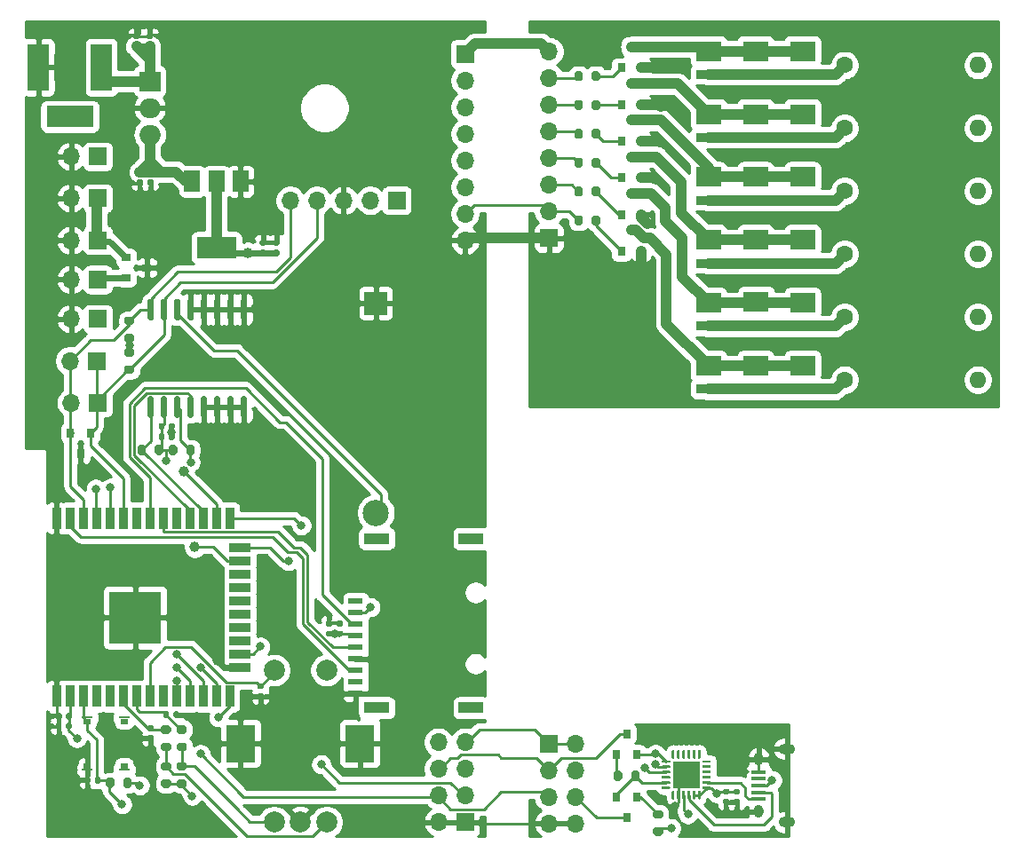
<source format=gbr>
%TF.GenerationSoftware,KiCad,Pcbnew,(5.1.8)-1*%
%TF.CreationDate,2020-12-09T14:15:50+00:00*%
%TF.ProjectId,Project,50726f6a-6563-4742-9e6b-696361645f70,rev?*%
%TF.SameCoordinates,Original*%
%TF.FileFunction,Copper,L1,Top*%
%TF.FilePolarity,Positive*%
%FSLAX46Y46*%
G04 Gerber Fmt 4.6, Leading zero omitted, Abs format (unit mm)*
G04 Created by KiCad (PCBNEW (5.1.8)-1) date 2020-12-09 14:15:50*
%MOMM*%
%LPD*%
G01*
G04 APERTURE LIST*
%TA.AperFunction,ComponentPad*%
%ADD10R,1.700000X1.700000*%
%TD*%
%TA.AperFunction,ComponentPad*%
%ADD11O,1.700000X1.700000*%
%TD*%
%TA.AperFunction,SMDPad,CuDef*%
%ADD12R,1.350000X0.400000*%
%TD*%
%TA.AperFunction,ComponentPad*%
%ADD13O,0.950000X1.250000*%
%TD*%
%TA.AperFunction,ComponentPad*%
%ADD14O,1.550000X1.000000*%
%TD*%
%TA.AperFunction,SMDPad,CuDef*%
%ADD15R,5.000000X5.000000*%
%TD*%
%TA.AperFunction,SMDPad,CuDef*%
%ADD16R,0.900000X2.000000*%
%TD*%
%TA.AperFunction,SMDPad,CuDef*%
%ADD17R,2.000000X0.900000*%
%TD*%
%TA.AperFunction,ComponentPad*%
%ADD18R,2.800000X3.600000*%
%TD*%
%TA.AperFunction,ComponentPad*%
%ADD19C,2.000000*%
%TD*%
%TA.AperFunction,ComponentPad*%
%ADD20R,2.170000X2.170000*%
%TD*%
%TA.AperFunction,ComponentPad*%
%ADD21C,2.500000*%
%TD*%
%TA.AperFunction,SMDPad,CuDef*%
%ADD22R,1.400000X0.620000*%
%TD*%
%TA.AperFunction,SMDPad,CuDef*%
%ADD23R,2.400000X1.100000*%
%TD*%
%TA.AperFunction,SMDPad,CuDef*%
%ADD24R,0.900000X0.800000*%
%TD*%
%TA.AperFunction,SMDPad,CuDef*%
%ADD25R,0.800000X0.900000*%
%TD*%
%TA.AperFunction,ComponentPad*%
%ADD26R,4.500000X2.000000*%
%TD*%
%TA.AperFunction,ComponentPad*%
%ADD27R,2.000000X4.500000*%
%TD*%
%TA.AperFunction,SMDPad,CuDef*%
%ADD28R,1.100000X0.200000*%
%TD*%
%TA.AperFunction,SMDPad,CuDef*%
%ADD29R,0.700000X0.500000*%
%TD*%
%TA.AperFunction,SMDPad,CuDef*%
%ADD30R,2.600000X2.600000*%
%TD*%
%TA.AperFunction,SMDPad,CuDef*%
%ADD31R,3.800000X2.000000*%
%TD*%
%TA.AperFunction,SMDPad,CuDef*%
%ADD32R,1.500000X2.000000*%
%TD*%
%TA.AperFunction,ComponentPad*%
%ADD33R,2.000000X1.905000*%
%TD*%
%TA.AperFunction,ComponentPad*%
%ADD34O,2.000000X1.905000*%
%TD*%
%TA.AperFunction,SMDPad,CuDef*%
%ADD35R,2.400000X1.930000*%
%TD*%
%TA.AperFunction,SMDPad,CuDef*%
%ADD36R,2.400000X0.820000*%
%TD*%
%TA.AperFunction,ComponentPad*%
%ADD37O,1.600000X1.600000*%
%TD*%
%TA.AperFunction,ComponentPad*%
%ADD38C,1.600000*%
%TD*%
%TA.AperFunction,ViaPad*%
%ADD39C,0.800000*%
%TD*%
%TA.AperFunction,ViaPad*%
%ADD40C,1.000000*%
%TD*%
%TA.AperFunction,Conductor*%
%ADD41C,0.250000*%
%TD*%
%TA.AperFunction,Conductor*%
%ADD42C,1.000000*%
%TD*%
%TA.AperFunction,Conductor*%
%ADD43C,0.600000*%
%TD*%
%TA.AperFunction,Conductor*%
%ADD44C,0.254000*%
%TD*%
%TA.AperFunction,Conductor*%
%ADD45C,0.100000*%
%TD*%
G04 APERTURE END LIST*
%TO.P,R12,2*%
%TO.N,Net-(Q3-Pad1)*%
%TA.AperFunction,SMDPad,CuDef*%
G36*
G01*
X150075000Y-50375000D02*
X150075000Y-49825000D01*
G75*
G02*
X150275000Y-49625000I200000J0D01*
G01*
X150675000Y-49625000D01*
G75*
G02*
X150875000Y-49825000I0J-200000D01*
G01*
X150875000Y-50375000D01*
G75*
G02*
X150675000Y-50575000I-200000J0D01*
G01*
X150275000Y-50575000D01*
G75*
G02*
X150075000Y-50375000I0J200000D01*
G01*
G37*
%TD.AperFunction*%
%TO.P,R12,1*%
%TO.N,/PWM1*%
%TA.AperFunction,SMDPad,CuDef*%
G36*
G01*
X148425000Y-50375000D02*
X148425000Y-49825000D01*
G75*
G02*
X148625000Y-49625000I200000J0D01*
G01*
X149025000Y-49625000D01*
G75*
G02*
X149225000Y-49825000I0J-200000D01*
G01*
X149225000Y-50375000D01*
G75*
G02*
X149025000Y-50575000I-200000J0D01*
G01*
X148625000Y-50575000D01*
G75*
G02*
X148425000Y-50375000I0J200000D01*
G01*
G37*
%TD.AperFunction*%
%TD*%
%TO.P,R15,1*%
%TO.N,/PWM4*%
%TA.AperFunction,SMDPad,CuDef*%
G36*
G01*
X148425000Y-42125000D02*
X148425000Y-41575000D01*
G75*
G02*
X148625000Y-41375000I200000J0D01*
G01*
X149025000Y-41375000D01*
G75*
G02*
X149225000Y-41575000I0J-200000D01*
G01*
X149225000Y-42125000D01*
G75*
G02*
X149025000Y-42325000I-200000J0D01*
G01*
X148625000Y-42325000D01*
G75*
G02*
X148425000Y-42125000I0J200000D01*
G01*
G37*
%TD.AperFunction*%
%TO.P,R15,2*%
%TO.N,Net-(Q6-Pad1)*%
%TA.AperFunction,SMDPad,CuDef*%
G36*
G01*
X150075000Y-42125000D02*
X150075000Y-41575000D01*
G75*
G02*
X150275000Y-41375000I200000J0D01*
G01*
X150675000Y-41375000D01*
G75*
G02*
X150875000Y-41575000I0J-200000D01*
G01*
X150875000Y-42125000D01*
G75*
G02*
X150675000Y-42325000I-200000J0D01*
G01*
X150275000Y-42325000D01*
G75*
G02*
X150075000Y-42125000I0J200000D01*
G01*
G37*
%TD.AperFunction*%
%TD*%
%TO.P,R16,2*%
%TO.N,Net-(Q7-Pad1)*%
%TA.AperFunction,SMDPad,CuDef*%
G36*
G01*
X150075000Y-39375000D02*
X150075000Y-38825000D01*
G75*
G02*
X150275000Y-38625000I200000J0D01*
G01*
X150675000Y-38625000D01*
G75*
G02*
X150875000Y-38825000I0J-200000D01*
G01*
X150875000Y-39375000D01*
G75*
G02*
X150675000Y-39575000I-200000J0D01*
G01*
X150275000Y-39575000D01*
G75*
G02*
X150075000Y-39375000I0J200000D01*
G01*
G37*
%TD.AperFunction*%
%TO.P,R16,1*%
%TO.N,/PWM5*%
%TA.AperFunction,SMDPad,CuDef*%
G36*
G01*
X148425000Y-39375000D02*
X148425000Y-38825000D01*
G75*
G02*
X148625000Y-38625000I200000J0D01*
G01*
X149025000Y-38625000D01*
G75*
G02*
X149225000Y-38825000I0J-200000D01*
G01*
X149225000Y-39375000D01*
G75*
G02*
X149025000Y-39575000I-200000J0D01*
G01*
X148625000Y-39575000D01*
G75*
G02*
X148425000Y-39375000I0J200000D01*
G01*
G37*
%TD.AperFunction*%
%TD*%
%TO.P,R14,2*%
%TO.N,Net-(Q5-Pad1)*%
%TA.AperFunction,SMDPad,CuDef*%
G36*
G01*
X150075000Y-44875000D02*
X150075000Y-44325000D01*
G75*
G02*
X150275000Y-44125000I200000J0D01*
G01*
X150675000Y-44125000D01*
G75*
G02*
X150875000Y-44325000I0J-200000D01*
G01*
X150875000Y-44875000D01*
G75*
G02*
X150675000Y-45075000I-200000J0D01*
G01*
X150275000Y-45075000D01*
G75*
G02*
X150075000Y-44875000I0J200000D01*
G01*
G37*
%TD.AperFunction*%
%TO.P,R14,1*%
%TO.N,/PWM3*%
%TA.AperFunction,SMDPad,CuDef*%
G36*
G01*
X148425000Y-44875000D02*
X148425000Y-44325000D01*
G75*
G02*
X148625000Y-44125000I200000J0D01*
G01*
X149025000Y-44125000D01*
G75*
G02*
X149225000Y-44325000I0J-200000D01*
G01*
X149225000Y-44875000D01*
G75*
G02*
X149025000Y-45075000I-200000J0D01*
G01*
X148625000Y-45075000D01*
G75*
G02*
X148425000Y-44875000I0J200000D01*
G01*
G37*
%TD.AperFunction*%
%TD*%
%TO.P,R17,1*%
%TO.N,/PWM6*%
%TA.AperFunction,SMDPad,CuDef*%
G36*
G01*
X148425000Y-36625000D02*
X148425000Y-36075000D01*
G75*
G02*
X148625000Y-35875000I200000J0D01*
G01*
X149025000Y-35875000D01*
G75*
G02*
X149225000Y-36075000I0J-200000D01*
G01*
X149225000Y-36625000D01*
G75*
G02*
X149025000Y-36825000I-200000J0D01*
G01*
X148625000Y-36825000D01*
G75*
G02*
X148425000Y-36625000I0J200000D01*
G01*
G37*
%TD.AperFunction*%
%TO.P,R17,2*%
%TO.N,Net-(Q8-Pad1)*%
%TA.AperFunction,SMDPad,CuDef*%
G36*
G01*
X150075000Y-36625000D02*
X150075000Y-36075000D01*
G75*
G02*
X150275000Y-35875000I200000J0D01*
G01*
X150675000Y-35875000D01*
G75*
G02*
X150875000Y-36075000I0J-200000D01*
G01*
X150875000Y-36625000D01*
G75*
G02*
X150675000Y-36825000I-200000J0D01*
G01*
X150275000Y-36825000D01*
G75*
G02*
X150075000Y-36625000I0J200000D01*
G01*
G37*
%TD.AperFunction*%
%TD*%
%TO.P,R13,1*%
%TO.N,/PWM2*%
%TA.AperFunction,SMDPad,CuDef*%
G36*
G01*
X148425000Y-47625000D02*
X148425000Y-47075000D01*
G75*
G02*
X148625000Y-46875000I200000J0D01*
G01*
X149025000Y-46875000D01*
G75*
G02*
X149225000Y-47075000I0J-200000D01*
G01*
X149225000Y-47625000D01*
G75*
G02*
X149025000Y-47825000I-200000J0D01*
G01*
X148625000Y-47825000D01*
G75*
G02*
X148425000Y-47625000I0J200000D01*
G01*
G37*
%TD.AperFunction*%
%TO.P,R13,2*%
%TO.N,Net-(Q4-Pad1)*%
%TA.AperFunction,SMDPad,CuDef*%
G36*
G01*
X150075000Y-47625000D02*
X150075000Y-47075000D01*
G75*
G02*
X150275000Y-46875000I200000J0D01*
G01*
X150675000Y-46875000D01*
G75*
G02*
X150875000Y-47075000I0J-200000D01*
G01*
X150875000Y-47625000D01*
G75*
G02*
X150675000Y-47825000I-200000J0D01*
G01*
X150275000Y-47825000D01*
G75*
G02*
X150075000Y-47625000I0J200000D01*
G01*
G37*
%TD.AperFunction*%
%TD*%
D10*
%TO.P,J14,1*%
%TO.N,Earth*%
X146000000Y-51780000D03*
D11*
%TO.P,J14,2*%
%TO.N,/PWM1*%
X146000000Y-49240000D03*
%TO.P,J14,3*%
%TO.N,/PWM2*%
X146000000Y-46700000D03*
%TO.P,J14,4*%
%TO.N,/PWM3*%
X146000000Y-44160000D03*
%TO.P,J14,5*%
%TO.N,/PWM4*%
X146000000Y-41620000D03*
%TO.P,J14,6*%
%TO.N,/PWM5*%
X146000000Y-39080000D03*
%TO.P,J14,7*%
%TO.N,/PWM6*%
X146000000Y-36540000D03*
%TO.P,J14,8*%
%TO.N,+12V*%
X146000000Y-34000000D03*
%TD*%
D10*
%TO.P,J4,1*%
%TO.N,+3V3*%
X146000000Y-100000000D03*
D11*
%TO.P,J4,2*%
X148540000Y-100000000D03*
%TO.P,J4,3*%
%TO.N,/RESET*%
X146000000Y-102540000D03*
%TO.P,J4,4*%
%TO.N,TXD*%
X148540000Y-102540000D03*
%TO.P,J4,5*%
%TO.N,RXD*%
X146000000Y-105080000D03*
%TO.P,J4,6*%
%TO.N,/IO0*%
X148540000Y-105080000D03*
%TO.P,J4,7*%
%TO.N,Earth*%
X146000000Y-107620000D03*
%TO.P,J4,8*%
X148540000Y-107620000D03*
%TD*%
D12*
%TO.P,J1,3*%
%TO.N,Net-(J1-Pad3)*%
X166000000Y-104000000D03*
%TO.P,J1,4*%
%TO.N,N/C*%
X166000000Y-103350000D03*
%TO.P,J1,5*%
%TO.N,Earth*%
X166000000Y-102700000D03*
%TO.P,J1,2*%
%TO.N,Net-(J1-Pad2)*%
X166000000Y-104650000D03*
%TO.P,J1,1*%
%TO.N,Net-(J1-Pad1)*%
X166000000Y-105300000D03*
D13*
%TO.P,J1,6*%
%TO.N,Earth*%
X166000000Y-101500000D03*
X166000000Y-106500000D03*
D14*
X168700000Y-107500000D03*
X168700000Y-100500000D03*
%TD*%
D15*
%TO.P,U1,39*%
%TO.N,Earth*%
X106560000Y-87995000D03*
D16*
%TO.P,U1,1*%
X99060000Y-95495000D03*
%TO.P,U1,2*%
%TO.N,+3V3*%
X100330000Y-95495000D03*
%TO.P,U1,3*%
%TO.N,/RESET*%
X101600000Y-95495000D03*
%TO.P,U1,4*%
%TO.N,N/C*%
X102870000Y-95495000D03*
%TO.P,U1,5*%
X104140000Y-95495000D03*
%TO.P,U1,6*%
%TO.N,/EncoderA*%
X105410000Y-95495000D03*
%TO.P,U1,7*%
%TO.N,/EncoderB*%
X106680000Y-95495000D03*
%TO.P,U1,8*%
%TO.N,/Button*%
X107950000Y-95495000D03*
%TO.P,U1,9*%
%TO.N,N/C*%
X109220000Y-95495000D03*
%TO.P,U1,10*%
%TO.N,/PWM4*%
X110490000Y-95495000D03*
%TO.P,U1,11*%
%TO.N,/PWM5*%
X111760000Y-95495000D03*
%TO.P,U1,12*%
%TO.N,/PWM6*%
X113030000Y-95495000D03*
%TO.P,U1,13*%
%TO.N,/PWM3*%
X114300000Y-95495000D03*
%TO.P,U1,14*%
%TO.N,/PWM1*%
X115570000Y-95495000D03*
D17*
%TO.P,U1,15*%
%TO.N,Earth*%
X116570000Y-92710000D03*
%TO.P,U1,16*%
%TO.N,/PWM2*%
X116570000Y-91440000D03*
%TO.P,U1,17*%
%TO.N,N/C*%
X116570000Y-90170000D03*
%TO.P,U1,18*%
X116570000Y-88900000D03*
%TO.P,U1,19*%
X116570000Y-87630000D03*
%TO.P,U1,20*%
X116570000Y-86360000D03*
%TO.P,U1,21*%
X116570000Y-85090000D03*
%TO.P,U1,22*%
X116570000Y-83820000D03*
%TO.P,U1,23*%
%TO.N,/RTC-INTSQW*%
X116570000Y-82550000D03*
%TO.P,U1,24*%
%TO.N,/!SD_SS*%
X116570000Y-81280000D03*
D16*
%TO.P,U1,25*%
%TO.N,/IO0*%
X115570000Y-78495000D03*
%TO.P,U1,26*%
%TO.N,/OnOff*%
X114300000Y-78495000D03*
%TO.P,U1,27*%
%TO.N,/RTC-32kHz*%
X113030000Y-78495000D03*
%TO.P,U1,28*%
%TO.N,/RTC-RST*%
X111760000Y-78495000D03*
%TO.P,U1,29*%
%TO.N,N/C*%
X110490000Y-78495000D03*
%TO.P,U1,30*%
%TO.N,SCK*%
X109220000Y-78495000D03*
%TO.P,U1,31*%
%TO.N,MOSI*%
X107950000Y-78495000D03*
%TO.P,U1,32*%
%TO.N,N/C*%
X106680000Y-78495000D03*
%TO.P,U1,33*%
%TO.N,SDA*%
X105410000Y-78495000D03*
%TO.P,U1,34*%
%TO.N,RXD*%
X104140000Y-78495000D03*
%TO.P,U1,35*%
%TO.N,TXD*%
X102870000Y-78495000D03*
%TO.P,U1,36*%
%TO.N,SCL*%
X101600000Y-78495000D03*
%TO.P,U1,37*%
%TO.N,MISO*%
X100330000Y-78495000D03*
%TO.P,U1,38*%
%TO.N,Earth*%
X99060000Y-78495000D03*
%TD*%
D18*
%TO.P,S1,3*%
%TO.N,Earth*%
X128000000Y-100000000D03*
X116600000Y-100000000D03*
D19*
%TO.P,S1,1*%
%TO.N,+3V3*%
X124800000Y-93000000D03*
%TO.P,S1,2*%
%TO.N,/Button*%
X119800000Y-93000000D03*
%TO.P,S1,A*%
%TO.N,Net-(R10-Pad2)*%
X124800000Y-107500000D03*
%TO.P,S1,C*%
%TO.N,Earth*%
X122300000Y-107500000D03*
%TO.P,S1,B*%
%TO.N,Net-(R11-Pad2)*%
X119800000Y-107500000D03*
%TD*%
%TO.P,R5,1*%
%TO.N,SCL*%
%TA.AperFunction,SMDPad,CuDef*%
G36*
G01*
X105725000Y-59275000D02*
X106275000Y-59275000D01*
G75*
G02*
X106475000Y-59475000I0J-200000D01*
G01*
X106475000Y-59875000D01*
G75*
G02*
X106275000Y-60075000I-200000J0D01*
G01*
X105725000Y-60075000D01*
G75*
G02*
X105525000Y-59875000I0J200000D01*
G01*
X105525000Y-59475000D01*
G75*
G02*
X105725000Y-59275000I200000J0D01*
G01*
G37*
%TD.AperFunction*%
%TO.P,R5,2*%
%TO.N,+3V3*%
%TA.AperFunction,SMDPad,CuDef*%
G36*
G01*
X105725000Y-60925000D02*
X106275000Y-60925000D01*
G75*
G02*
X106475000Y-61125000I0J-200000D01*
G01*
X106475000Y-61525000D01*
G75*
G02*
X106275000Y-61725000I-200000J0D01*
G01*
X105725000Y-61725000D01*
G75*
G02*
X105525000Y-61525000I0J200000D01*
G01*
X105525000Y-61125000D01*
G75*
G02*
X105725000Y-60925000I200000J0D01*
G01*
G37*
%TD.AperFunction*%
%TD*%
%TO.P,R4,1*%
%TO.N,SDA*%
%TA.AperFunction,SMDPad,CuDef*%
G36*
G01*
X106275000Y-64725000D02*
X105725000Y-64725000D01*
G75*
G02*
X105525000Y-64525000I0J200000D01*
G01*
X105525000Y-64125000D01*
G75*
G02*
X105725000Y-63925000I200000J0D01*
G01*
X106275000Y-63925000D01*
G75*
G02*
X106475000Y-64125000I0J-200000D01*
G01*
X106475000Y-64525000D01*
G75*
G02*
X106275000Y-64725000I-200000J0D01*
G01*
G37*
%TD.AperFunction*%
%TO.P,R4,2*%
%TO.N,+3V3*%
%TA.AperFunction,SMDPad,CuDef*%
G36*
G01*
X106275000Y-63075000D02*
X105725000Y-63075000D01*
G75*
G02*
X105525000Y-62875000I0J200000D01*
G01*
X105525000Y-62475000D01*
G75*
G02*
X105725000Y-62275000I200000J0D01*
G01*
X106275000Y-62275000D01*
G75*
G02*
X106475000Y-62475000I0J-200000D01*
G01*
X106475000Y-62875000D01*
G75*
G02*
X106275000Y-63075000I-200000J0D01*
G01*
G37*
%TD.AperFunction*%
%TD*%
%TO.P,U3,1*%
%TO.N,/RTC-32kHz*%
%TA.AperFunction,SMDPad,CuDef*%
G36*
G01*
X108180000Y-68925000D02*
X107880000Y-68925000D01*
G75*
G02*
X107730000Y-68775000I0J150000D01*
G01*
X107730000Y-67025000D01*
G75*
G02*
X107880000Y-66875000I150000J0D01*
G01*
X108180000Y-66875000D01*
G75*
G02*
X108330000Y-67025000I0J-150000D01*
G01*
X108330000Y-68775000D01*
G75*
G02*
X108180000Y-68925000I-150000J0D01*
G01*
G37*
%TD.AperFunction*%
%TO.P,U3,2*%
%TO.N,+3V3*%
%TA.AperFunction,SMDPad,CuDef*%
G36*
G01*
X109450000Y-68925000D02*
X109150000Y-68925000D01*
G75*
G02*
X109000000Y-68775000I0J150000D01*
G01*
X109000000Y-67025000D01*
G75*
G02*
X109150000Y-66875000I150000J0D01*
G01*
X109450000Y-66875000D01*
G75*
G02*
X109600000Y-67025000I0J-150000D01*
G01*
X109600000Y-68775000D01*
G75*
G02*
X109450000Y-68925000I-150000J0D01*
G01*
G37*
%TD.AperFunction*%
%TO.P,U3,3*%
%TO.N,/RTC-INTSQW*%
%TA.AperFunction,SMDPad,CuDef*%
G36*
G01*
X110720000Y-68925000D02*
X110420000Y-68925000D01*
G75*
G02*
X110270000Y-68775000I0J150000D01*
G01*
X110270000Y-67025000D01*
G75*
G02*
X110420000Y-66875000I150000J0D01*
G01*
X110720000Y-66875000D01*
G75*
G02*
X110870000Y-67025000I0J-150000D01*
G01*
X110870000Y-68775000D01*
G75*
G02*
X110720000Y-68925000I-150000J0D01*
G01*
G37*
%TD.AperFunction*%
%TO.P,U3,4*%
%TO.N,/RTC-RST*%
%TA.AperFunction,SMDPad,CuDef*%
G36*
G01*
X111990000Y-68925000D02*
X111690000Y-68925000D01*
G75*
G02*
X111540000Y-68775000I0J150000D01*
G01*
X111540000Y-67025000D01*
G75*
G02*
X111690000Y-66875000I150000J0D01*
G01*
X111990000Y-66875000D01*
G75*
G02*
X112140000Y-67025000I0J-150000D01*
G01*
X112140000Y-68775000D01*
G75*
G02*
X111990000Y-68925000I-150000J0D01*
G01*
G37*
%TD.AperFunction*%
%TO.P,U3,5*%
%TO.N,Earth*%
%TA.AperFunction,SMDPad,CuDef*%
G36*
G01*
X113260000Y-68925000D02*
X112960000Y-68925000D01*
G75*
G02*
X112810000Y-68775000I0J150000D01*
G01*
X112810000Y-67025000D01*
G75*
G02*
X112960000Y-66875000I150000J0D01*
G01*
X113260000Y-66875000D01*
G75*
G02*
X113410000Y-67025000I0J-150000D01*
G01*
X113410000Y-68775000D01*
G75*
G02*
X113260000Y-68925000I-150000J0D01*
G01*
G37*
%TD.AperFunction*%
%TO.P,U3,6*%
%TA.AperFunction,SMDPad,CuDef*%
G36*
G01*
X114530000Y-68925000D02*
X114230000Y-68925000D01*
G75*
G02*
X114080000Y-68775000I0J150000D01*
G01*
X114080000Y-67025000D01*
G75*
G02*
X114230000Y-66875000I150000J0D01*
G01*
X114530000Y-66875000D01*
G75*
G02*
X114680000Y-67025000I0J-150000D01*
G01*
X114680000Y-68775000D01*
G75*
G02*
X114530000Y-68925000I-150000J0D01*
G01*
G37*
%TD.AperFunction*%
%TO.P,U3,7*%
%TA.AperFunction,SMDPad,CuDef*%
G36*
G01*
X115800000Y-68925000D02*
X115500000Y-68925000D01*
G75*
G02*
X115350000Y-68775000I0J150000D01*
G01*
X115350000Y-67025000D01*
G75*
G02*
X115500000Y-66875000I150000J0D01*
G01*
X115800000Y-66875000D01*
G75*
G02*
X115950000Y-67025000I0J-150000D01*
G01*
X115950000Y-68775000D01*
G75*
G02*
X115800000Y-68925000I-150000J0D01*
G01*
G37*
%TD.AperFunction*%
%TO.P,U3,8*%
%TA.AperFunction,SMDPad,CuDef*%
G36*
G01*
X117070000Y-68925000D02*
X116770000Y-68925000D01*
G75*
G02*
X116620000Y-68775000I0J150000D01*
G01*
X116620000Y-67025000D01*
G75*
G02*
X116770000Y-66875000I150000J0D01*
G01*
X117070000Y-66875000D01*
G75*
G02*
X117220000Y-67025000I0J-150000D01*
G01*
X117220000Y-68775000D01*
G75*
G02*
X117070000Y-68925000I-150000J0D01*
G01*
G37*
%TD.AperFunction*%
%TO.P,U3,9*%
%TA.AperFunction,SMDPad,CuDef*%
G36*
G01*
X117070000Y-59625000D02*
X116770000Y-59625000D01*
G75*
G02*
X116620000Y-59475000I0J150000D01*
G01*
X116620000Y-57725000D01*
G75*
G02*
X116770000Y-57575000I150000J0D01*
G01*
X117070000Y-57575000D01*
G75*
G02*
X117220000Y-57725000I0J-150000D01*
G01*
X117220000Y-59475000D01*
G75*
G02*
X117070000Y-59625000I-150000J0D01*
G01*
G37*
%TD.AperFunction*%
%TO.P,U3,10*%
%TA.AperFunction,SMDPad,CuDef*%
G36*
G01*
X115800000Y-59625000D02*
X115500000Y-59625000D01*
G75*
G02*
X115350000Y-59475000I0J150000D01*
G01*
X115350000Y-57725000D01*
G75*
G02*
X115500000Y-57575000I150000J0D01*
G01*
X115800000Y-57575000D01*
G75*
G02*
X115950000Y-57725000I0J-150000D01*
G01*
X115950000Y-59475000D01*
G75*
G02*
X115800000Y-59625000I-150000J0D01*
G01*
G37*
%TD.AperFunction*%
%TO.P,U3,11*%
%TA.AperFunction,SMDPad,CuDef*%
G36*
G01*
X114530000Y-59625000D02*
X114230000Y-59625000D01*
G75*
G02*
X114080000Y-59475000I0J150000D01*
G01*
X114080000Y-57725000D01*
G75*
G02*
X114230000Y-57575000I150000J0D01*
G01*
X114530000Y-57575000D01*
G75*
G02*
X114680000Y-57725000I0J-150000D01*
G01*
X114680000Y-59475000D01*
G75*
G02*
X114530000Y-59625000I-150000J0D01*
G01*
G37*
%TD.AperFunction*%
%TO.P,U3,12*%
%TA.AperFunction,SMDPad,CuDef*%
G36*
G01*
X113260000Y-59625000D02*
X112960000Y-59625000D01*
G75*
G02*
X112810000Y-59475000I0J150000D01*
G01*
X112810000Y-57725000D01*
G75*
G02*
X112960000Y-57575000I150000J0D01*
G01*
X113260000Y-57575000D01*
G75*
G02*
X113410000Y-57725000I0J-150000D01*
G01*
X113410000Y-59475000D01*
G75*
G02*
X113260000Y-59625000I-150000J0D01*
G01*
G37*
%TD.AperFunction*%
%TO.P,U3,13*%
%TA.AperFunction,SMDPad,CuDef*%
G36*
G01*
X111990000Y-59625000D02*
X111690000Y-59625000D01*
G75*
G02*
X111540000Y-59475000I0J150000D01*
G01*
X111540000Y-57725000D01*
G75*
G02*
X111690000Y-57575000I150000J0D01*
G01*
X111990000Y-57575000D01*
G75*
G02*
X112140000Y-57725000I0J-150000D01*
G01*
X112140000Y-59475000D01*
G75*
G02*
X111990000Y-59625000I-150000J0D01*
G01*
G37*
%TD.AperFunction*%
%TO.P,U3,14*%
%TO.N,Net-(BT1-Pad1)*%
%TA.AperFunction,SMDPad,CuDef*%
G36*
G01*
X110720000Y-59625000D02*
X110420000Y-59625000D01*
G75*
G02*
X110270000Y-59475000I0J150000D01*
G01*
X110270000Y-57725000D01*
G75*
G02*
X110420000Y-57575000I150000J0D01*
G01*
X110720000Y-57575000D01*
G75*
G02*
X110870000Y-57725000I0J-150000D01*
G01*
X110870000Y-59475000D01*
G75*
G02*
X110720000Y-59625000I-150000J0D01*
G01*
G37*
%TD.AperFunction*%
%TO.P,U3,15*%
%TO.N,SDA*%
%TA.AperFunction,SMDPad,CuDef*%
G36*
G01*
X109450000Y-59625000D02*
X109150000Y-59625000D01*
G75*
G02*
X109000000Y-59475000I0J150000D01*
G01*
X109000000Y-57725000D01*
G75*
G02*
X109150000Y-57575000I150000J0D01*
G01*
X109450000Y-57575000D01*
G75*
G02*
X109600000Y-57725000I0J-150000D01*
G01*
X109600000Y-59475000D01*
G75*
G02*
X109450000Y-59625000I-150000J0D01*
G01*
G37*
%TD.AperFunction*%
%TO.P,U3,16*%
%TO.N,SCL*%
%TA.AperFunction,SMDPad,CuDef*%
G36*
G01*
X108180000Y-59625000D02*
X107880000Y-59625000D01*
G75*
G02*
X107730000Y-59475000I0J150000D01*
G01*
X107730000Y-57725000D01*
G75*
G02*
X107880000Y-57575000I150000J0D01*
G01*
X108180000Y-57575000D01*
G75*
G02*
X108330000Y-57725000I0J-150000D01*
G01*
X108330000Y-59475000D01*
G75*
G02*
X108180000Y-59625000I-150000J0D01*
G01*
G37*
%TD.AperFunction*%
%TD*%
D20*
%TO.P,BT1,2*%
%TO.N,Earth*%
X129500000Y-58000000D03*
D21*
%TO.P,BT1,1*%
%TO.N,Net-(BT1-Pad1)*%
X129500000Y-78000000D03*
%TD*%
D22*
%TO.P,J3,1*%
%TO.N,N/C*%
X127580000Y-86420000D03*
%TO.P,J3,2*%
%TO.N,/!SD_SS*%
X127580000Y-87520000D03*
%TO.P,J3,3*%
%TO.N,MOSI*%
X127580000Y-88620000D03*
%TO.P,J3,4*%
%TO.N,+3V3*%
X127580000Y-89720000D03*
%TO.P,J3,5*%
%TO.N,SCK*%
X127580000Y-90820000D03*
%TO.P,J3,6*%
%TO.N,Earth*%
X127580000Y-91920000D03*
%TO.P,J3,7*%
%TO.N,MISO*%
X127580000Y-93020000D03*
%TO.P,J3,8*%
%TO.N,N/C*%
X127580000Y-94120000D03*
%TO.P,J3,9*%
%TO.N,Earth*%
X127580000Y-95220000D03*
D23*
%TO.P,J3,SH1*%
%TO.N,N/C*%
X138580000Y-96600000D03*
%TO.P,J3,SH2*%
X129580000Y-96600000D03*
%TO.P,J3,SH3*%
X129580000Y-80450000D03*
%TO.P,J3,SH4*%
X138580000Y-80450000D03*
%TD*%
%TO.P,C1,2*%
%TO.N,Earth*%
%TA.AperFunction,SMDPad,CuDef*%
G36*
G01*
X99560000Y-97230000D02*
X99560000Y-97570000D01*
G75*
G02*
X99420000Y-97710000I-140000J0D01*
G01*
X99140000Y-97710000D01*
G75*
G02*
X99000000Y-97570000I0J140000D01*
G01*
X99000000Y-97230000D01*
G75*
G02*
X99140000Y-97090000I140000J0D01*
G01*
X99420000Y-97090000D01*
G75*
G02*
X99560000Y-97230000I0J-140000D01*
G01*
G37*
%TD.AperFunction*%
%TO.P,C1,1*%
%TO.N,+3V3*%
%TA.AperFunction,SMDPad,CuDef*%
G36*
G01*
X100520000Y-97230000D02*
X100520000Y-97570000D01*
G75*
G02*
X100380000Y-97710000I-140000J0D01*
G01*
X100100000Y-97710000D01*
G75*
G02*
X99960000Y-97570000I0J140000D01*
G01*
X99960000Y-97230000D01*
G75*
G02*
X100100000Y-97090000I140000J0D01*
G01*
X100380000Y-97090000D01*
G75*
G02*
X100520000Y-97230000I0J-140000D01*
G01*
G37*
%TD.AperFunction*%
%TD*%
%TO.P,C2,1*%
%TO.N,+3V3*%
%TA.AperFunction,SMDPad,CuDef*%
G36*
G01*
X100510000Y-98164999D02*
X100510000Y-98504999D01*
G75*
G02*
X100370000Y-98644999I-140000J0D01*
G01*
X100090000Y-98644999D01*
G75*
G02*
X99950000Y-98504999I0J140000D01*
G01*
X99950000Y-98164999D01*
G75*
G02*
X100090000Y-98024999I140000J0D01*
G01*
X100370000Y-98024999D01*
G75*
G02*
X100510000Y-98164999I0J-140000D01*
G01*
G37*
%TD.AperFunction*%
%TO.P,C2,2*%
%TO.N,Earth*%
%TA.AperFunction,SMDPad,CuDef*%
G36*
G01*
X99550000Y-98164999D02*
X99550000Y-98504999D01*
G75*
G02*
X99410000Y-98644999I-140000J0D01*
G01*
X99130000Y-98644999D01*
G75*
G02*
X98990000Y-98504999I0J140000D01*
G01*
X98990000Y-98164999D01*
G75*
G02*
X99130000Y-98024999I140000J0D01*
G01*
X99410000Y-98024999D01*
G75*
G02*
X99550000Y-98164999I0J-140000D01*
G01*
G37*
%TD.AperFunction*%
%TD*%
%TO.P,C3,1*%
%TO.N,/RESET*%
%TA.AperFunction,SMDPad,CuDef*%
G36*
G01*
X103260000Y-103330000D02*
X103260000Y-103670000D01*
G75*
G02*
X103120000Y-103810000I-140000J0D01*
G01*
X102840000Y-103810000D01*
G75*
G02*
X102700000Y-103670000I0J140000D01*
G01*
X102700000Y-103330000D01*
G75*
G02*
X102840000Y-103190000I140000J0D01*
G01*
X103120000Y-103190000D01*
G75*
G02*
X103260000Y-103330000I0J-140000D01*
G01*
G37*
%TD.AperFunction*%
%TO.P,C3,2*%
%TO.N,Earth*%
%TA.AperFunction,SMDPad,CuDef*%
G36*
G01*
X102300000Y-103330000D02*
X102300000Y-103670000D01*
G75*
G02*
X102160000Y-103810000I-140000J0D01*
G01*
X101880000Y-103810000D01*
G75*
G02*
X101740000Y-103670000I0J140000D01*
G01*
X101740000Y-103330000D01*
G75*
G02*
X101880000Y-103190000I140000J0D01*
G01*
X102160000Y-103190000D01*
G75*
G02*
X102300000Y-103330000I0J-140000D01*
G01*
G37*
%TD.AperFunction*%
%TD*%
%TO.P,C4,1*%
%TO.N,+3V3*%
%TA.AperFunction,SMDPad,CuDef*%
G36*
G01*
X163739000Y-104316000D02*
X164079000Y-104316000D01*
G75*
G02*
X164219000Y-104456000I0J-140000D01*
G01*
X164219000Y-104736000D01*
G75*
G02*
X164079000Y-104876000I-140000J0D01*
G01*
X163739000Y-104876000D01*
G75*
G02*
X163599000Y-104736000I0J140000D01*
G01*
X163599000Y-104456000D01*
G75*
G02*
X163739000Y-104316000I140000J0D01*
G01*
G37*
%TD.AperFunction*%
%TO.P,C4,2*%
%TO.N,Earth*%
%TA.AperFunction,SMDPad,CuDef*%
G36*
G01*
X163739000Y-105276000D02*
X164079000Y-105276000D01*
G75*
G02*
X164219000Y-105416000I0J-140000D01*
G01*
X164219000Y-105696000D01*
G75*
G02*
X164079000Y-105836000I-140000J0D01*
G01*
X163739000Y-105836000D01*
G75*
G02*
X163599000Y-105696000I0J140000D01*
G01*
X163599000Y-105416000D01*
G75*
G02*
X163739000Y-105276000I140000J0D01*
G01*
G37*
%TD.AperFunction*%
%TD*%
%TO.P,C5,2*%
%TO.N,Earth*%
%TA.AperFunction,SMDPad,CuDef*%
G36*
G01*
X109758000Y-70920000D02*
X109758000Y-70580000D01*
G75*
G02*
X109898000Y-70440000I140000J0D01*
G01*
X110178000Y-70440000D01*
G75*
G02*
X110318000Y-70580000I0J-140000D01*
G01*
X110318000Y-70920000D01*
G75*
G02*
X110178000Y-71060000I-140000J0D01*
G01*
X109898000Y-71060000D01*
G75*
G02*
X109758000Y-70920000I0J140000D01*
G01*
G37*
%TD.AperFunction*%
%TO.P,C5,1*%
%TO.N,+3V3*%
%TA.AperFunction,SMDPad,CuDef*%
G36*
G01*
X108798000Y-70920000D02*
X108798000Y-70580000D01*
G75*
G02*
X108938000Y-70440000I140000J0D01*
G01*
X109218000Y-70440000D01*
G75*
G02*
X109358000Y-70580000I0J-140000D01*
G01*
X109358000Y-70920000D01*
G75*
G02*
X109218000Y-71060000I-140000J0D01*
G01*
X108938000Y-71060000D01*
G75*
G02*
X108798000Y-70920000I0J140000D01*
G01*
G37*
%TD.AperFunction*%
%TD*%
%TO.P,C6,2*%
%TO.N,Earth*%
%TA.AperFunction,SMDPad,CuDef*%
G36*
G01*
X162739000Y-105276000D02*
X163079000Y-105276000D01*
G75*
G02*
X163219000Y-105416000I0J-140000D01*
G01*
X163219000Y-105696000D01*
G75*
G02*
X163079000Y-105836000I-140000J0D01*
G01*
X162739000Y-105836000D01*
G75*
G02*
X162599000Y-105696000I0J140000D01*
G01*
X162599000Y-105416000D01*
G75*
G02*
X162739000Y-105276000I140000J0D01*
G01*
G37*
%TD.AperFunction*%
%TO.P,C6,1*%
%TO.N,+3V3*%
%TA.AperFunction,SMDPad,CuDef*%
G36*
G01*
X162739000Y-104316000D02*
X163079000Y-104316000D01*
G75*
G02*
X163219000Y-104456000I0J-140000D01*
G01*
X163219000Y-104736000D01*
G75*
G02*
X163079000Y-104876000I-140000J0D01*
G01*
X162739000Y-104876000D01*
G75*
G02*
X162599000Y-104736000I0J140000D01*
G01*
X162599000Y-104456000D01*
G75*
G02*
X162739000Y-104316000I140000J0D01*
G01*
G37*
%TD.AperFunction*%
%TD*%
%TO.P,C7,1*%
%TO.N,+3V3*%
%TA.AperFunction,SMDPad,CuDef*%
G36*
G01*
X108798000Y-69920000D02*
X108798000Y-69580000D01*
G75*
G02*
X108938000Y-69440000I140000J0D01*
G01*
X109218000Y-69440000D01*
G75*
G02*
X109358000Y-69580000I0J-140000D01*
G01*
X109358000Y-69920000D01*
G75*
G02*
X109218000Y-70060000I-140000J0D01*
G01*
X108938000Y-70060000D01*
G75*
G02*
X108798000Y-69920000I0J140000D01*
G01*
G37*
%TD.AperFunction*%
%TO.P,C7,2*%
%TO.N,Earth*%
%TA.AperFunction,SMDPad,CuDef*%
G36*
G01*
X109758000Y-69920000D02*
X109758000Y-69580000D01*
G75*
G02*
X109898000Y-69440000I140000J0D01*
G01*
X110178000Y-69440000D01*
G75*
G02*
X110318000Y-69580000I0J-140000D01*
G01*
X110318000Y-69920000D01*
G75*
G02*
X110178000Y-70060000I-140000J0D01*
G01*
X109898000Y-70060000D01*
G75*
G02*
X109758000Y-69920000I0J140000D01*
G01*
G37*
%TD.AperFunction*%
%TD*%
%TO.P,C8,2*%
%TO.N,Earth*%
%TA.AperFunction,SMDPad,CuDef*%
G36*
G01*
X108120000Y-32820000D02*
X107780000Y-32820000D01*
G75*
G02*
X107640000Y-32680000I0J140000D01*
G01*
X107640000Y-32400000D01*
G75*
G02*
X107780000Y-32260000I140000J0D01*
G01*
X108120000Y-32260000D01*
G75*
G02*
X108260000Y-32400000I0J-140000D01*
G01*
X108260000Y-32680000D01*
G75*
G02*
X108120000Y-32820000I-140000J0D01*
G01*
G37*
%TD.AperFunction*%
%TO.P,C8,1*%
%TO.N,LINE*%
%TA.AperFunction,SMDPad,CuDef*%
G36*
G01*
X108120000Y-33780000D02*
X107780000Y-33780000D01*
G75*
G02*
X107640000Y-33640000I0J140000D01*
G01*
X107640000Y-33360000D01*
G75*
G02*
X107780000Y-33220000I140000J0D01*
G01*
X108120000Y-33220000D01*
G75*
G02*
X108260000Y-33360000I0J-140000D01*
G01*
X108260000Y-33640000D01*
G75*
G02*
X108120000Y-33780000I-140000J0D01*
G01*
G37*
%TD.AperFunction*%
%TD*%
%TO.P,C9,2*%
%TO.N,Earth*%
%TA.AperFunction,SMDPad,CuDef*%
G36*
G01*
X106850000Y-32820000D02*
X106510000Y-32820000D01*
G75*
G02*
X106370000Y-32680000I0J140000D01*
G01*
X106370000Y-32400000D01*
G75*
G02*
X106510000Y-32260000I140000J0D01*
G01*
X106850000Y-32260000D01*
G75*
G02*
X106990000Y-32400000I0J-140000D01*
G01*
X106990000Y-32680000D01*
G75*
G02*
X106850000Y-32820000I-140000J0D01*
G01*
G37*
%TD.AperFunction*%
%TO.P,C9,1*%
%TO.N,LINE*%
%TA.AperFunction,SMDPad,CuDef*%
G36*
G01*
X106850000Y-33780000D02*
X106510000Y-33780000D01*
G75*
G02*
X106370000Y-33640000I0J140000D01*
G01*
X106370000Y-33360000D01*
G75*
G02*
X106510000Y-33220000I140000J0D01*
G01*
X106850000Y-33220000D01*
G75*
G02*
X106990000Y-33360000I0J-140000D01*
G01*
X106990000Y-33640000D01*
G75*
G02*
X106850000Y-33780000I-140000J0D01*
G01*
G37*
%TD.AperFunction*%
%TD*%
%TO.P,C10,2*%
%TO.N,Earth*%
%TA.AperFunction,SMDPad,CuDef*%
G36*
G01*
X107830000Y-46180000D02*
X108170000Y-46180000D01*
G75*
G02*
X108310000Y-46320000I0J-140000D01*
G01*
X108310000Y-46600000D01*
G75*
G02*
X108170000Y-46740000I-140000J0D01*
G01*
X107830000Y-46740000D01*
G75*
G02*
X107690000Y-46600000I0J140000D01*
G01*
X107690000Y-46320000D01*
G75*
G02*
X107830000Y-46180000I140000J0D01*
G01*
G37*
%TD.AperFunction*%
%TO.P,C10,1*%
%TO.N,+12V*%
%TA.AperFunction,SMDPad,CuDef*%
G36*
G01*
X107830000Y-45220000D02*
X108170000Y-45220000D01*
G75*
G02*
X108310000Y-45360000I0J-140000D01*
G01*
X108310000Y-45640000D01*
G75*
G02*
X108170000Y-45780000I-140000J0D01*
G01*
X107830000Y-45780000D01*
G75*
G02*
X107690000Y-45640000I0J140000D01*
G01*
X107690000Y-45360000D01*
G75*
G02*
X107830000Y-45220000I140000J0D01*
G01*
G37*
%TD.AperFunction*%
%TD*%
%TO.P,C11,1*%
%TO.N,+12V*%
%TA.AperFunction,SMDPad,CuDef*%
G36*
G01*
X106830000Y-45240000D02*
X107170000Y-45240000D01*
G75*
G02*
X107310000Y-45380000I0J-140000D01*
G01*
X107310000Y-45660000D01*
G75*
G02*
X107170000Y-45800000I-140000J0D01*
G01*
X106830000Y-45800000D01*
G75*
G02*
X106690000Y-45660000I0J140000D01*
G01*
X106690000Y-45380000D01*
G75*
G02*
X106830000Y-45240000I140000J0D01*
G01*
G37*
%TD.AperFunction*%
%TO.P,C11,2*%
%TO.N,Earth*%
%TA.AperFunction,SMDPad,CuDef*%
G36*
G01*
X106830000Y-46200000D02*
X107170000Y-46200000D01*
G75*
G02*
X107310000Y-46340000I0J-140000D01*
G01*
X107310000Y-46620000D01*
G75*
G02*
X107170000Y-46760000I-140000J0D01*
G01*
X106830000Y-46760000D01*
G75*
G02*
X106690000Y-46620000I0J140000D01*
G01*
X106690000Y-46340000D01*
G75*
G02*
X106830000Y-46200000I140000J0D01*
G01*
G37*
%TD.AperFunction*%
%TD*%
%TO.P,C12,2*%
%TO.N,Earth*%
%TA.AperFunction,SMDPad,CuDef*%
G36*
G01*
X125222000Y-88842000D02*
X124882000Y-88842000D01*
G75*
G02*
X124742000Y-88702000I0J140000D01*
G01*
X124742000Y-88422000D01*
G75*
G02*
X124882000Y-88282000I140000J0D01*
G01*
X125222000Y-88282000D01*
G75*
G02*
X125362000Y-88422000I0J-140000D01*
G01*
X125362000Y-88702000D01*
G75*
G02*
X125222000Y-88842000I-140000J0D01*
G01*
G37*
%TD.AperFunction*%
%TO.P,C12,1*%
%TO.N,+3V3*%
%TA.AperFunction,SMDPad,CuDef*%
G36*
G01*
X125222000Y-89802000D02*
X124882000Y-89802000D01*
G75*
G02*
X124742000Y-89662000I0J140000D01*
G01*
X124742000Y-89382000D01*
G75*
G02*
X124882000Y-89242000I140000J0D01*
G01*
X125222000Y-89242000D01*
G75*
G02*
X125362000Y-89382000I0J-140000D01*
G01*
X125362000Y-89662000D01*
G75*
G02*
X125222000Y-89802000I-140000J0D01*
G01*
G37*
%TD.AperFunction*%
%TD*%
%TO.P,C13,1*%
%TO.N,+3V3*%
%TA.AperFunction,SMDPad,CuDef*%
G36*
G01*
X126238000Y-89802000D02*
X125898000Y-89802000D01*
G75*
G02*
X125758000Y-89662000I0J140000D01*
G01*
X125758000Y-89382000D01*
G75*
G02*
X125898000Y-89242000I140000J0D01*
G01*
X126238000Y-89242000D01*
G75*
G02*
X126378000Y-89382000I0J-140000D01*
G01*
X126378000Y-89662000D01*
G75*
G02*
X126238000Y-89802000I-140000J0D01*
G01*
G37*
%TD.AperFunction*%
%TO.P,C13,2*%
%TO.N,Earth*%
%TA.AperFunction,SMDPad,CuDef*%
G36*
G01*
X126238000Y-88842000D02*
X125898000Y-88842000D01*
G75*
G02*
X125758000Y-88702000I0J140000D01*
G01*
X125758000Y-88422000D01*
G75*
G02*
X125898000Y-88282000I140000J0D01*
G01*
X126238000Y-88282000D01*
G75*
G02*
X126378000Y-88422000I0J-140000D01*
G01*
X126378000Y-88702000D01*
G75*
G02*
X126238000Y-88842000I-140000J0D01*
G01*
G37*
%TD.AperFunction*%
%TD*%
%TO.P,C14,1*%
%TO.N,+3V3*%
%TA.AperFunction,SMDPad,CuDef*%
G36*
G01*
X120185000Y-53465000D02*
X119845000Y-53465000D01*
G75*
G02*
X119705000Y-53325000I0J140000D01*
G01*
X119705000Y-53045000D01*
G75*
G02*
X119845000Y-52905000I140000J0D01*
G01*
X120185000Y-52905000D01*
G75*
G02*
X120325000Y-53045000I0J-140000D01*
G01*
X120325000Y-53325000D01*
G75*
G02*
X120185000Y-53465000I-140000J0D01*
G01*
G37*
%TD.AperFunction*%
%TO.P,C14,2*%
%TO.N,Earth*%
%TA.AperFunction,SMDPad,CuDef*%
G36*
G01*
X120185000Y-52505000D02*
X119845000Y-52505000D01*
G75*
G02*
X119705000Y-52365000I0J140000D01*
G01*
X119705000Y-52085000D01*
G75*
G02*
X119845000Y-51945000I140000J0D01*
G01*
X120185000Y-51945000D01*
G75*
G02*
X120325000Y-52085000I0J-140000D01*
G01*
X120325000Y-52365000D01*
G75*
G02*
X120185000Y-52505000I-140000J0D01*
G01*
G37*
%TD.AperFunction*%
%TD*%
%TO.P,C15,2*%
%TO.N,Earth*%
%TA.AperFunction,SMDPad,CuDef*%
G36*
G01*
X118915000Y-52505000D02*
X118575000Y-52505000D01*
G75*
G02*
X118435000Y-52365000I0J140000D01*
G01*
X118435000Y-52085000D01*
G75*
G02*
X118575000Y-51945000I140000J0D01*
G01*
X118915000Y-51945000D01*
G75*
G02*
X119055000Y-52085000I0J-140000D01*
G01*
X119055000Y-52365000D01*
G75*
G02*
X118915000Y-52505000I-140000J0D01*
G01*
G37*
%TD.AperFunction*%
%TO.P,C15,1*%
%TO.N,+3V3*%
%TA.AperFunction,SMDPad,CuDef*%
G36*
G01*
X118915000Y-53465000D02*
X118575000Y-53465000D01*
G75*
G02*
X118435000Y-53325000I0J140000D01*
G01*
X118435000Y-53045000D01*
G75*
G02*
X118575000Y-52905000I140000J0D01*
G01*
X118915000Y-52905000D01*
G75*
G02*
X119055000Y-53045000I0J-140000D01*
G01*
X119055000Y-53325000D01*
G75*
G02*
X118915000Y-53465000I-140000J0D01*
G01*
G37*
%TD.AperFunction*%
%TD*%
%TO.P,C16,2*%
%TO.N,Earth*%
%TA.AperFunction,SMDPad,CuDef*%
G36*
G01*
X110200000Y-97420000D02*
X110200000Y-97080000D01*
G75*
G02*
X110340000Y-96940000I140000J0D01*
G01*
X110620000Y-96940000D01*
G75*
G02*
X110760000Y-97080000I0J-140000D01*
G01*
X110760000Y-97420000D01*
G75*
G02*
X110620000Y-97560000I-140000J0D01*
G01*
X110340000Y-97560000D01*
G75*
G02*
X110200000Y-97420000I0J140000D01*
G01*
G37*
%TD.AperFunction*%
%TO.P,C16,1*%
%TO.N,/EncoderB*%
%TA.AperFunction,SMDPad,CuDef*%
G36*
G01*
X109240000Y-97420000D02*
X109240000Y-97080000D01*
G75*
G02*
X109380000Y-96940000I140000J0D01*
G01*
X109660000Y-96940000D01*
G75*
G02*
X109800000Y-97080000I0J-140000D01*
G01*
X109800000Y-97420000D01*
G75*
G02*
X109660000Y-97560000I-140000J0D01*
G01*
X109380000Y-97560000D01*
G75*
G02*
X109240000Y-97420000I0J140000D01*
G01*
G37*
%TD.AperFunction*%
%TD*%
%TO.P,C17,1*%
%TO.N,/EncoderA*%
%TA.AperFunction,SMDPad,CuDef*%
G36*
G01*
X107830000Y-98240000D02*
X108170000Y-98240000D01*
G75*
G02*
X108310000Y-98380000I0J-140000D01*
G01*
X108310000Y-98660000D01*
G75*
G02*
X108170000Y-98800000I-140000J0D01*
G01*
X107830000Y-98800000D01*
G75*
G02*
X107690000Y-98660000I0J140000D01*
G01*
X107690000Y-98380000D01*
G75*
G02*
X107830000Y-98240000I140000J0D01*
G01*
G37*
%TD.AperFunction*%
%TO.P,C17,2*%
%TO.N,Earth*%
%TA.AperFunction,SMDPad,CuDef*%
G36*
G01*
X107830000Y-99200000D02*
X108170000Y-99200000D01*
G75*
G02*
X108310000Y-99340000I0J-140000D01*
G01*
X108310000Y-99620000D01*
G75*
G02*
X108170000Y-99760000I-140000J0D01*
G01*
X107830000Y-99760000D01*
G75*
G02*
X107690000Y-99620000I0J140000D01*
G01*
X107690000Y-99340000D01*
G75*
G02*
X107830000Y-99200000I140000J0D01*
G01*
G37*
%TD.AperFunction*%
%TD*%
%TO.P,C18,1*%
%TO.N,/Button*%
%TA.AperFunction,SMDPad,CuDef*%
G36*
G01*
X118330000Y-94240000D02*
X118670000Y-94240000D01*
G75*
G02*
X118810000Y-94380000I0J-140000D01*
G01*
X118810000Y-94660000D01*
G75*
G02*
X118670000Y-94800000I-140000J0D01*
G01*
X118330000Y-94800000D01*
G75*
G02*
X118190000Y-94660000I0J140000D01*
G01*
X118190000Y-94380000D01*
G75*
G02*
X118330000Y-94240000I140000J0D01*
G01*
G37*
%TD.AperFunction*%
%TO.P,C18,2*%
%TO.N,Earth*%
%TA.AperFunction,SMDPad,CuDef*%
G36*
G01*
X118330000Y-95200000D02*
X118670000Y-95200000D01*
G75*
G02*
X118810000Y-95340000I0J-140000D01*
G01*
X118810000Y-95620000D01*
G75*
G02*
X118670000Y-95760000I-140000J0D01*
G01*
X118330000Y-95760000D01*
G75*
G02*
X118190000Y-95620000I0J140000D01*
G01*
X118190000Y-95340000D01*
G75*
G02*
X118330000Y-95200000I140000J0D01*
G01*
G37*
%TD.AperFunction*%
%TD*%
D24*
%TO.P,D1,1*%
%TO.N,+12V*%
X105680000Y-53660000D03*
%TO.P,D1,2*%
%TO.N,+3V3*%
X105680000Y-55560000D03*
%TO.P,D1,3*%
%TO.N,Earth*%
X107680000Y-54610000D03*
%TD*%
D25*
%TO.P,D2,3*%
%TO.N,Earth*%
X101346000Y-72374000D03*
%TO.P,D2,2*%
%TO.N,SCL*%
X100396000Y-70374000D03*
%TO.P,D2,1*%
%TO.N,SDA*%
X102296000Y-70374000D03*
%TD*%
D26*
%TO.P,J2,3*%
%TO.N,N/C*%
X100330000Y-40200000D03*
D27*
%TO.P,J2,1*%
%TO.N,LINE*%
X103330000Y-35500000D03*
%TO.P,J2,2*%
%TO.N,Earth*%
X97330000Y-35500000D03*
%TD*%
D11*
%TO.P,J6,2*%
%TO.N,Earth*%
X100460000Y-44000000D03*
D10*
%TO.P,J6,1*%
%TO.N,/OnOff*%
X103000000Y-44000000D03*
%TD*%
%TO.P,J7,1*%
%TO.N,+12V*%
X103000000Y-48000000D03*
D11*
%TO.P,J7,2*%
%TO.N,Earth*%
X100460000Y-48000000D03*
%TD*%
D10*
%TO.P,J8,1*%
%TO.N,+12V*%
X103000000Y-52000000D03*
D11*
%TO.P,J8,2*%
%TO.N,Earth*%
X100460000Y-52000000D03*
%TD*%
%TO.P,J9,2*%
%TO.N,Earth*%
X100460000Y-55750000D03*
D10*
%TO.P,J9,1*%
%TO.N,+3V3*%
X103000000Y-55750000D03*
%TD*%
%TO.P,J10,1*%
%TO.N,+3V3*%
X103000000Y-59500000D03*
D11*
%TO.P,J10,2*%
%TO.N,Earth*%
X100460000Y-59500000D03*
%TD*%
%TO.P,J11,2*%
%TO.N,SCL*%
X100330000Y-63500000D03*
D10*
%TO.P,J11,1*%
%TO.N,SDA*%
X102870000Y-63500000D03*
%TD*%
%TO.P,J12,1*%
%TO.N,SDA*%
X103000000Y-67500000D03*
D11*
%TO.P,J12,2*%
%TO.N,SCL*%
X100460000Y-67500000D03*
%TD*%
D25*
%TO.P,Q1,1*%
%TO.N,Net-(Q1-Pad1)*%
X152459000Y-101076000D03*
%TO.P,Q1,2*%
%TO.N,Net-(Q1-Pad2)*%
X154359000Y-101076000D03*
%TO.P,Q1,3*%
%TO.N,/RESET*%
X153409000Y-99076000D03*
%TD*%
%TO.P,Q2,3*%
%TO.N,/IO0*%
X153409000Y-107076000D03*
%TO.P,Q2,2*%
%TO.N,Net-(Q2-Pad2)*%
X152459000Y-105076000D03*
%TO.P,Q2,1*%
%TO.N,Net-(Q2-Pad1)*%
X154359000Y-105076000D03*
%TD*%
%TO.P,Q3,3*%
%TO.N,Net-(D3-Pad1)*%
X153850000Y-51050000D03*
%TO.P,Q3,2*%
%TO.N,Earth*%
X154800000Y-53050000D03*
%TO.P,Q3,1*%
%TO.N,Net-(Q3-Pad1)*%
X152900000Y-53050000D03*
%TD*%
%TO.P,Q4,1*%
%TO.N,Net-(Q4-Pad1)*%
X152900000Y-49550000D03*
%TO.P,Q4,2*%
%TO.N,Earth*%
X154800000Y-49550000D03*
%TO.P,Q4,3*%
%TO.N,Net-(D6-Pad1)*%
X153850000Y-47550000D03*
%TD*%
%TO.P,Q5,3*%
%TO.N,Net-(D10-Pad1)*%
X153850000Y-44050000D03*
%TO.P,Q5,2*%
%TO.N,Earth*%
X154800000Y-46050000D03*
%TO.P,Q5,1*%
%TO.N,Net-(Q5-Pad1)*%
X152900000Y-46050000D03*
%TD*%
%TO.P,Q6,1*%
%TO.N,Net-(Q6-Pad1)*%
X152900000Y-42550000D03*
%TO.P,Q6,2*%
%TO.N,Earth*%
X154800000Y-42550000D03*
%TO.P,Q6,3*%
%TO.N,Net-(D12-Pad1)*%
X153850000Y-40550000D03*
%TD*%
%TO.P,Q7,1*%
%TO.N,Net-(Q7-Pad1)*%
X152900000Y-39050000D03*
%TO.P,Q7,2*%
%TO.N,Earth*%
X154800000Y-39050000D03*
%TO.P,Q7,3*%
%TO.N,Net-(D15-Pad1)*%
X153850000Y-37050000D03*
%TD*%
%TO.P,Q8,3*%
%TO.N,Net-(D18-Pad1)*%
X153850000Y-33550000D03*
%TO.P,Q8,2*%
%TO.N,Earth*%
X154800000Y-35550000D03*
%TO.P,Q8,1*%
%TO.N,Net-(Q8-Pad1)*%
X152900000Y-35550000D03*
%TD*%
%TO.P,R1,2*%
%TO.N,+3V3*%
%TA.AperFunction,SMDPad,CuDef*%
G36*
G01*
X105425000Y-104025000D02*
X105425000Y-103475000D01*
G75*
G02*
X105625000Y-103275000I200000J0D01*
G01*
X106025000Y-103275000D01*
G75*
G02*
X106225000Y-103475000I0J-200000D01*
G01*
X106225000Y-104025000D01*
G75*
G02*
X106025000Y-104225000I-200000J0D01*
G01*
X105625000Y-104225000D01*
G75*
G02*
X105425000Y-104025000I0J200000D01*
G01*
G37*
%TD.AperFunction*%
%TO.P,R1,1*%
%TO.N,/RESET*%
%TA.AperFunction,SMDPad,CuDef*%
G36*
G01*
X103775000Y-104025000D02*
X103775000Y-103475000D01*
G75*
G02*
X103975000Y-103275000I200000J0D01*
G01*
X104375000Y-103275000D01*
G75*
G02*
X104575000Y-103475000I0J-200000D01*
G01*
X104575000Y-104025000D01*
G75*
G02*
X104375000Y-104225000I-200000J0D01*
G01*
X103975000Y-104225000D01*
G75*
G02*
X103775000Y-104025000I0J200000D01*
G01*
G37*
%TD.AperFunction*%
%TD*%
%TO.P,R2,2*%
%TO.N,+3V3*%
%TA.AperFunction,SMDPad,CuDef*%
G36*
G01*
X110575000Y-71725000D02*
X110575000Y-72275000D01*
G75*
G02*
X110375000Y-72475000I-200000J0D01*
G01*
X109975000Y-72475000D01*
G75*
G02*
X109775000Y-72275000I0J200000D01*
G01*
X109775000Y-71725000D01*
G75*
G02*
X109975000Y-71525000I200000J0D01*
G01*
X110375000Y-71525000D01*
G75*
G02*
X110575000Y-71725000I0J-200000D01*
G01*
G37*
%TD.AperFunction*%
%TO.P,R2,1*%
%TO.N,/RTC-INTSQW*%
%TA.AperFunction,SMDPad,CuDef*%
G36*
G01*
X112225000Y-71725000D02*
X112225000Y-72275000D01*
G75*
G02*
X112025000Y-72475000I-200000J0D01*
G01*
X111625000Y-72475000D01*
G75*
G02*
X111425000Y-72275000I0J200000D01*
G01*
X111425000Y-71725000D01*
G75*
G02*
X111625000Y-71525000I200000J0D01*
G01*
X112025000Y-71525000D01*
G75*
G02*
X112225000Y-71725000I0J-200000D01*
G01*
G37*
%TD.AperFunction*%
%TD*%
%TO.P,R3,2*%
%TO.N,+3V3*%
%TA.AperFunction,SMDPad,CuDef*%
G36*
G01*
X108425000Y-72275000D02*
X108425000Y-71725000D01*
G75*
G02*
X108625000Y-71525000I200000J0D01*
G01*
X109025000Y-71525000D01*
G75*
G02*
X109225000Y-71725000I0J-200000D01*
G01*
X109225000Y-72275000D01*
G75*
G02*
X109025000Y-72475000I-200000J0D01*
G01*
X108625000Y-72475000D01*
G75*
G02*
X108425000Y-72275000I0J200000D01*
G01*
G37*
%TD.AperFunction*%
%TO.P,R3,1*%
%TO.N,/RTC-32kHz*%
%TA.AperFunction,SMDPad,CuDef*%
G36*
G01*
X106775000Y-72275000D02*
X106775000Y-71725000D01*
G75*
G02*
X106975000Y-71525000I200000J0D01*
G01*
X107375000Y-71525000D01*
G75*
G02*
X107575000Y-71725000I0J-200000D01*
G01*
X107575000Y-72275000D01*
G75*
G02*
X107375000Y-72475000I-200000J0D01*
G01*
X106975000Y-72475000D01*
G75*
G02*
X106775000Y-72275000I0J200000D01*
G01*
G37*
%TD.AperFunction*%
%TD*%
%TO.P,R6,1*%
%TO.N,Net-(Q2-Pad2)*%
%TA.AperFunction,SMDPad,CuDef*%
G36*
G01*
X154634000Y-102801000D02*
X154634000Y-103351000D01*
G75*
G02*
X154434000Y-103551000I-200000J0D01*
G01*
X154034000Y-103551000D01*
G75*
G02*
X153834000Y-103351000I0J200000D01*
G01*
X153834000Y-102801000D01*
G75*
G02*
X154034000Y-102601000I200000J0D01*
G01*
X154434000Y-102601000D01*
G75*
G02*
X154634000Y-102801000I0J-200000D01*
G01*
G37*
%TD.AperFunction*%
%TO.P,R6,2*%
%TO.N,Net-(Q1-Pad1)*%
%TA.AperFunction,SMDPad,CuDef*%
G36*
G01*
X152984000Y-102801000D02*
X152984000Y-103351000D01*
G75*
G02*
X152784000Y-103551000I-200000J0D01*
G01*
X152384000Y-103551000D01*
G75*
G02*
X152184000Y-103351000I0J200000D01*
G01*
X152184000Y-102801000D01*
G75*
G02*
X152384000Y-102601000I200000J0D01*
G01*
X152784000Y-102601000D01*
G75*
G02*
X152984000Y-102801000I0J-200000D01*
G01*
G37*
%TD.AperFunction*%
%TD*%
%TO.P,R7,2*%
%TO.N,Net-(Q2-Pad1)*%
%TA.AperFunction,SMDPad,CuDef*%
G36*
G01*
X156684000Y-107151000D02*
X156134000Y-107151000D01*
G75*
G02*
X155934000Y-106951000I0J200000D01*
G01*
X155934000Y-106551000D01*
G75*
G02*
X156134000Y-106351000I200000J0D01*
G01*
X156684000Y-106351000D01*
G75*
G02*
X156884000Y-106551000I0J-200000D01*
G01*
X156884000Y-106951000D01*
G75*
G02*
X156684000Y-107151000I-200000J0D01*
G01*
G37*
%TD.AperFunction*%
%TO.P,R7,1*%
%TO.N,Net-(Q1-Pad2)*%
%TA.AperFunction,SMDPad,CuDef*%
G36*
G01*
X156684000Y-108801000D02*
X156134000Y-108801000D01*
G75*
G02*
X155934000Y-108601000I0J200000D01*
G01*
X155934000Y-108201000D01*
G75*
G02*
X156134000Y-108001000I200000J0D01*
G01*
X156684000Y-108001000D01*
G75*
G02*
X156884000Y-108201000I0J-200000D01*
G01*
X156884000Y-108601000D01*
G75*
G02*
X156684000Y-108801000I-200000J0D01*
G01*
G37*
%TD.AperFunction*%
%TD*%
%TO.P,R8,1*%
%TO.N,/EncoderA*%
%TA.AperFunction,SMDPad,CuDef*%
G36*
G01*
X109225000Y-98275000D02*
X109775000Y-98275000D01*
G75*
G02*
X109975000Y-98475000I0J-200000D01*
G01*
X109975000Y-98875000D01*
G75*
G02*
X109775000Y-99075000I-200000J0D01*
G01*
X109225000Y-99075000D01*
G75*
G02*
X109025000Y-98875000I0J200000D01*
G01*
X109025000Y-98475000D01*
G75*
G02*
X109225000Y-98275000I200000J0D01*
G01*
G37*
%TD.AperFunction*%
%TO.P,R8,2*%
%TO.N,Net-(R10-Pad2)*%
%TA.AperFunction,SMDPad,CuDef*%
G36*
G01*
X109225000Y-99925000D02*
X109775000Y-99925000D01*
G75*
G02*
X109975000Y-100125000I0J-200000D01*
G01*
X109975000Y-100525000D01*
G75*
G02*
X109775000Y-100725000I-200000J0D01*
G01*
X109225000Y-100725000D01*
G75*
G02*
X109025000Y-100525000I0J200000D01*
G01*
X109025000Y-100125000D01*
G75*
G02*
X109225000Y-99925000I200000J0D01*
G01*
G37*
%TD.AperFunction*%
%TD*%
%TO.P,R9,1*%
%TO.N,/EncoderB*%
%TA.AperFunction,SMDPad,CuDef*%
G36*
G01*
X110725000Y-98275000D02*
X111275000Y-98275000D01*
G75*
G02*
X111475000Y-98475000I0J-200000D01*
G01*
X111475000Y-98875000D01*
G75*
G02*
X111275000Y-99075000I-200000J0D01*
G01*
X110725000Y-99075000D01*
G75*
G02*
X110525000Y-98875000I0J200000D01*
G01*
X110525000Y-98475000D01*
G75*
G02*
X110725000Y-98275000I200000J0D01*
G01*
G37*
%TD.AperFunction*%
%TO.P,R9,2*%
%TO.N,Net-(R11-Pad2)*%
%TA.AperFunction,SMDPad,CuDef*%
G36*
G01*
X110725000Y-99925000D02*
X111275000Y-99925000D01*
G75*
G02*
X111475000Y-100125000I0J-200000D01*
G01*
X111475000Y-100525000D01*
G75*
G02*
X111275000Y-100725000I-200000J0D01*
G01*
X110725000Y-100725000D01*
G75*
G02*
X110525000Y-100525000I0J200000D01*
G01*
X110525000Y-100125000D01*
G75*
G02*
X110725000Y-99925000I200000J0D01*
G01*
G37*
%TD.AperFunction*%
%TD*%
%TO.P,R10,1*%
%TO.N,+3V3*%
%TA.AperFunction,SMDPad,CuDef*%
G36*
G01*
X109775000Y-104225000D02*
X109225000Y-104225000D01*
G75*
G02*
X109025000Y-104025000I0J200000D01*
G01*
X109025000Y-103625000D01*
G75*
G02*
X109225000Y-103425000I200000J0D01*
G01*
X109775000Y-103425000D01*
G75*
G02*
X109975000Y-103625000I0J-200000D01*
G01*
X109975000Y-104025000D01*
G75*
G02*
X109775000Y-104225000I-200000J0D01*
G01*
G37*
%TD.AperFunction*%
%TO.P,R10,2*%
%TO.N,Net-(R10-Pad2)*%
%TA.AperFunction,SMDPad,CuDef*%
G36*
G01*
X109775000Y-102575000D02*
X109225000Y-102575000D01*
G75*
G02*
X109025000Y-102375000I0J200000D01*
G01*
X109025000Y-101975000D01*
G75*
G02*
X109225000Y-101775000I200000J0D01*
G01*
X109775000Y-101775000D01*
G75*
G02*
X109975000Y-101975000I0J-200000D01*
G01*
X109975000Y-102375000D01*
G75*
G02*
X109775000Y-102575000I-200000J0D01*
G01*
G37*
%TD.AperFunction*%
%TD*%
%TO.P,R11,2*%
%TO.N,Net-(R11-Pad2)*%
%TA.AperFunction,SMDPad,CuDef*%
G36*
G01*
X111275000Y-102575000D02*
X110725000Y-102575000D01*
G75*
G02*
X110525000Y-102375000I0J200000D01*
G01*
X110525000Y-101975000D01*
G75*
G02*
X110725000Y-101775000I200000J0D01*
G01*
X111275000Y-101775000D01*
G75*
G02*
X111475000Y-101975000I0J-200000D01*
G01*
X111475000Y-102375000D01*
G75*
G02*
X111275000Y-102575000I-200000J0D01*
G01*
G37*
%TD.AperFunction*%
%TO.P,R11,1*%
%TO.N,+3V3*%
%TA.AperFunction,SMDPad,CuDef*%
G36*
G01*
X111275000Y-104225000D02*
X110725000Y-104225000D01*
G75*
G02*
X110525000Y-104025000I0J200000D01*
G01*
X110525000Y-103625000D01*
G75*
G02*
X110725000Y-103425000I200000J0D01*
G01*
X111275000Y-103425000D01*
G75*
G02*
X111475000Y-103625000I0J-200000D01*
G01*
X111475000Y-104025000D01*
G75*
G02*
X111275000Y-104225000I-200000J0D01*
G01*
G37*
%TD.AperFunction*%
%TD*%
D28*
%TO.P,SW1,1*%
%TO.N,Earth*%
X102000000Y-102475000D03*
%TO.P,SW1,4*%
%TO.N,N/C*%
X105500000Y-97525000D03*
%TO.P,SW1,3*%
X105500000Y-102475000D03*
%TO.P,SW1,2*%
%TO.N,/RESET*%
X102000000Y-97525000D03*
D29*
%TO.P,SW1,1*%
%TO.N,Earth*%
X102000000Y-102125000D03*
%TO.P,SW1,2*%
%TO.N,/RESET*%
X102000000Y-97875000D03*
%TO.P,SW1,3*%
%TO.N,N/C*%
X105500000Y-102125000D03*
%TO.P,SW1,4*%
X105500000Y-97875000D03*
%TD*%
%TO.P,U4,1*%
%TO.N,N/C*%
%TA.AperFunction,SMDPad,CuDef*%
G36*
G01*
X157911500Y-105326000D02*
X157786500Y-105326000D01*
G75*
G02*
X157724000Y-105263500I0J62500D01*
G01*
X157724000Y-104563500D01*
G75*
G02*
X157786500Y-104501000I62500J0D01*
G01*
X157911500Y-104501000D01*
G75*
G02*
X157974000Y-104563500I0J-62500D01*
G01*
X157974000Y-105263500D01*
G75*
G02*
X157911500Y-105326000I-62500J0D01*
G01*
G37*
%TD.AperFunction*%
%TO.P,U4,2*%
%TO.N,Earth*%
%TA.AperFunction,SMDPad,CuDef*%
G36*
G01*
X158411500Y-105326000D02*
X158286500Y-105326000D01*
G75*
G02*
X158224000Y-105263500I0J62500D01*
G01*
X158224000Y-104563500D01*
G75*
G02*
X158286500Y-104501000I62500J0D01*
G01*
X158411500Y-104501000D01*
G75*
G02*
X158474000Y-104563500I0J-62500D01*
G01*
X158474000Y-105263500D01*
G75*
G02*
X158411500Y-105326000I-62500J0D01*
G01*
G37*
%TD.AperFunction*%
%TO.P,U4,3*%
%TO.N,Net-(J1-Pad3)*%
%TA.AperFunction,SMDPad,CuDef*%
G36*
G01*
X158911500Y-105326000D02*
X158786500Y-105326000D01*
G75*
G02*
X158724000Y-105263500I0J62500D01*
G01*
X158724000Y-104563500D01*
G75*
G02*
X158786500Y-104501000I62500J0D01*
G01*
X158911500Y-104501000D01*
G75*
G02*
X158974000Y-104563500I0J-62500D01*
G01*
X158974000Y-105263500D01*
G75*
G02*
X158911500Y-105326000I-62500J0D01*
G01*
G37*
%TD.AperFunction*%
%TO.P,U4,4*%
%TO.N,Net-(J1-Pad2)*%
%TA.AperFunction,SMDPad,CuDef*%
G36*
G01*
X159411500Y-105326000D02*
X159286500Y-105326000D01*
G75*
G02*
X159224000Y-105263500I0J62500D01*
G01*
X159224000Y-104563500D01*
G75*
G02*
X159286500Y-104501000I62500J0D01*
G01*
X159411500Y-104501000D01*
G75*
G02*
X159474000Y-104563500I0J-62500D01*
G01*
X159474000Y-105263500D01*
G75*
G02*
X159411500Y-105326000I-62500J0D01*
G01*
G37*
%TD.AperFunction*%
%TO.P,U4,5*%
%TO.N,+3V3*%
%TA.AperFunction,SMDPad,CuDef*%
G36*
G01*
X159911500Y-105326000D02*
X159786500Y-105326000D01*
G75*
G02*
X159724000Y-105263500I0J62500D01*
G01*
X159724000Y-104563500D01*
G75*
G02*
X159786500Y-104501000I62500J0D01*
G01*
X159911500Y-104501000D01*
G75*
G02*
X159974000Y-104563500I0J-62500D01*
G01*
X159974000Y-105263500D01*
G75*
G02*
X159911500Y-105326000I-62500J0D01*
G01*
G37*
%TD.AperFunction*%
%TO.P,U4,6*%
%TA.AperFunction,SMDPad,CuDef*%
G36*
G01*
X160411500Y-105326000D02*
X160286500Y-105326000D01*
G75*
G02*
X160224000Y-105263500I0J62500D01*
G01*
X160224000Y-104563500D01*
G75*
G02*
X160286500Y-104501000I62500J0D01*
G01*
X160411500Y-104501000D01*
G75*
G02*
X160474000Y-104563500I0J-62500D01*
G01*
X160474000Y-105263500D01*
G75*
G02*
X160411500Y-105326000I-62500J0D01*
G01*
G37*
%TD.AperFunction*%
%TO.P,U4,7*%
%TA.AperFunction,SMDPad,CuDef*%
G36*
G01*
X161386500Y-104351000D02*
X160686500Y-104351000D01*
G75*
G02*
X160624000Y-104288500I0J62500D01*
G01*
X160624000Y-104163500D01*
G75*
G02*
X160686500Y-104101000I62500J0D01*
G01*
X161386500Y-104101000D01*
G75*
G02*
X161449000Y-104163500I0J-62500D01*
G01*
X161449000Y-104288500D01*
G75*
G02*
X161386500Y-104351000I-62500J0D01*
G01*
G37*
%TD.AperFunction*%
%TO.P,U4,8*%
%TO.N,Net-(J1-Pad1)*%
%TA.AperFunction,SMDPad,CuDef*%
G36*
G01*
X161386500Y-103851000D02*
X160686500Y-103851000D01*
G75*
G02*
X160624000Y-103788500I0J62500D01*
G01*
X160624000Y-103663500D01*
G75*
G02*
X160686500Y-103601000I62500J0D01*
G01*
X161386500Y-103601000D01*
G75*
G02*
X161449000Y-103663500I0J-62500D01*
G01*
X161449000Y-103788500D01*
G75*
G02*
X161386500Y-103851000I-62500J0D01*
G01*
G37*
%TD.AperFunction*%
%TO.P,U4,9*%
%TO.N,N/C*%
%TA.AperFunction,SMDPad,CuDef*%
G36*
G01*
X161386500Y-103351000D02*
X160686500Y-103351000D01*
G75*
G02*
X160624000Y-103288500I0J62500D01*
G01*
X160624000Y-103163500D01*
G75*
G02*
X160686500Y-103101000I62500J0D01*
G01*
X161386500Y-103101000D01*
G75*
G02*
X161449000Y-103163500I0J-62500D01*
G01*
X161449000Y-103288500D01*
G75*
G02*
X161386500Y-103351000I-62500J0D01*
G01*
G37*
%TD.AperFunction*%
%TO.P,U4,10*%
%TA.AperFunction,SMDPad,CuDef*%
G36*
G01*
X161386500Y-102851000D02*
X160686500Y-102851000D01*
G75*
G02*
X160624000Y-102788500I0J62500D01*
G01*
X160624000Y-102663500D01*
G75*
G02*
X160686500Y-102601000I62500J0D01*
G01*
X161386500Y-102601000D01*
G75*
G02*
X161449000Y-102663500I0J-62500D01*
G01*
X161449000Y-102788500D01*
G75*
G02*
X161386500Y-102851000I-62500J0D01*
G01*
G37*
%TD.AperFunction*%
%TO.P,U4,11*%
%TA.AperFunction,SMDPad,CuDef*%
G36*
G01*
X161386500Y-102351000D02*
X160686500Y-102351000D01*
G75*
G02*
X160624000Y-102288500I0J62500D01*
G01*
X160624000Y-102163500D01*
G75*
G02*
X160686500Y-102101000I62500J0D01*
G01*
X161386500Y-102101000D01*
G75*
G02*
X161449000Y-102163500I0J-62500D01*
G01*
X161449000Y-102288500D01*
G75*
G02*
X161386500Y-102351000I-62500J0D01*
G01*
G37*
%TD.AperFunction*%
%TO.P,U4,12*%
%TA.AperFunction,SMDPad,CuDef*%
G36*
G01*
X161386500Y-101851000D02*
X160686500Y-101851000D01*
G75*
G02*
X160624000Y-101788500I0J62500D01*
G01*
X160624000Y-101663500D01*
G75*
G02*
X160686500Y-101601000I62500J0D01*
G01*
X161386500Y-101601000D01*
G75*
G02*
X161449000Y-101663500I0J-62500D01*
G01*
X161449000Y-101788500D01*
G75*
G02*
X161386500Y-101851000I-62500J0D01*
G01*
G37*
%TD.AperFunction*%
%TO.P,U4,13*%
%TA.AperFunction,SMDPad,CuDef*%
G36*
G01*
X160411500Y-101451000D02*
X160286500Y-101451000D01*
G75*
G02*
X160224000Y-101388500I0J62500D01*
G01*
X160224000Y-100688500D01*
G75*
G02*
X160286500Y-100626000I62500J0D01*
G01*
X160411500Y-100626000D01*
G75*
G02*
X160474000Y-100688500I0J-62500D01*
G01*
X160474000Y-101388500D01*
G75*
G02*
X160411500Y-101451000I-62500J0D01*
G01*
G37*
%TD.AperFunction*%
%TO.P,U4,14*%
%TA.AperFunction,SMDPad,CuDef*%
G36*
G01*
X159911500Y-101451000D02*
X159786500Y-101451000D01*
G75*
G02*
X159724000Y-101388500I0J62500D01*
G01*
X159724000Y-100688500D01*
G75*
G02*
X159786500Y-100626000I62500J0D01*
G01*
X159911500Y-100626000D01*
G75*
G02*
X159974000Y-100688500I0J-62500D01*
G01*
X159974000Y-101388500D01*
G75*
G02*
X159911500Y-101451000I-62500J0D01*
G01*
G37*
%TD.AperFunction*%
%TO.P,U4,15*%
%TA.AperFunction,SMDPad,CuDef*%
G36*
G01*
X159411500Y-101451000D02*
X159286500Y-101451000D01*
G75*
G02*
X159224000Y-101388500I0J62500D01*
G01*
X159224000Y-100688500D01*
G75*
G02*
X159286500Y-100626000I62500J0D01*
G01*
X159411500Y-100626000D01*
G75*
G02*
X159474000Y-100688500I0J-62500D01*
G01*
X159474000Y-101388500D01*
G75*
G02*
X159411500Y-101451000I-62500J0D01*
G01*
G37*
%TD.AperFunction*%
%TO.P,U4,16*%
%TA.AperFunction,SMDPad,CuDef*%
G36*
G01*
X158911500Y-101451000D02*
X158786500Y-101451000D01*
G75*
G02*
X158724000Y-101388500I0J62500D01*
G01*
X158724000Y-100688500D01*
G75*
G02*
X158786500Y-100626000I62500J0D01*
G01*
X158911500Y-100626000D01*
G75*
G02*
X158974000Y-100688500I0J-62500D01*
G01*
X158974000Y-101388500D01*
G75*
G02*
X158911500Y-101451000I-62500J0D01*
G01*
G37*
%TD.AperFunction*%
%TO.P,U4,17*%
%TA.AperFunction,SMDPad,CuDef*%
G36*
G01*
X158411500Y-101451000D02*
X158286500Y-101451000D01*
G75*
G02*
X158224000Y-101388500I0J62500D01*
G01*
X158224000Y-100688500D01*
G75*
G02*
X158286500Y-100626000I62500J0D01*
G01*
X158411500Y-100626000D01*
G75*
G02*
X158474000Y-100688500I0J-62500D01*
G01*
X158474000Y-101388500D01*
G75*
G02*
X158411500Y-101451000I-62500J0D01*
G01*
G37*
%TD.AperFunction*%
%TO.P,U4,18*%
%TA.AperFunction,SMDPad,CuDef*%
G36*
G01*
X157911500Y-101451000D02*
X157786500Y-101451000D01*
G75*
G02*
X157724000Y-101388500I0J62500D01*
G01*
X157724000Y-100688500D01*
G75*
G02*
X157786500Y-100626000I62500J0D01*
G01*
X157911500Y-100626000D01*
G75*
G02*
X157974000Y-100688500I0J-62500D01*
G01*
X157974000Y-101388500D01*
G75*
G02*
X157911500Y-101451000I-62500J0D01*
G01*
G37*
%TD.AperFunction*%
%TO.P,U4,19*%
%TO.N,Net-(Q1-Pad2)*%
%TA.AperFunction,SMDPad,CuDef*%
G36*
G01*
X157511500Y-101851000D02*
X156811500Y-101851000D01*
G75*
G02*
X156749000Y-101788500I0J62500D01*
G01*
X156749000Y-101663500D01*
G75*
G02*
X156811500Y-101601000I62500J0D01*
G01*
X157511500Y-101601000D01*
G75*
G02*
X157574000Y-101663500I0J-62500D01*
G01*
X157574000Y-101788500D01*
G75*
G02*
X157511500Y-101851000I-62500J0D01*
G01*
G37*
%TD.AperFunction*%
%TO.P,U4,20*%
%TO.N,RXD*%
%TA.AperFunction,SMDPad,CuDef*%
G36*
G01*
X157511500Y-102351000D02*
X156811500Y-102351000D01*
G75*
G02*
X156749000Y-102288500I0J62500D01*
G01*
X156749000Y-102163500D01*
G75*
G02*
X156811500Y-102101000I62500J0D01*
G01*
X157511500Y-102101000D01*
G75*
G02*
X157574000Y-102163500I0J-62500D01*
G01*
X157574000Y-102288500D01*
G75*
G02*
X157511500Y-102351000I-62500J0D01*
G01*
G37*
%TD.AperFunction*%
%TO.P,U4,21*%
%TO.N,TXD*%
%TA.AperFunction,SMDPad,CuDef*%
G36*
G01*
X157511500Y-102851000D02*
X156811500Y-102851000D01*
G75*
G02*
X156749000Y-102788500I0J62500D01*
G01*
X156749000Y-102663500D01*
G75*
G02*
X156811500Y-102601000I62500J0D01*
G01*
X157511500Y-102601000D01*
G75*
G02*
X157574000Y-102663500I0J-62500D01*
G01*
X157574000Y-102788500D01*
G75*
G02*
X157511500Y-102851000I-62500J0D01*
G01*
G37*
%TD.AperFunction*%
%TO.P,U4,22*%
%TO.N,N/C*%
%TA.AperFunction,SMDPad,CuDef*%
G36*
G01*
X157511500Y-103351000D02*
X156811500Y-103351000D01*
G75*
G02*
X156749000Y-103288500I0J62500D01*
G01*
X156749000Y-103163500D01*
G75*
G02*
X156811500Y-103101000I62500J0D01*
G01*
X157511500Y-103101000D01*
G75*
G02*
X157574000Y-103163500I0J-62500D01*
G01*
X157574000Y-103288500D01*
G75*
G02*
X157511500Y-103351000I-62500J0D01*
G01*
G37*
%TD.AperFunction*%
%TO.P,U4,23*%
%TO.N,Net-(Q2-Pad2)*%
%TA.AperFunction,SMDPad,CuDef*%
G36*
G01*
X157511500Y-103851000D02*
X156811500Y-103851000D01*
G75*
G02*
X156749000Y-103788500I0J62500D01*
G01*
X156749000Y-103663500D01*
G75*
G02*
X156811500Y-103601000I62500J0D01*
G01*
X157511500Y-103601000D01*
G75*
G02*
X157574000Y-103663500I0J-62500D01*
G01*
X157574000Y-103788500D01*
G75*
G02*
X157511500Y-103851000I-62500J0D01*
G01*
G37*
%TD.AperFunction*%
%TO.P,U4,24*%
%TO.N,N/C*%
%TA.AperFunction,SMDPad,CuDef*%
G36*
G01*
X157511500Y-104351000D02*
X156811500Y-104351000D01*
G75*
G02*
X156749000Y-104288500I0J62500D01*
G01*
X156749000Y-104163500D01*
G75*
G02*
X156811500Y-104101000I62500J0D01*
G01*
X157511500Y-104101000D01*
G75*
G02*
X157574000Y-104163500I0J-62500D01*
G01*
X157574000Y-104288500D01*
G75*
G02*
X157511500Y-104351000I-62500J0D01*
G01*
G37*
%TD.AperFunction*%
D30*
%TO.P,U4,25*%
%TO.N,Earth*%
X159099000Y-102976000D03*
%TD*%
D31*
%TO.P,U5,2*%
%TO.N,+3V3*%
X114300000Y-52680000D03*
D32*
X114300000Y-46380000D03*
%TO.P,U5,3*%
%TO.N,+12V*%
X112000000Y-46380000D03*
%TO.P,U5,1*%
%TO.N,Earth*%
X116600000Y-46380000D03*
%TD*%
D33*
%TO.P,U2,1*%
%TO.N,LINE*%
X107950000Y-36830000D03*
D34*
%TO.P,U2,2*%
%TO.N,Earth*%
X107950000Y-39370000D03*
%TO.P,U2,3*%
%TO.N,+12V*%
X107950000Y-41910000D03*
%TD*%
D10*
%TO.P,J13,1*%
%TO.N,+3V3*%
X131500000Y-48200000D03*
D11*
%TO.P,J13,2*%
X128960000Y-48200000D03*
%TO.P,J13,3*%
%TO.N,Earth*%
X126420000Y-48200000D03*
%TO.P,J13,4*%
%TO.N,SDA*%
X123880000Y-48200000D03*
%TO.P,J13,5*%
%TO.N,SCL*%
X121340000Y-48200000D03*
%TD*%
D35*
%TO.P,D3,1*%
%TO.N,Net-(D3-Pad1)*%
X165700000Y-63965000D03*
D36*
%TO.P,D3,2*%
%TO.N,Net-(D3-Pad2)*%
X165700000Y-66190000D03*
%TD*%
%TO.P,D4,2*%
%TO.N,Net-(D3-Pad2)*%
X161200000Y-66190000D03*
D35*
%TO.P,D4,1*%
%TO.N,Net-(D3-Pad1)*%
X161200000Y-63965000D03*
%TD*%
%TO.P,D5,1*%
%TO.N,Net-(D3-Pad1)*%
X170200000Y-63965000D03*
D36*
%TO.P,D5,2*%
%TO.N,Net-(D3-Pad2)*%
X170200000Y-66190000D03*
%TD*%
%TO.P,D6,2*%
%TO.N,Net-(D6-Pad2)*%
X165765001Y-60100999D03*
D35*
%TO.P,D6,1*%
%TO.N,Net-(D6-Pad1)*%
X165765001Y-57875999D03*
%TD*%
%TO.P,D7,1*%
%TO.N,Net-(D6-Pad1)*%
X170200000Y-57965000D03*
D36*
%TO.P,D7,2*%
%TO.N,Net-(D6-Pad2)*%
X170200000Y-60190000D03*
%TD*%
%TO.P,D8,2*%
%TO.N,Net-(D6-Pad2)*%
X161200000Y-60190000D03*
D35*
%TO.P,D8,1*%
%TO.N,Net-(D6-Pad1)*%
X161200000Y-57965000D03*
%TD*%
%TO.P,D9,1*%
%TO.N,Net-(D10-Pad1)*%
X165700000Y-51965000D03*
D36*
%TO.P,D9,2*%
%TO.N,Net-(D10-Pad2)*%
X165700000Y-54190000D03*
%TD*%
%TO.P,D10,2*%
%TO.N,Net-(D10-Pad2)*%
X170200000Y-54190000D03*
D35*
%TO.P,D10,1*%
%TO.N,Net-(D10-Pad1)*%
X170200000Y-51965000D03*
%TD*%
%TO.P,D11,1*%
%TO.N,Net-(D10-Pad1)*%
X161200000Y-51965000D03*
D36*
%TO.P,D11,2*%
%TO.N,Net-(D10-Pad2)*%
X161200000Y-54190000D03*
%TD*%
%TO.P,D12,2*%
%TO.N,Net-(D12-Pad2)*%
X170200000Y-48190000D03*
D35*
%TO.P,D12,1*%
%TO.N,Net-(D12-Pad1)*%
X170200000Y-45965000D03*
%TD*%
D36*
%TO.P,D13,2*%
%TO.N,Net-(D12-Pad2)*%
X161200000Y-48190000D03*
D35*
%TO.P,D13,1*%
%TO.N,Net-(D12-Pad1)*%
X161200000Y-45965000D03*
%TD*%
%TO.P,D14,1*%
%TO.N,Net-(D12-Pad1)*%
X165700000Y-45965000D03*
D36*
%TO.P,D14,2*%
%TO.N,Net-(D12-Pad2)*%
X165700000Y-48190000D03*
%TD*%
%TO.P,D15,2*%
%TO.N,Net-(D15-Pad2)*%
X161200000Y-42190000D03*
D35*
%TO.P,D15,1*%
%TO.N,Net-(D15-Pad1)*%
X161200000Y-39965000D03*
%TD*%
%TO.P,D16,1*%
%TO.N,Net-(D15-Pad1)*%
X170200000Y-39965000D03*
D36*
%TO.P,D16,2*%
%TO.N,Net-(D15-Pad2)*%
X170200000Y-42190000D03*
%TD*%
%TO.P,D17,2*%
%TO.N,Net-(D15-Pad2)*%
X165700000Y-42190000D03*
D35*
%TO.P,D17,1*%
%TO.N,Net-(D15-Pad1)*%
X165700000Y-39965000D03*
%TD*%
%TO.P,D18,1*%
%TO.N,Net-(D18-Pad1)*%
X161200000Y-33965000D03*
D36*
%TO.P,D18,2*%
%TO.N,Net-(D18-Pad2)*%
X161200000Y-36190000D03*
%TD*%
%TO.P,D19,2*%
%TO.N,Net-(D18-Pad2)*%
X165700000Y-36190000D03*
D35*
%TO.P,D19,1*%
%TO.N,Net-(D18-Pad1)*%
X165700000Y-33965000D03*
%TD*%
%TO.P,D20,1*%
%TO.N,Net-(D18-Pad1)*%
X170200000Y-33965000D03*
D36*
%TO.P,D20,2*%
%TO.N,Net-(D18-Pad2)*%
X170200000Y-36190000D03*
%TD*%
D37*
%TO.P,R18,2*%
%TO.N,+12V*%
X186900000Y-65300000D03*
D38*
%TO.P,R18,1*%
%TO.N,Net-(D3-Pad2)*%
X174200000Y-65300000D03*
%TD*%
%TO.P,R19,1*%
%TO.N,Net-(D6-Pad2)*%
X174200000Y-59300000D03*
D37*
%TO.P,R19,2*%
%TO.N,+12V*%
X186900000Y-59300000D03*
%TD*%
D38*
%TO.P,R20,1*%
%TO.N,Net-(D10-Pad2)*%
X174200000Y-53300000D03*
D37*
%TO.P,R20,2*%
%TO.N,+12V*%
X186900000Y-53300000D03*
%TD*%
%TO.P,R21,2*%
%TO.N,+12V*%
X186900000Y-47300000D03*
D38*
%TO.P,R21,1*%
%TO.N,Net-(D12-Pad2)*%
X174200000Y-47300000D03*
%TD*%
%TO.P,R22,1*%
%TO.N,Net-(D15-Pad2)*%
X174200000Y-41300000D03*
D37*
%TO.P,R22,2*%
%TO.N,+12V*%
X186900000Y-41300000D03*
%TD*%
%TO.P,R23,2*%
%TO.N,+12V*%
X186900000Y-35300000D03*
D38*
%TO.P,R23,1*%
%TO.N,Net-(D18-Pad2)*%
X174200000Y-35300000D03*
%TD*%
D10*
%TO.P,J5,1*%
%TO.N,+12V*%
X138000000Y-34220000D03*
D11*
%TO.P,J5,2*%
%TO.N,/PWM6*%
X138000000Y-36760000D03*
%TO.P,J5,3*%
%TO.N,/PWM5*%
X138000000Y-39300000D03*
%TO.P,J5,4*%
%TO.N,/PWM4*%
X138000000Y-41840000D03*
%TO.P,J5,5*%
%TO.N,/PWM3*%
X138000000Y-44380000D03*
%TO.P,J5,6*%
%TO.N,/PWM2*%
X138000000Y-46920000D03*
%TO.P,J5,7*%
%TO.N,/PWM1*%
X138000000Y-49460000D03*
%TO.P,J5,8*%
%TO.N,Earth*%
X138000000Y-52000000D03*
%TD*%
D10*
%TO.P,J15,1*%
%TO.N,Earth*%
X138000000Y-107500000D03*
D11*
%TO.P,J15,2*%
X135460000Y-107500000D03*
%TO.P,J15,3*%
%TO.N,/IO0*%
X138000000Y-104960000D03*
%TO.P,J15,4*%
%TO.N,RXD*%
X135460000Y-104960000D03*
%TO.P,J15,5*%
%TO.N,TXD*%
X138000000Y-102420000D03*
%TO.P,J15,6*%
%TO.N,/RESET*%
X135460000Y-102420000D03*
%TO.P,J15,7*%
%TO.N,+3V3*%
X138000000Y-99880000D03*
%TO.P,J15,8*%
X135460000Y-99880000D03*
%TD*%
D39*
%TO.N,Earth*%
X101500000Y-73500000D03*
X99000000Y-80500000D03*
X99500000Y-99500000D03*
X107600000Y-47700000D03*
X107000000Y-31500000D03*
X110000000Y-88000000D03*
X118000000Y-58500000D03*
X115000000Y-70000000D03*
X129000000Y-92000000D03*
X119500000Y-51000000D03*
X121000000Y-39500000D03*
D40*
X116500000Y-44000000D03*
X118500000Y-46500000D03*
X116500000Y-48500000D03*
X156000000Y-35600000D03*
X156700000Y-39200000D03*
X156500000Y-42500000D03*
X156000000Y-46000000D03*
X155400000Y-50400000D03*
X154900000Y-54500000D03*
%TO.N,+3V3*%
X114300000Y-49200000D03*
X117315000Y-53185000D03*
D39*
X106000000Y-62000000D03*
X101000000Y-99500000D03*
X107000000Y-104000000D03*
X109500000Y-73000000D03*
X112000000Y-105000000D03*
X162000000Y-104750000D03*
X162000000Y-104750000D03*
%TO.N,Earth*%
X158000000Y-106000000D03*
X119800000Y-95500000D03*
D40*
X114400000Y-92100000D03*
D39*
X124400000Y-87400000D03*
X110000000Y-70300000D03*
%TO.N,+3V3*%
X125578000Y-89522000D03*
%TO.N,/RESET*%
X105300000Y-105800000D03*
D40*
%TO.N,+12V*%
X110650000Y-45650000D03*
D39*
%TO.N,Net-(J1-Pad3)*%
X167275002Y-103500000D03*
X159250000Y-106750000D03*
%TO.N,TXD*%
X155184000Y-102326000D03*
X102800000Y-75700000D03*
%TO.N,RXD*%
X156159000Y-102001000D03*
X112800000Y-101000000D03*
X104200000Y-75600000D03*
%TO.N,/IO0*%
X122400000Y-79200000D03*
X124300000Y-102000000D03*
D40*
%TO.N,/OnOff*%
X111201661Y-74067839D03*
D39*
%TO.N,Net-(Q1-Pad2)*%
X156161156Y-100997762D03*
X157659000Y-108076000D03*
%TO.N,/RTC-INTSQW*%
X111840000Y-73172000D03*
D40*
X112250000Y-81250000D03*
D39*
%TO.N,/!SD_SS*%
X129000000Y-87000000D03*
X121200000Y-82600000D03*
%TO.N,/PWM6*%
X110500000Y-91500000D03*
%TO.N,/PWM5*%
X110500000Y-92750000D03*
%TO.N,/PWM2*%
X118500000Y-90750000D03*
%TO.N,/PWM4*%
X110500000Y-94000000D03*
%TO.N,/PWM3*%
X112775306Y-92750000D03*
%TO.N,/PWM1*%
X114500000Y-97500000D03*
%TD*%
D41*
%TO.N,Earth*%
X99060000Y-97180000D02*
X99280000Y-97400000D01*
X99060000Y-95495000D02*
X99060000Y-97180000D01*
X99280000Y-98324999D02*
X99270000Y-98334999D01*
X99280000Y-97400000D02*
X99280000Y-98324999D01*
X102000000Y-103480000D02*
X102020000Y-103500000D01*
X102000000Y-102125000D02*
X102000000Y-103480000D01*
X113110000Y-67900000D02*
X116920000Y-67900000D01*
X113110000Y-58600000D02*
X116920000Y-58600000D01*
X111840000Y-58600000D02*
X113110000Y-58600000D01*
X107950000Y-32540000D02*
X106680000Y-32540000D01*
X107000000Y-32220000D02*
X106680000Y-32540000D01*
X107000000Y-31500000D02*
X107000000Y-32220000D01*
D42*
X155950000Y-35550000D02*
X156000000Y-35600000D01*
X154800000Y-35550000D02*
X155950000Y-35550000D01*
X156550000Y-39050000D02*
X156700000Y-39200000D01*
X154800000Y-39050000D02*
X156550000Y-39050000D01*
X156450000Y-42550000D02*
X156500000Y-42500000D01*
X154800000Y-42550000D02*
X156450000Y-42550000D01*
X155950000Y-46050000D02*
X156000000Y-46000000D01*
X154800000Y-46050000D02*
X155950000Y-46050000D01*
X154800000Y-49800000D02*
X155400000Y-50400000D01*
X154800000Y-49550000D02*
X154800000Y-49800000D01*
X154800000Y-54400000D02*
X154900000Y-54500000D01*
X154800000Y-53050000D02*
X154800000Y-54400000D01*
D41*
X166000000Y-102700000D02*
X166000000Y-101500000D01*
D42*
%TO.N,+3V3*%
X114300000Y-46380000D02*
X114300000Y-49200000D01*
D43*
X114805000Y-53185000D02*
X117315000Y-53185000D01*
X114300000Y-52680000D02*
X114805000Y-53185000D01*
X118745000Y-53185000D02*
X120015000Y-53185000D01*
X103190000Y-55560000D02*
X102870000Y-55880000D01*
X105680000Y-55560000D02*
X103190000Y-55560000D01*
D41*
X159849000Y-104913500D02*
X160349000Y-104913500D01*
X161036500Y-104226000D02*
X160349000Y-104913500D01*
X162909000Y-104596000D02*
X163909000Y-104596000D01*
X100330000Y-97310000D02*
X100240000Y-97400000D01*
X100330000Y-95495000D02*
X100330000Y-97310000D01*
X100240000Y-98324999D02*
X100230000Y-98334999D01*
X100240000Y-97400000D02*
X100240000Y-98324999D01*
X109300000Y-69528000D02*
X109078000Y-69750000D01*
X109300000Y-67900000D02*
X109300000Y-69528000D01*
X109078000Y-69750000D02*
X109078000Y-70750000D01*
X109078000Y-71747000D02*
X108825000Y-72000000D01*
X109078000Y-70750000D02*
X109078000Y-71747000D01*
X125052000Y-89522000D02*
X125578000Y-89522000D01*
X106000000Y-62675000D02*
X106000000Y-62000000D01*
X126068000Y-89522000D02*
X125915000Y-89675000D01*
D42*
X114300000Y-49200000D02*
X114300000Y-52680000D01*
D43*
X117315000Y-53185000D02*
X118745000Y-53185000D01*
D41*
X106000000Y-62000000D02*
X106000000Y-61325000D01*
X100230000Y-98730000D02*
X101000000Y-99500000D01*
X100230000Y-98334999D02*
X100230000Y-98730000D01*
X106750000Y-103750000D02*
X107000000Y-104000000D01*
X105825000Y-103750000D02*
X106750000Y-103750000D01*
X109500000Y-72000000D02*
X109500000Y-73000000D01*
X110175000Y-72000000D02*
X109500000Y-72000000D01*
X109500000Y-72000000D02*
X108825000Y-72000000D01*
X111000000Y-103825000D02*
X109500000Y-103825000D01*
X111000000Y-104000000D02*
X112000000Y-105000000D01*
X111000000Y-103825000D02*
X111000000Y-104000000D01*
X162154000Y-104596000D02*
X162000000Y-104750000D01*
X162909000Y-104596000D02*
X162154000Y-104596000D01*
X161476000Y-104226000D02*
X162000000Y-104750000D01*
X161036500Y-104226000D02*
X161476000Y-104226000D01*
%TO.N,Earth*%
X145719082Y-107360918D02*
X146000000Y-107080000D01*
X138000000Y-107620000D02*
X146000000Y-107620000D01*
X158349000Y-104913500D02*
X158398990Y-104913500D01*
X158398990Y-103676010D02*
X159099000Y-102976000D01*
X158398990Y-104913500D02*
X158398990Y-103676010D01*
X158349000Y-105651000D02*
X158000000Y-106000000D01*
X158349000Y-104913500D02*
X158349000Y-105651000D01*
X107000000Y-47100000D02*
X107600000Y-47700000D01*
X107000000Y-46480000D02*
X107000000Y-47100000D01*
X108000000Y-47300000D02*
X107600000Y-47700000D01*
X108000000Y-46460000D02*
X108000000Y-47300000D01*
D43*
X115010000Y-92710000D02*
X114400000Y-92100000D01*
X116570000Y-92710000D02*
X115010000Y-92710000D01*
D42*
X145964825Y-51744825D02*
X146000000Y-51780000D01*
X138255175Y-51744825D02*
X145964825Y-51744825D01*
X138000000Y-52000000D02*
X138255175Y-51744825D01*
D41*
%TO.N,+3V3*%
X139353126Y-98646874D02*
X138000000Y-100000000D01*
X144646874Y-98646874D02*
X139353126Y-98646874D01*
X146000000Y-100000000D02*
X144646874Y-98646874D01*
X148540000Y-100000000D02*
X146000000Y-100000000D01*
X127382000Y-89522000D02*
X127580000Y-89720000D01*
X126068000Y-89522000D02*
X127382000Y-89522000D01*
X125578000Y-89522000D02*
X126068000Y-89522000D01*
%TO.N,/RESET*%
X101600000Y-97475000D02*
X102000000Y-97875000D01*
X101600000Y-95495000D02*
X101600000Y-97475000D01*
X102000000Y-97875000D02*
X102000000Y-98750000D01*
X102875001Y-103395001D02*
X102980000Y-103500000D01*
X102875001Y-99625001D02*
X102875001Y-103395001D01*
X102000000Y-98750000D02*
X102875001Y-99625001D01*
X103925000Y-103500000D02*
X104175000Y-103750000D01*
X102980000Y-103500000D02*
X103925000Y-103500000D01*
X152759000Y-99076000D02*
X153409000Y-99076000D01*
X150470001Y-101364999D02*
X152759000Y-99076000D01*
X147175001Y-101364999D02*
X150470001Y-101364999D01*
X146000000Y-102540000D02*
X147175001Y-101364999D01*
X105300000Y-105800000D02*
X104100000Y-104600000D01*
X104100000Y-103825000D02*
X104175000Y-103750000D01*
X104100000Y-104600000D02*
X104100000Y-103825000D01*
X144824999Y-101364999D02*
X146000000Y-102540000D01*
X141450699Y-101364999D02*
X144824999Y-101364999D01*
X141140701Y-101055001D02*
X141450699Y-101364999D01*
X137625997Y-101055001D02*
X141140701Y-101055001D01*
X137315999Y-101364999D02*
X137625997Y-101055001D01*
X136635001Y-101364999D02*
X137315999Y-101364999D01*
X135460000Y-102540000D02*
X136635001Y-101364999D01*
D42*
%TO.N,LINE*%
X103330000Y-36830000D02*
X107950000Y-36830000D01*
X107950000Y-34790010D02*
X106680000Y-33520010D01*
X107950000Y-36830000D02*
X107950000Y-34790010D01*
X107950000Y-34790010D02*
X107950000Y-33520010D01*
D43*
X106680000Y-33500000D02*
X107950000Y-33500000D01*
D42*
%TO.N,+12V*%
X102870000Y-48260000D02*
X102870000Y-52070000D01*
D43*
X104090000Y-52070000D02*
X105680000Y-53660000D01*
X102870000Y-52070000D02*
X104090000Y-52070000D01*
D42*
X107950000Y-41910000D02*
X107950000Y-42330000D01*
X107950000Y-45429990D02*
X108000000Y-45479990D01*
X112000000Y-46380000D02*
X111380000Y-46380000D01*
X111380000Y-46380000D02*
X110650000Y-45650000D01*
X102870000Y-48130000D02*
X102870000Y-48260000D01*
X107950000Y-44550000D02*
X107950000Y-44570000D01*
X107950000Y-41910000D02*
X107950000Y-44550000D01*
X107950000Y-44550000D02*
X107950000Y-45429990D01*
X107040010Y-45479990D02*
X107020010Y-45499990D01*
X108520010Y-45479990D02*
X107040010Y-45479990D01*
X108520010Y-45479990D02*
X108000000Y-45479990D01*
X107020010Y-45499990D02*
X107000000Y-45499990D01*
X107950000Y-44570000D02*
X107020010Y-45499990D01*
X107950000Y-44909980D02*
X108520010Y-45479990D01*
X107950000Y-44570000D02*
X107950000Y-44909980D01*
X108110020Y-44570000D02*
X109020010Y-45479990D01*
X107950000Y-44570000D02*
X108110020Y-44570000D01*
X109020010Y-45479990D02*
X108520010Y-45479990D01*
X110479990Y-45479990D02*
X109020010Y-45479990D01*
X110650000Y-45650000D02*
X110479990Y-45479990D01*
X138949558Y-33270442D02*
X138000000Y-34220000D01*
X145270442Y-33270442D02*
X138949558Y-33270442D01*
X146000000Y-34000000D02*
X145270442Y-33270442D01*
D41*
%TO.N,/EncoderB*%
X106680000Y-96745000D02*
X106935000Y-97000000D01*
X106680000Y-95495000D02*
X106680000Y-96745000D01*
X106935000Y-97000000D02*
X109325000Y-97000000D01*
X109520000Y-97257626D02*
X109500000Y-97277626D01*
X109520000Y-97250000D02*
X109520000Y-97257626D01*
X110897374Y-98675000D02*
X111000000Y-98675000D01*
X109500000Y-97277626D02*
X110897374Y-98675000D01*
%TO.N,/EncoderA*%
X107885002Y-98675000D02*
X109500000Y-98675000D01*
X105410000Y-96199998D02*
X107885002Y-98675000D01*
X105410000Y-95495000D02*
X105410000Y-96199998D01*
%TO.N,/Button*%
X119800000Y-93220000D02*
X118500000Y-94520000D01*
X119800000Y-93000000D02*
X119800000Y-93220000D01*
X107950000Y-92300000D02*
X107950000Y-95495000D01*
X115248997Y-94169999D02*
X113000000Y-91921002D01*
X118149999Y-94169999D02*
X115248997Y-94169999D01*
X118500000Y-94520000D02*
X118149999Y-94169999D01*
X113000000Y-91921002D02*
X113000000Y-91900000D01*
X109475001Y-90774999D02*
X109425000Y-90825000D01*
X111874999Y-90774999D02*
X109475001Y-90774999D01*
X113000000Y-91900000D02*
X111874999Y-90774999D01*
X109425000Y-90825000D02*
X107950000Y-92300000D01*
%TO.N,SDA*%
X102870000Y-63500000D02*
X102870000Y-67310000D01*
X102870000Y-69800000D02*
X102296000Y-70374000D01*
X102870000Y-67310000D02*
X102870000Y-69800000D01*
X102296000Y-70374000D02*
X102296000Y-71562000D01*
X105410000Y-74676000D02*
X105410000Y-78495000D01*
X102296000Y-71562000D02*
X105410000Y-74676000D01*
X105855000Y-64325000D02*
X102870000Y-67310000D01*
X106000000Y-64325000D02*
X105855000Y-64325000D01*
X109300000Y-61025000D02*
X109300000Y-58600000D01*
X106000000Y-64325000D02*
X109300000Y-61025000D01*
X123880000Y-50924036D02*
X123880000Y-48200000D01*
X123880000Y-51756410D02*
X123880000Y-50924036D01*
X119636410Y-56000000D02*
X123880000Y-51756410D01*
X110875000Y-56000000D02*
X119636410Y-56000000D01*
X109300000Y-57575000D02*
X110875000Y-56000000D01*
X109300000Y-58600000D02*
X109300000Y-57575000D01*
%TO.N,SCL*%
X100330000Y-63500000D02*
X100330000Y-67310000D01*
X100330000Y-70054000D02*
X100650000Y-70374000D01*
X100330000Y-67310000D02*
X100330000Y-70054000D01*
X100396000Y-70374000D02*
X100396000Y-75504000D01*
X101600000Y-76708000D02*
X101600000Y-78495000D01*
X100396000Y-75504000D02*
X101600000Y-76708000D01*
X107075000Y-58600000D02*
X106000000Y-59675000D01*
X108030000Y-58600000D02*
X107075000Y-58600000D01*
X106000000Y-59675000D02*
X106000000Y-60000000D01*
X106000000Y-60000000D02*
X104500000Y-61500000D01*
X102330000Y-61500000D02*
X100330000Y-63500000D01*
X104500000Y-61500000D02*
X102330000Y-61500000D01*
X108030000Y-57575000D02*
X108030000Y-58600000D01*
X110605000Y-55000000D02*
X108030000Y-57575000D01*
X120000000Y-55000000D02*
X110605000Y-55000000D01*
X121340000Y-53660000D02*
X120000000Y-55000000D01*
X121340000Y-48200000D02*
X121340000Y-53660000D01*
%TO.N,Net-(J1-Pad3)*%
X166775002Y-104000000D02*
X167275002Y-103500000D01*
X166000000Y-104000000D02*
X166775002Y-104000000D01*
X158849000Y-106349000D02*
X158849000Y-104913500D01*
X159250000Y-106750000D02*
X158849000Y-106349000D01*
%TO.N,Net-(J1-Pad2)*%
X166000000Y-104650000D02*
X167150000Y-104650000D01*
X167150000Y-104650000D02*
X167250000Y-104750000D01*
X167250000Y-104750000D02*
X167250000Y-107000000D01*
X167250000Y-107000000D02*
X166500000Y-107750000D01*
X159349000Y-105374022D02*
X159349000Y-104913500D01*
X161724978Y-107750000D02*
X159349000Y-105374022D01*
X166500000Y-107750000D02*
X161724978Y-107750000D01*
%TO.N,Net-(J1-Pad1)*%
X166000000Y-105300000D02*
X165050000Y-105300000D01*
X165050000Y-105300000D02*
X164750000Y-105000000D01*
X164750000Y-105000000D02*
X164750000Y-104250000D01*
X164750000Y-104250000D02*
X164250000Y-103750000D01*
X162226000Y-103726000D02*
X161036500Y-103726000D01*
X162250000Y-103750000D02*
X162226000Y-103726000D01*
X164250000Y-103750000D02*
X162250000Y-103750000D01*
%TO.N,TXD*%
X155584000Y-102726000D02*
X157161500Y-102726000D01*
X155184000Y-102326000D02*
X155584000Y-102726000D01*
X102800000Y-78425000D02*
X102870000Y-78495000D01*
X102800000Y-75700000D02*
X102800000Y-78425000D01*
%TO.N,RXD*%
X156384000Y-102226000D02*
X156159000Y-102001000D01*
X157161500Y-102226000D02*
X156384000Y-102226000D01*
X116880000Y-105080000D02*
X112800000Y-101000000D01*
X135460000Y-105080000D02*
X116880000Y-105080000D01*
X104200000Y-78435000D02*
X104140000Y-78495000D01*
X104200000Y-75600000D02*
X104200000Y-78435000D01*
X145559081Y-104639081D02*
X146000000Y-105080000D01*
X141445727Y-104639081D02*
X145559081Y-104639081D01*
X139829807Y-106255001D02*
X141445727Y-104639081D01*
X136635001Y-106255001D02*
X139829807Y-106255001D01*
X135460000Y-105080000D02*
X136635001Y-106255001D01*
%TO.N,/IO0*%
X150536000Y-107076000D02*
X153409000Y-107076000D01*
X148540000Y-105080000D02*
X150536000Y-107076000D01*
X121695000Y-78495000D02*
X122400000Y-79200000D01*
X115570000Y-78495000D02*
X121695000Y-78495000D01*
X136635001Y-103715001D02*
X138000000Y-105080000D01*
X126015001Y-103715001D02*
X136635001Y-103715001D01*
X124300000Y-102000000D02*
X126015001Y-103715001D01*
%TO.N,/OnOff*%
X114300000Y-77166178D02*
X111201661Y-74067839D01*
X114300000Y-78495000D02*
X114300000Y-77166178D01*
%TO.N,Net-(Q1-Pad1)*%
X152459000Y-102951000D02*
X152584000Y-103076000D01*
X152459000Y-101076000D02*
X152459000Y-102951000D01*
%TO.N,Net-(Q1-Pad2)*%
X156511500Y-101076000D02*
X157161500Y-101726000D01*
X156239394Y-101076000D02*
X156161156Y-100997762D01*
X156511500Y-101076000D02*
X156239394Y-101076000D01*
X156734000Y-108076000D02*
X156409000Y-108401000D01*
X157659000Y-108076000D02*
X156734000Y-108076000D01*
X156082918Y-101076000D02*
X156161156Y-100997762D01*
X154359000Y-101076000D02*
X156082918Y-101076000D01*
%TO.N,Net-(Q2-Pad2)*%
X152459000Y-104851000D02*
X154234000Y-103076000D01*
X152459000Y-105076000D02*
X152459000Y-104851000D01*
X154884000Y-103726000D02*
X154234000Y-103076000D01*
X157161500Y-103726000D02*
X154884000Y-103726000D01*
%TO.N,Net-(Q2-Pad1)*%
X154734000Y-105076000D02*
X156409000Y-106751000D01*
X154359000Y-105076000D02*
X154734000Y-105076000D01*
D42*
%TO.N,Net-(D3-Pad1)*%
X154273998Y-51050000D02*
X155023998Y-51800000D01*
X153850000Y-51050000D02*
X154273998Y-51050000D01*
X155660002Y-51800000D02*
X157200000Y-53339998D01*
X155023998Y-51800000D02*
X155660002Y-51800000D01*
X157200000Y-59965000D02*
X161200000Y-63965000D01*
X157200000Y-53339998D02*
X157200000Y-59965000D01*
X161200000Y-63965000D02*
X170200000Y-63965000D01*
D41*
%TO.N,Net-(Q3-Pad1)*%
X150475000Y-50625000D02*
X152900000Y-53050000D01*
X150475000Y-50100000D02*
X150475000Y-50625000D01*
%TO.N,Net-(Q4-Pad1)*%
X152675000Y-49550000D02*
X150475000Y-47350000D01*
X152900000Y-49550000D02*
X152675000Y-49550000D01*
D42*
%TO.N,Net-(D6-Pad1)*%
X153850000Y-47550000D02*
X155750000Y-47550000D01*
X155750000Y-47550000D02*
X157100000Y-48900000D01*
X157100000Y-48900000D02*
X157100000Y-50200000D01*
X157100000Y-50200000D02*
X158700000Y-51800000D01*
X158700000Y-55465000D02*
X161200000Y-57965000D01*
X158700000Y-51800000D02*
X158700000Y-55465000D01*
X161200000Y-57965000D02*
X170200000Y-57965000D01*
%TO.N,Net-(D10-Pad1)*%
X156250000Y-44050000D02*
X158600000Y-46400000D01*
X153850000Y-44050000D02*
X156250000Y-44050000D01*
X158600000Y-49365000D02*
X161200000Y-51965000D01*
X158600000Y-46400000D02*
X158600000Y-49365000D01*
X161200000Y-51965000D02*
X170200000Y-51965000D01*
D41*
%TO.N,Net-(Q5-Pad1)*%
X151925000Y-46050000D02*
X150475000Y-44600000D01*
X152900000Y-46050000D02*
X151925000Y-46050000D01*
%TO.N,Net-(Q6-Pad1)*%
X151175000Y-42550000D02*
X150475000Y-41850000D01*
X152900000Y-42550000D02*
X151175000Y-42550000D01*
D42*
%TO.N,Net-(D12-Pad1)*%
X161200000Y-45060002D02*
X161200000Y-45965000D01*
X156689998Y-40550000D02*
X161200000Y-45060002D01*
X153850000Y-40550000D02*
X156689998Y-40550000D01*
X161200000Y-45965000D02*
X170200000Y-45965000D01*
D41*
%TO.N,Net-(Q7-Pad1)*%
X150525000Y-39050000D02*
X150475000Y-39100000D01*
X152900000Y-39050000D02*
X150525000Y-39050000D01*
D42*
%TO.N,Net-(D15-Pad1)*%
X158285000Y-37050000D02*
X161200000Y-39965000D01*
X153850000Y-37050000D02*
X158285000Y-37050000D01*
X161200000Y-39965000D02*
X170200000Y-39965000D01*
%TO.N,Net-(D18-Pad1)*%
X160785000Y-33550000D02*
X161200000Y-33965000D01*
X153850000Y-33550000D02*
X160785000Y-33550000D01*
X161200000Y-33965000D02*
X170200000Y-33965000D01*
D41*
%TO.N,Net-(Q8-Pad1)*%
X152100000Y-36350000D02*
X152900000Y-35550000D01*
X150475000Y-36350000D02*
X152100000Y-36350000D01*
%TO.N,/RTC-32kHz*%
X108030000Y-71145000D02*
X107175000Y-72000000D01*
X108030000Y-67900000D02*
X108030000Y-71145000D01*
X113030000Y-77855000D02*
X113030000Y-78495000D01*
X107175000Y-72000000D02*
X113030000Y-77855000D01*
%TO.N,/RTC-INTSQW*%
X110870000Y-68200000D02*
X110870000Y-71045000D01*
X110870000Y-71045000D02*
X111825000Y-72000000D01*
X110570000Y-67900000D02*
X110870000Y-68200000D01*
X111825000Y-73157000D02*
X111840000Y-73172000D01*
X111825000Y-72000000D02*
X111825000Y-73157000D01*
X115316000Y-82550000D02*
X116570000Y-82550000D01*
X114016000Y-81250000D02*
X115316000Y-82550000D01*
X112250000Y-81250000D02*
X114016000Y-81250000D01*
%TO.N,Net-(R10-Pad2)*%
X110225010Y-102900010D02*
X109500000Y-102175000D01*
X111292488Y-102900010D02*
X110225010Y-102900010D01*
X109500000Y-102175000D02*
X109500000Y-100325000D01*
X117217479Y-108825001D02*
X116321239Y-107928761D01*
X123474999Y-108825001D02*
X117217479Y-108825001D01*
X124800000Y-107500000D02*
X123474999Y-108825001D01*
X116321239Y-107928761D02*
X111292488Y-102900010D01*
%TO.N,Net-(R11-Pad2)*%
X112175000Y-102175000D02*
X111000000Y-102175000D01*
X111000000Y-102175000D02*
X111000000Y-100325000D01*
X117500000Y-107500000D02*
X116250000Y-106250000D01*
X119800000Y-107500000D02*
X117500000Y-107500000D01*
X116250000Y-106250000D02*
X112175000Y-102175000D01*
D42*
%TO.N,Net-(D3-Pad2)*%
X173310000Y-66190000D02*
X161200000Y-66190000D01*
X174200000Y-65300000D02*
X173310000Y-66190000D01*
%TO.N,Net-(D6-Pad2)*%
X173310000Y-60190000D02*
X161200000Y-60190000D01*
X174200000Y-59300000D02*
X173310000Y-60190000D01*
%TO.N,Net-(D10-Pad2)*%
X173310000Y-54190000D02*
X161200000Y-54190000D01*
X174200000Y-53300000D02*
X173310000Y-54190000D01*
%TO.N,Net-(D12-Pad2)*%
X173310000Y-48190000D02*
X161200000Y-48190000D01*
X174200000Y-47300000D02*
X173310000Y-48190000D01*
%TO.N,Net-(D15-Pad2)*%
X173310000Y-42190000D02*
X161200000Y-42190000D01*
X174200000Y-41300000D02*
X173310000Y-42190000D01*
%TO.N,Net-(D18-Pad2)*%
X173310000Y-36190000D02*
X161200000Y-36190000D01*
X174200000Y-35300000D02*
X173310000Y-36190000D01*
D41*
%TO.N,/RTC-RST*%
X111760000Y-77802478D02*
X111760000Y-78495000D01*
X106449990Y-72492468D02*
X111760000Y-77802478D01*
X106449990Y-67783242D02*
X106449990Y-72492468D01*
X107683242Y-66549990D02*
X106449990Y-67783242D01*
X111514990Y-66549990D02*
X107683242Y-66549990D01*
X111840000Y-66875000D02*
X111514990Y-66549990D01*
X111840000Y-67900000D02*
X111840000Y-66875000D01*
%TO.N,SCK*%
X123000000Y-88437626D02*
X125382374Y-90820000D01*
X123000000Y-82000000D02*
X123000000Y-88437626D01*
X122280000Y-81280000D02*
X123000000Y-82000000D01*
X121664998Y-81280000D02*
X122280000Y-81280000D01*
X125382374Y-90820000D02*
X127580000Y-90820000D01*
X120204999Y-79820001D02*
X121664998Y-81280000D01*
X109295001Y-79820001D02*
X120204999Y-79820001D01*
X109220000Y-79745000D02*
X109295001Y-79820001D01*
X109220000Y-78495000D02*
X109220000Y-79745000D01*
%TO.N,MOSI*%
X117099980Y-66099980D02*
X120342000Y-69342000D01*
X107496842Y-66099980D02*
X117099980Y-66099980D01*
X105999981Y-67596841D02*
X107496842Y-66099980D01*
X105999980Y-72678868D02*
X105999981Y-67596841D01*
X107950000Y-74628888D02*
X105999980Y-72678868D01*
X120342000Y-69342000D02*
X120902000Y-69342000D01*
X107950000Y-78495000D02*
X107950000Y-74628888D01*
X124390009Y-72830009D02*
X120902000Y-69342000D01*
X124390009Y-85820009D02*
X124390009Y-72830009D01*
X127190000Y-88620000D02*
X124390009Y-85820009D01*
X127580000Y-88620000D02*
X127190000Y-88620000D01*
%TO.N,MISO*%
X126945964Y-93020000D02*
X127580000Y-93020000D01*
X122549990Y-82299990D02*
X122549991Y-88624027D01*
X121980010Y-81730010D02*
X122549990Y-82299990D01*
X121100010Y-81730010D02*
X121980010Y-81730010D01*
X119640011Y-80270011D02*
X121100010Y-81730010D01*
X122549991Y-88624027D02*
X126945964Y-93020000D01*
X101340009Y-80270011D02*
X119640011Y-80270011D01*
X100330000Y-79260002D02*
X101340009Y-80270011D01*
X100330000Y-78495000D02*
X100330000Y-79260002D01*
%TO.N,Net-(BT1-Pad1)*%
X110570000Y-59026768D02*
X110570000Y-58600000D01*
X114043232Y-62500000D02*
X110570000Y-59026768D01*
X116250000Y-62500000D02*
X114043232Y-62500000D01*
X130000000Y-76250000D02*
X120000000Y-66250000D01*
X130000000Y-78000000D02*
X130000000Y-76250000D01*
X120000000Y-66250000D02*
X116250000Y-62500000D01*
X120250000Y-66500000D02*
X120000000Y-66250000D01*
%TO.N,/!SD_SS*%
X119380000Y-81280000D02*
X116570000Y-81280000D01*
X120015000Y-81915000D02*
X119380000Y-81280000D01*
X128480000Y-87520000D02*
X129000000Y-87000000D01*
X127580000Y-87520000D02*
X128480000Y-87520000D01*
X120015000Y-81915000D02*
X120600000Y-82500000D01*
X120700000Y-82600000D02*
X121200000Y-82600000D01*
X120600000Y-82500000D02*
X120700000Y-82600000D01*
%TO.N,/PWM6*%
X113030000Y-94030000D02*
X110500000Y-91500000D01*
X113030000Y-95495000D02*
X113030000Y-94030000D01*
X148635000Y-36540000D02*
X148825000Y-36350000D01*
X146000000Y-36540000D02*
X148635000Y-36540000D01*
%TO.N,/PWM5*%
X111760000Y-94010000D02*
X110500000Y-92750000D01*
X111760000Y-95495000D02*
X111760000Y-94010000D01*
X148805000Y-39080000D02*
X148825000Y-39100000D01*
X146000000Y-39080000D02*
X148805000Y-39080000D01*
%TO.N,/PWM2*%
X117810000Y-91440000D02*
X118500000Y-90750000D01*
X116570000Y-91440000D02*
X117810000Y-91440000D01*
%TO.N,/PWM4*%
X110490000Y-94010000D02*
X110500000Y-94000000D01*
X110490000Y-95495000D02*
X110490000Y-94010000D01*
X148595000Y-41620000D02*
X148825000Y-41850000D01*
X146000000Y-41620000D02*
X148595000Y-41620000D01*
%TO.N,/PWM3*%
X114300000Y-94274694D02*
X112775306Y-92750000D01*
X114300000Y-95495000D02*
X114300000Y-94274694D01*
X148385000Y-44160000D02*
X148825000Y-44600000D01*
X146000000Y-44160000D02*
X148385000Y-44160000D01*
%TO.N,/PWM2*%
X148175000Y-46700000D02*
X148825000Y-47350000D01*
X146000000Y-46700000D02*
X148175000Y-46700000D01*
%TO.N,/PWM1*%
X115570000Y-96430000D02*
X114500000Y-97500000D01*
X115570000Y-95495000D02*
X115570000Y-96430000D01*
X147965000Y-49240000D02*
X148825000Y-50100000D01*
X146000000Y-49240000D02*
X147965000Y-49240000D01*
X145370001Y-48610001D02*
X146000000Y-49240000D01*
X138849999Y-48610001D02*
X145370001Y-48610001D01*
X138000000Y-49460000D02*
X138849999Y-48610001D01*
%TD*%
D44*
%TO.N,Earth*%
X134306525Y-105906632D02*
X134513368Y-106113475D01*
X134695534Y-106235195D01*
X134578645Y-106304822D01*
X134362412Y-106499731D01*
X134188359Y-106733080D01*
X134063175Y-106995901D01*
X134018524Y-107143110D01*
X134139845Y-107373000D01*
X135333000Y-107373000D01*
X135333000Y-107353000D01*
X135587000Y-107353000D01*
X135587000Y-107373000D01*
X137873000Y-107373000D01*
X137873000Y-107353000D01*
X138127000Y-107353000D01*
X138127000Y-107373000D01*
X139326250Y-107373000D01*
X139485000Y-107214250D01*
X139486085Y-107015001D01*
X139792485Y-107015001D01*
X139829807Y-107018677D01*
X139867129Y-107015001D01*
X139867140Y-107015001D01*
X139873000Y-107014424D01*
X139873000Y-108873000D01*
X139213678Y-108873000D01*
X139301185Y-108801185D01*
X139380537Y-108704494D01*
X139439502Y-108594180D01*
X139475812Y-108474482D01*
X139488072Y-108350000D01*
X139485000Y-107785750D01*
X139326250Y-107627000D01*
X138127000Y-107627000D01*
X138127000Y-107647000D01*
X137873000Y-107647000D01*
X137873000Y-107627000D01*
X135587000Y-107627000D01*
X135587000Y-107647000D01*
X135333000Y-107647000D01*
X135333000Y-107627000D01*
X134139845Y-107627000D01*
X134018524Y-107856890D01*
X134063175Y-108004099D01*
X134188359Y-108266920D01*
X134362412Y-108500269D01*
X134578645Y-108695178D01*
X134828748Y-108844157D01*
X134910058Y-108873000D01*
X125688082Y-108873000D01*
X125842252Y-108769987D01*
X126069987Y-108542252D01*
X126248918Y-108274463D01*
X126372168Y-107976912D01*
X126435000Y-107661033D01*
X126435000Y-107338967D01*
X126372168Y-107023088D01*
X126248918Y-106725537D01*
X126069987Y-106457748D01*
X125842252Y-106230013D01*
X125574463Y-106051082D01*
X125276912Y-105927832D01*
X124961033Y-105865000D01*
X124638967Y-105865000D01*
X124323088Y-105927832D01*
X124025537Y-106051082D01*
X123757748Y-106230013D01*
X123530013Y-106457748D01*
X123465075Y-106554935D01*
X123435413Y-106544192D01*
X122479605Y-107500000D01*
X122493748Y-107514143D01*
X122314143Y-107693748D01*
X122300000Y-107679605D01*
X122285858Y-107693748D01*
X122106253Y-107514143D01*
X122120395Y-107500000D01*
X121164587Y-106544192D01*
X121134925Y-106554935D01*
X121069987Y-106457748D01*
X120976826Y-106364587D01*
X121344192Y-106364587D01*
X122300000Y-107320395D01*
X123255808Y-106364587D01*
X123160044Y-106100186D01*
X122870429Y-105959296D01*
X122558892Y-105877616D01*
X122237405Y-105858282D01*
X121918325Y-105902039D01*
X121613912Y-106007205D01*
X121439956Y-106100186D01*
X121344192Y-106364587D01*
X120976826Y-106364587D01*
X120842252Y-106230013D01*
X120574463Y-106051082D01*
X120276912Y-105927832D01*
X119961033Y-105865000D01*
X119638967Y-105865000D01*
X119323088Y-105927832D01*
X119025537Y-106051082D01*
X118757748Y-106230013D01*
X118530013Y-106457748D01*
X118351082Y-106725537D01*
X118345091Y-106740000D01*
X117814802Y-106740000D01*
X116915027Y-105840226D01*
X116917322Y-105840000D01*
X134262003Y-105840000D01*
X134306525Y-105906632D01*
%TA.AperFunction,Conductor*%
D45*
G36*
X134306525Y-105906632D02*
G01*
X134513368Y-106113475D01*
X134695534Y-106235195D01*
X134578645Y-106304822D01*
X134362412Y-106499731D01*
X134188359Y-106733080D01*
X134063175Y-106995901D01*
X134018524Y-107143110D01*
X134139845Y-107373000D01*
X135333000Y-107373000D01*
X135333000Y-107353000D01*
X135587000Y-107353000D01*
X135587000Y-107373000D01*
X137873000Y-107373000D01*
X137873000Y-107353000D01*
X138127000Y-107353000D01*
X138127000Y-107373000D01*
X139326250Y-107373000D01*
X139485000Y-107214250D01*
X139486085Y-107015001D01*
X139792485Y-107015001D01*
X139829807Y-107018677D01*
X139867129Y-107015001D01*
X139867140Y-107015001D01*
X139873000Y-107014424D01*
X139873000Y-108873000D01*
X139213678Y-108873000D01*
X139301185Y-108801185D01*
X139380537Y-108704494D01*
X139439502Y-108594180D01*
X139475812Y-108474482D01*
X139488072Y-108350000D01*
X139485000Y-107785750D01*
X139326250Y-107627000D01*
X138127000Y-107627000D01*
X138127000Y-107647000D01*
X137873000Y-107647000D01*
X137873000Y-107627000D01*
X135587000Y-107627000D01*
X135587000Y-107647000D01*
X135333000Y-107647000D01*
X135333000Y-107627000D01*
X134139845Y-107627000D01*
X134018524Y-107856890D01*
X134063175Y-108004099D01*
X134188359Y-108266920D01*
X134362412Y-108500269D01*
X134578645Y-108695178D01*
X134828748Y-108844157D01*
X134910058Y-108873000D01*
X125688082Y-108873000D01*
X125842252Y-108769987D01*
X126069987Y-108542252D01*
X126248918Y-108274463D01*
X126372168Y-107976912D01*
X126435000Y-107661033D01*
X126435000Y-107338967D01*
X126372168Y-107023088D01*
X126248918Y-106725537D01*
X126069987Y-106457748D01*
X125842252Y-106230013D01*
X125574463Y-106051082D01*
X125276912Y-105927832D01*
X124961033Y-105865000D01*
X124638967Y-105865000D01*
X124323088Y-105927832D01*
X124025537Y-106051082D01*
X123757748Y-106230013D01*
X123530013Y-106457748D01*
X123465075Y-106554935D01*
X123435413Y-106544192D01*
X122479605Y-107500000D01*
X122493748Y-107514143D01*
X122314143Y-107693748D01*
X122300000Y-107679605D01*
X122285858Y-107693748D01*
X122106253Y-107514143D01*
X122120395Y-107500000D01*
X121164587Y-106544192D01*
X121134925Y-106554935D01*
X121069987Y-106457748D01*
X120976826Y-106364587D01*
X121344192Y-106364587D01*
X122300000Y-107320395D01*
X123255808Y-106364587D01*
X123160044Y-106100186D01*
X122870429Y-105959296D01*
X122558892Y-105877616D01*
X122237405Y-105858282D01*
X121918325Y-105902039D01*
X121613912Y-106007205D01*
X121439956Y-106100186D01*
X121344192Y-106364587D01*
X120976826Y-106364587D01*
X120842252Y-106230013D01*
X120574463Y-106051082D01*
X120276912Y-105927832D01*
X119961033Y-105865000D01*
X119638967Y-105865000D01*
X119323088Y-105927832D01*
X119025537Y-106051082D01*
X118757748Y-106230013D01*
X118530013Y-106457748D01*
X118351082Y-106725537D01*
X118345091Y-106740000D01*
X117814802Y-106740000D01*
X116915027Y-105840226D01*
X116917322Y-105840000D01*
X134262003Y-105840000D01*
X134306525Y-105906632D01*
G37*
%TD.AperFunction*%
D44*
X98158815Y-96946185D02*
X98255506Y-97025537D01*
X98362873Y-97082927D01*
X98361935Y-97092923D01*
X98365000Y-97114250D01*
X98523750Y-97273000D01*
X99153000Y-97273000D01*
X99153000Y-97253000D01*
X99321928Y-97253000D01*
X99321928Y-97570000D01*
X99336878Y-97721794D01*
X99377436Y-97855494D01*
X99371155Y-97867244D01*
X99326878Y-98013205D01*
X99311928Y-98164999D01*
X99311928Y-98504999D01*
X99326878Y-98656793D01*
X99371155Y-98802754D01*
X99397000Y-98851107D01*
X99397000Y-99121249D01*
X99555750Y-99279999D01*
X99677348Y-99270234D01*
X99687597Y-99267074D01*
X99689999Y-99270001D01*
X99719001Y-99293802D01*
X99965000Y-99539802D01*
X99965000Y-99601939D01*
X100004774Y-99801898D01*
X100082795Y-99990256D01*
X100196063Y-100159774D01*
X100340226Y-100303937D01*
X100509744Y-100417205D01*
X100698102Y-100495226D01*
X100898061Y-100535000D01*
X101101939Y-100535000D01*
X101301898Y-100495226D01*
X101490256Y-100417205D01*
X101659774Y-100303937D01*
X101803937Y-100159774D01*
X101917205Y-99990256D01*
X101989916Y-99814718D01*
X102115001Y-99939803D01*
X102115002Y-103052529D01*
X102076878Y-103178206D01*
X102061928Y-103330000D01*
X102061928Y-103670000D01*
X102076878Y-103821794D01*
X102121155Y-103967755D01*
X102147000Y-104016108D01*
X102147000Y-104286250D01*
X102305750Y-104445000D01*
X102427348Y-104435235D01*
X102546878Y-104398377D01*
X102556509Y-104393172D01*
X102688206Y-104433122D01*
X102840000Y-104448072D01*
X103120000Y-104448072D01*
X103248660Y-104435400D01*
X103278169Y-104490608D01*
X103339712Y-104565598D01*
X103336324Y-104600000D01*
X103340000Y-104637322D01*
X103340000Y-104637332D01*
X103350997Y-104748985D01*
X103391587Y-104882795D01*
X103394454Y-104892246D01*
X103465026Y-105024276D01*
X103497100Y-105063358D01*
X103559999Y-105140001D01*
X103589003Y-105163804D01*
X104265000Y-105839802D01*
X104265000Y-105901939D01*
X104304774Y-106101898D01*
X104382795Y-106290256D01*
X104496063Y-106459774D01*
X104640226Y-106603937D01*
X104809744Y-106717205D01*
X104998102Y-106795226D01*
X105198061Y-106835000D01*
X105401939Y-106835000D01*
X105601898Y-106795226D01*
X105790256Y-106717205D01*
X105959774Y-106603937D01*
X106103937Y-106459774D01*
X106217205Y-106290256D01*
X106295226Y-106101898D01*
X106335000Y-105901939D01*
X106335000Y-105698061D01*
X106295226Y-105498102D01*
X106217205Y-105309744D01*
X106103937Y-105140226D01*
X105959774Y-104996063D01*
X105790256Y-104882795D01*
X105742641Y-104863072D01*
X106025000Y-104863072D01*
X106188500Y-104846969D01*
X106337929Y-104801640D01*
X106340226Y-104803937D01*
X106509744Y-104917205D01*
X106698102Y-104995226D01*
X106898061Y-105035000D01*
X107101939Y-105035000D01*
X107301898Y-104995226D01*
X107490256Y-104917205D01*
X107659774Y-104803937D01*
X107803937Y-104659774D01*
X107917205Y-104490256D01*
X107995226Y-104301898D01*
X108035000Y-104101939D01*
X108035000Y-103898061D01*
X107995226Y-103698102D01*
X107917205Y-103509744D01*
X107803937Y-103340226D01*
X107659774Y-103196063D01*
X107490256Y-103082795D01*
X107301898Y-103004774D01*
X107101939Y-102965000D01*
X106898061Y-102965000D01*
X106777326Y-102989015D01*
X106750000Y-102986324D01*
X106712678Y-102990000D01*
X106705916Y-102990000D01*
X106617606Y-102882394D01*
X106609339Y-102875610D01*
X106639502Y-102819180D01*
X106675812Y-102699482D01*
X106688072Y-102575000D01*
X106688072Y-102375000D01*
X106675812Y-102250518D01*
X106639502Y-102130820D01*
X106580537Y-102020506D01*
X106501185Y-101923815D01*
X106488072Y-101913053D01*
X106488072Y-101875000D01*
X106475812Y-101750518D01*
X106439502Y-101630820D01*
X106380537Y-101520506D01*
X106301185Y-101423815D01*
X106204494Y-101344463D01*
X106094180Y-101285498D01*
X105974482Y-101249188D01*
X105850000Y-101236928D01*
X105150000Y-101236928D01*
X105025518Y-101249188D01*
X104905820Y-101285498D01*
X104795506Y-101344463D01*
X104698815Y-101423815D01*
X104619463Y-101520506D01*
X104560498Y-101630820D01*
X104524188Y-101750518D01*
X104511928Y-101875000D01*
X104511928Y-101913053D01*
X104498815Y-101923815D01*
X104419463Y-102020506D01*
X104360498Y-102130820D01*
X104324188Y-102250518D01*
X104311928Y-102375000D01*
X104311928Y-102575000D01*
X104318027Y-102636928D01*
X103975000Y-102636928D01*
X103811500Y-102653031D01*
X103654284Y-102700722D01*
X103635001Y-102711029D01*
X103635001Y-99765750D01*
X107055000Y-99765750D01*
X107064765Y-99887348D01*
X107101623Y-100006878D01*
X107161092Y-100116921D01*
X107240887Y-100213247D01*
X107337941Y-100292156D01*
X107448524Y-100350614D01*
X107568387Y-100386375D01*
X107692923Y-100398065D01*
X107714250Y-100395000D01*
X107873000Y-100236250D01*
X107873000Y-99607000D01*
X107213750Y-99607000D01*
X107055000Y-99765750D01*
X103635001Y-99765750D01*
X103635001Y-99662323D01*
X103638677Y-99625000D01*
X103635001Y-99587677D01*
X103635001Y-99587668D01*
X103624004Y-99476015D01*
X103580547Y-99332754D01*
X103509975Y-99200725D01*
X103415002Y-99085000D01*
X103386005Y-99061203D01*
X102846171Y-98521369D01*
X102880537Y-98479494D01*
X102939502Y-98369180D01*
X102975812Y-98249482D01*
X102988072Y-98125000D01*
X102988072Y-98086947D01*
X103001185Y-98076185D01*
X103080537Y-97979494D01*
X103139502Y-97869180D01*
X103175812Y-97749482D01*
X103188072Y-97625000D01*
X103188072Y-97425000D01*
X103175812Y-97300518D01*
X103139502Y-97180820D01*
X103113980Y-97133072D01*
X103320000Y-97133072D01*
X103444482Y-97120812D01*
X103505000Y-97102454D01*
X103565518Y-97120812D01*
X103690000Y-97133072D01*
X104386020Y-97133072D01*
X104360498Y-97180820D01*
X104324188Y-97300518D01*
X104311928Y-97425000D01*
X104311928Y-97625000D01*
X104324188Y-97749482D01*
X104360498Y-97869180D01*
X104419463Y-97979494D01*
X104498815Y-98076185D01*
X104511928Y-98086947D01*
X104511928Y-98125000D01*
X104524188Y-98249482D01*
X104560498Y-98369180D01*
X104619463Y-98479494D01*
X104698815Y-98576185D01*
X104795506Y-98655537D01*
X104905820Y-98714502D01*
X105025518Y-98750812D01*
X105150000Y-98763072D01*
X105850000Y-98763072D01*
X105974482Y-98750812D01*
X106094180Y-98714502D01*
X106204494Y-98655537D01*
X106301185Y-98576185D01*
X106380537Y-98479494D01*
X106439502Y-98369180D01*
X106454602Y-98319402D01*
X107098488Y-98963289D01*
X107064765Y-99072652D01*
X107055000Y-99194250D01*
X107213750Y-99353000D01*
X107483892Y-99353000D01*
X107532245Y-99378845D01*
X107678206Y-99423122D01*
X107830000Y-99438072D01*
X107878869Y-99438072D01*
X107885001Y-99438676D01*
X107891133Y-99438072D01*
X108147000Y-99438072D01*
X108147000Y-99607000D01*
X108127000Y-99607000D01*
X108127000Y-100236250D01*
X108285750Y-100395000D01*
X108307077Y-100398065D01*
X108386928Y-100390570D01*
X108386928Y-100525000D01*
X108403031Y-100688500D01*
X108450722Y-100845716D01*
X108528169Y-100990608D01*
X108632394Y-101117606D01*
X108740001Y-101205917D01*
X108740000Y-101294083D01*
X108632394Y-101382394D01*
X108528169Y-101509392D01*
X108450722Y-101654284D01*
X108403031Y-101811500D01*
X108386928Y-101975000D01*
X108386928Y-102375000D01*
X108403031Y-102538500D01*
X108450722Y-102695716D01*
X108528169Y-102840608D01*
X108632394Y-102967606D01*
X108671866Y-103000000D01*
X108632394Y-103032394D01*
X108528169Y-103159392D01*
X108450722Y-103304284D01*
X108403031Y-103461500D01*
X108386928Y-103625000D01*
X108386928Y-104025000D01*
X108403031Y-104188500D01*
X108450722Y-104345716D01*
X108528169Y-104490608D01*
X108632394Y-104617606D01*
X108759392Y-104721831D01*
X108904284Y-104799278D01*
X109061500Y-104846969D01*
X109225000Y-104863072D01*
X109775000Y-104863072D01*
X109938500Y-104846969D01*
X110095716Y-104799278D01*
X110240608Y-104721831D01*
X110250000Y-104714123D01*
X110259392Y-104721831D01*
X110404284Y-104799278D01*
X110561500Y-104846969D01*
X110725000Y-104863072D01*
X110788271Y-104863072D01*
X110965000Y-105039802D01*
X110965000Y-105101939D01*
X111004774Y-105301898D01*
X111082795Y-105490256D01*
X111196063Y-105659774D01*
X111340226Y-105803937D01*
X111509744Y-105917205D01*
X111698102Y-105995226D01*
X111898061Y-106035000D01*
X112101939Y-106035000D01*
X112301898Y-105995226D01*
X112490256Y-105917205D01*
X112659774Y-105803937D01*
X112803937Y-105659774D01*
X112873437Y-105555760D01*
X115810236Y-108492560D01*
X115810241Y-108492564D01*
X116190677Y-108873000D01*
X98127000Y-108873000D01*
X98127000Y-103807077D01*
X101101935Y-103807077D01*
X101113625Y-103931613D01*
X101149386Y-104051476D01*
X101207844Y-104162059D01*
X101286753Y-104259113D01*
X101383079Y-104338908D01*
X101493122Y-104398377D01*
X101612652Y-104435235D01*
X101734250Y-104445000D01*
X101893000Y-104286250D01*
X101893000Y-103627000D01*
X101263750Y-103627000D01*
X101105000Y-103785750D01*
X101101935Y-103807077D01*
X98127000Y-103807077D01*
X98127000Y-102316250D01*
X100815000Y-102316250D01*
X100973750Y-102475000D01*
X100815000Y-102633750D01*
X100828760Y-102720589D01*
X100869100Y-102838990D01*
X100931763Y-102947245D01*
X101014343Y-103041196D01*
X101109350Y-103113928D01*
X101101935Y-103192923D01*
X101105000Y-103214250D01*
X101263750Y-103373000D01*
X101893000Y-103373000D01*
X101893000Y-102713750D01*
X101873000Y-102693750D01*
X101873000Y-101398750D01*
X101714250Y-101240000D01*
X101665171Y-101237108D01*
X101540433Y-101246406D01*
X101419905Y-101279859D01*
X101308220Y-101336184D01*
X101209670Y-101413215D01*
X101128041Y-101507992D01*
X101066471Y-101616873D01*
X101027325Y-101735674D01*
X101015000Y-101843250D01*
X101051845Y-101880095D01*
X101014343Y-101908804D01*
X100931763Y-102002755D01*
X100869100Y-102111010D01*
X100828760Y-102229411D01*
X100815000Y-102316250D01*
X98127000Y-102316250D01*
X98127000Y-98642076D01*
X98351935Y-98642076D01*
X98363625Y-98766612D01*
X98399386Y-98886475D01*
X98457844Y-98997058D01*
X98536753Y-99094112D01*
X98633079Y-99173907D01*
X98743122Y-99233376D01*
X98862652Y-99270234D01*
X98984250Y-99279999D01*
X99143000Y-99121249D01*
X99143000Y-98461999D01*
X98513750Y-98461999D01*
X98355000Y-98620749D01*
X98351935Y-98642076D01*
X98127000Y-98642076D01*
X98127000Y-98027922D01*
X98351935Y-98027922D01*
X98355000Y-98049249D01*
X98513750Y-98207999D01*
X98605767Y-98207999D01*
X98643079Y-98238908D01*
X98753122Y-98298377D01*
X98872652Y-98335235D01*
X98994250Y-98345000D01*
X99131251Y-98207999D01*
X99143000Y-98207999D01*
X99143000Y-98196250D01*
X99153000Y-98186250D01*
X99153000Y-97527000D01*
X99121251Y-97527000D01*
X98984250Y-97389999D01*
X98862652Y-97399764D01*
X98743122Y-97436622D01*
X98633079Y-97496091D01*
X98595767Y-97527000D01*
X98523750Y-97527000D01*
X98365000Y-97685750D01*
X98361935Y-97707077D01*
X98373625Y-97831613D01*
X98379332Y-97850741D01*
X98363625Y-97903386D01*
X98351935Y-98027922D01*
X98127000Y-98027922D01*
X98127000Y-96907418D01*
X98158815Y-96946185D01*
%TA.AperFunction,Conductor*%
D45*
G36*
X98158815Y-96946185D02*
G01*
X98255506Y-97025537D01*
X98362873Y-97082927D01*
X98361935Y-97092923D01*
X98365000Y-97114250D01*
X98523750Y-97273000D01*
X99153000Y-97273000D01*
X99153000Y-97253000D01*
X99321928Y-97253000D01*
X99321928Y-97570000D01*
X99336878Y-97721794D01*
X99377436Y-97855494D01*
X99371155Y-97867244D01*
X99326878Y-98013205D01*
X99311928Y-98164999D01*
X99311928Y-98504999D01*
X99326878Y-98656793D01*
X99371155Y-98802754D01*
X99397000Y-98851107D01*
X99397000Y-99121249D01*
X99555750Y-99279999D01*
X99677348Y-99270234D01*
X99687597Y-99267074D01*
X99689999Y-99270001D01*
X99719001Y-99293802D01*
X99965000Y-99539802D01*
X99965000Y-99601939D01*
X100004774Y-99801898D01*
X100082795Y-99990256D01*
X100196063Y-100159774D01*
X100340226Y-100303937D01*
X100509744Y-100417205D01*
X100698102Y-100495226D01*
X100898061Y-100535000D01*
X101101939Y-100535000D01*
X101301898Y-100495226D01*
X101490256Y-100417205D01*
X101659774Y-100303937D01*
X101803937Y-100159774D01*
X101917205Y-99990256D01*
X101989916Y-99814718D01*
X102115001Y-99939803D01*
X102115002Y-103052529D01*
X102076878Y-103178206D01*
X102061928Y-103330000D01*
X102061928Y-103670000D01*
X102076878Y-103821794D01*
X102121155Y-103967755D01*
X102147000Y-104016108D01*
X102147000Y-104286250D01*
X102305750Y-104445000D01*
X102427348Y-104435235D01*
X102546878Y-104398377D01*
X102556509Y-104393172D01*
X102688206Y-104433122D01*
X102840000Y-104448072D01*
X103120000Y-104448072D01*
X103248660Y-104435400D01*
X103278169Y-104490608D01*
X103339712Y-104565598D01*
X103336324Y-104600000D01*
X103340000Y-104637322D01*
X103340000Y-104637332D01*
X103350997Y-104748985D01*
X103391587Y-104882795D01*
X103394454Y-104892246D01*
X103465026Y-105024276D01*
X103497100Y-105063358D01*
X103559999Y-105140001D01*
X103589003Y-105163804D01*
X104265000Y-105839802D01*
X104265000Y-105901939D01*
X104304774Y-106101898D01*
X104382795Y-106290256D01*
X104496063Y-106459774D01*
X104640226Y-106603937D01*
X104809744Y-106717205D01*
X104998102Y-106795226D01*
X105198061Y-106835000D01*
X105401939Y-106835000D01*
X105601898Y-106795226D01*
X105790256Y-106717205D01*
X105959774Y-106603937D01*
X106103937Y-106459774D01*
X106217205Y-106290256D01*
X106295226Y-106101898D01*
X106335000Y-105901939D01*
X106335000Y-105698061D01*
X106295226Y-105498102D01*
X106217205Y-105309744D01*
X106103937Y-105140226D01*
X105959774Y-104996063D01*
X105790256Y-104882795D01*
X105742641Y-104863072D01*
X106025000Y-104863072D01*
X106188500Y-104846969D01*
X106337929Y-104801640D01*
X106340226Y-104803937D01*
X106509744Y-104917205D01*
X106698102Y-104995226D01*
X106898061Y-105035000D01*
X107101939Y-105035000D01*
X107301898Y-104995226D01*
X107490256Y-104917205D01*
X107659774Y-104803937D01*
X107803937Y-104659774D01*
X107917205Y-104490256D01*
X107995226Y-104301898D01*
X108035000Y-104101939D01*
X108035000Y-103898061D01*
X107995226Y-103698102D01*
X107917205Y-103509744D01*
X107803937Y-103340226D01*
X107659774Y-103196063D01*
X107490256Y-103082795D01*
X107301898Y-103004774D01*
X107101939Y-102965000D01*
X106898061Y-102965000D01*
X106777326Y-102989015D01*
X106750000Y-102986324D01*
X106712678Y-102990000D01*
X106705916Y-102990000D01*
X106617606Y-102882394D01*
X106609339Y-102875610D01*
X106639502Y-102819180D01*
X106675812Y-102699482D01*
X106688072Y-102575000D01*
X106688072Y-102375000D01*
X106675812Y-102250518D01*
X106639502Y-102130820D01*
X106580537Y-102020506D01*
X106501185Y-101923815D01*
X106488072Y-101913053D01*
X106488072Y-101875000D01*
X106475812Y-101750518D01*
X106439502Y-101630820D01*
X106380537Y-101520506D01*
X106301185Y-101423815D01*
X106204494Y-101344463D01*
X106094180Y-101285498D01*
X105974482Y-101249188D01*
X105850000Y-101236928D01*
X105150000Y-101236928D01*
X105025518Y-101249188D01*
X104905820Y-101285498D01*
X104795506Y-101344463D01*
X104698815Y-101423815D01*
X104619463Y-101520506D01*
X104560498Y-101630820D01*
X104524188Y-101750518D01*
X104511928Y-101875000D01*
X104511928Y-101913053D01*
X104498815Y-101923815D01*
X104419463Y-102020506D01*
X104360498Y-102130820D01*
X104324188Y-102250518D01*
X104311928Y-102375000D01*
X104311928Y-102575000D01*
X104318027Y-102636928D01*
X103975000Y-102636928D01*
X103811500Y-102653031D01*
X103654284Y-102700722D01*
X103635001Y-102711029D01*
X103635001Y-99765750D01*
X107055000Y-99765750D01*
X107064765Y-99887348D01*
X107101623Y-100006878D01*
X107161092Y-100116921D01*
X107240887Y-100213247D01*
X107337941Y-100292156D01*
X107448524Y-100350614D01*
X107568387Y-100386375D01*
X107692923Y-100398065D01*
X107714250Y-100395000D01*
X107873000Y-100236250D01*
X107873000Y-99607000D01*
X107213750Y-99607000D01*
X107055000Y-99765750D01*
X103635001Y-99765750D01*
X103635001Y-99662323D01*
X103638677Y-99625000D01*
X103635001Y-99587677D01*
X103635001Y-99587668D01*
X103624004Y-99476015D01*
X103580547Y-99332754D01*
X103509975Y-99200725D01*
X103415002Y-99085000D01*
X103386005Y-99061203D01*
X102846171Y-98521369D01*
X102880537Y-98479494D01*
X102939502Y-98369180D01*
X102975812Y-98249482D01*
X102988072Y-98125000D01*
X102988072Y-98086947D01*
X103001185Y-98076185D01*
X103080537Y-97979494D01*
X103139502Y-97869180D01*
X103175812Y-97749482D01*
X103188072Y-97625000D01*
X103188072Y-97425000D01*
X103175812Y-97300518D01*
X103139502Y-97180820D01*
X103113980Y-97133072D01*
X103320000Y-97133072D01*
X103444482Y-97120812D01*
X103505000Y-97102454D01*
X103565518Y-97120812D01*
X103690000Y-97133072D01*
X104386020Y-97133072D01*
X104360498Y-97180820D01*
X104324188Y-97300518D01*
X104311928Y-97425000D01*
X104311928Y-97625000D01*
X104324188Y-97749482D01*
X104360498Y-97869180D01*
X104419463Y-97979494D01*
X104498815Y-98076185D01*
X104511928Y-98086947D01*
X104511928Y-98125000D01*
X104524188Y-98249482D01*
X104560498Y-98369180D01*
X104619463Y-98479494D01*
X104698815Y-98576185D01*
X104795506Y-98655537D01*
X104905820Y-98714502D01*
X105025518Y-98750812D01*
X105150000Y-98763072D01*
X105850000Y-98763072D01*
X105974482Y-98750812D01*
X106094180Y-98714502D01*
X106204494Y-98655537D01*
X106301185Y-98576185D01*
X106380537Y-98479494D01*
X106439502Y-98369180D01*
X106454602Y-98319402D01*
X107098488Y-98963289D01*
X107064765Y-99072652D01*
X107055000Y-99194250D01*
X107213750Y-99353000D01*
X107483892Y-99353000D01*
X107532245Y-99378845D01*
X107678206Y-99423122D01*
X107830000Y-99438072D01*
X107878869Y-99438072D01*
X107885001Y-99438676D01*
X107891133Y-99438072D01*
X108147000Y-99438072D01*
X108147000Y-99607000D01*
X108127000Y-99607000D01*
X108127000Y-100236250D01*
X108285750Y-100395000D01*
X108307077Y-100398065D01*
X108386928Y-100390570D01*
X108386928Y-100525000D01*
X108403031Y-100688500D01*
X108450722Y-100845716D01*
X108528169Y-100990608D01*
X108632394Y-101117606D01*
X108740001Y-101205917D01*
X108740000Y-101294083D01*
X108632394Y-101382394D01*
X108528169Y-101509392D01*
X108450722Y-101654284D01*
X108403031Y-101811500D01*
X108386928Y-101975000D01*
X108386928Y-102375000D01*
X108403031Y-102538500D01*
X108450722Y-102695716D01*
X108528169Y-102840608D01*
X108632394Y-102967606D01*
X108671866Y-103000000D01*
X108632394Y-103032394D01*
X108528169Y-103159392D01*
X108450722Y-103304284D01*
X108403031Y-103461500D01*
X108386928Y-103625000D01*
X108386928Y-104025000D01*
X108403031Y-104188500D01*
X108450722Y-104345716D01*
X108528169Y-104490608D01*
X108632394Y-104617606D01*
X108759392Y-104721831D01*
X108904284Y-104799278D01*
X109061500Y-104846969D01*
X109225000Y-104863072D01*
X109775000Y-104863072D01*
X109938500Y-104846969D01*
X110095716Y-104799278D01*
X110240608Y-104721831D01*
X110250000Y-104714123D01*
X110259392Y-104721831D01*
X110404284Y-104799278D01*
X110561500Y-104846969D01*
X110725000Y-104863072D01*
X110788271Y-104863072D01*
X110965000Y-105039802D01*
X110965000Y-105101939D01*
X111004774Y-105301898D01*
X111082795Y-105490256D01*
X111196063Y-105659774D01*
X111340226Y-105803937D01*
X111509744Y-105917205D01*
X111698102Y-105995226D01*
X111898061Y-106035000D01*
X112101939Y-106035000D01*
X112301898Y-105995226D01*
X112490256Y-105917205D01*
X112659774Y-105803937D01*
X112803937Y-105659774D01*
X112873437Y-105555760D01*
X115810236Y-108492560D01*
X115810241Y-108492564D01*
X116190677Y-108873000D01*
X98127000Y-108873000D01*
X98127000Y-103807077D01*
X101101935Y-103807077D01*
X101113625Y-103931613D01*
X101149386Y-104051476D01*
X101207844Y-104162059D01*
X101286753Y-104259113D01*
X101383079Y-104338908D01*
X101493122Y-104398377D01*
X101612652Y-104435235D01*
X101734250Y-104445000D01*
X101893000Y-104286250D01*
X101893000Y-103627000D01*
X101263750Y-103627000D01*
X101105000Y-103785750D01*
X101101935Y-103807077D01*
X98127000Y-103807077D01*
X98127000Y-102316250D01*
X100815000Y-102316250D01*
X100973750Y-102475000D01*
X100815000Y-102633750D01*
X100828760Y-102720589D01*
X100869100Y-102838990D01*
X100931763Y-102947245D01*
X101014343Y-103041196D01*
X101109350Y-103113928D01*
X101101935Y-103192923D01*
X101105000Y-103214250D01*
X101263750Y-103373000D01*
X101893000Y-103373000D01*
X101893000Y-102713750D01*
X101873000Y-102693750D01*
X101873000Y-101398750D01*
X101714250Y-101240000D01*
X101665171Y-101237108D01*
X101540433Y-101246406D01*
X101419905Y-101279859D01*
X101308220Y-101336184D01*
X101209670Y-101413215D01*
X101128041Y-101507992D01*
X101066471Y-101616873D01*
X101027325Y-101735674D01*
X101015000Y-101843250D01*
X101051845Y-101880095D01*
X101014343Y-101908804D01*
X100931763Y-102002755D01*
X100869100Y-102111010D01*
X100828760Y-102229411D01*
X100815000Y-102316250D01*
X98127000Y-102316250D01*
X98127000Y-98642076D01*
X98351935Y-98642076D01*
X98363625Y-98766612D01*
X98399386Y-98886475D01*
X98457844Y-98997058D01*
X98536753Y-99094112D01*
X98633079Y-99173907D01*
X98743122Y-99233376D01*
X98862652Y-99270234D01*
X98984250Y-99279999D01*
X99143000Y-99121249D01*
X99143000Y-98461999D01*
X98513750Y-98461999D01*
X98355000Y-98620749D01*
X98351935Y-98642076D01*
X98127000Y-98642076D01*
X98127000Y-98027922D01*
X98351935Y-98027922D01*
X98355000Y-98049249D01*
X98513750Y-98207999D01*
X98605767Y-98207999D01*
X98643079Y-98238908D01*
X98753122Y-98298377D01*
X98872652Y-98335235D01*
X98994250Y-98345000D01*
X99131251Y-98207999D01*
X99143000Y-98207999D01*
X99143000Y-98196250D01*
X99153000Y-98186250D01*
X99153000Y-97527000D01*
X99121251Y-97527000D01*
X98984250Y-97389999D01*
X98862652Y-97399764D01*
X98743122Y-97436622D01*
X98633079Y-97496091D01*
X98595767Y-97527000D01*
X98523750Y-97527000D01*
X98365000Y-97685750D01*
X98361935Y-97707077D01*
X98373625Y-97831613D01*
X98379332Y-97850741D01*
X98363625Y-97903386D01*
X98351935Y-98027922D01*
X98127000Y-98027922D01*
X98127000Y-96907418D01*
X98158815Y-96946185D01*
G37*
%TD.AperFunction*%
D44*
X139873000Y-32135442D02*
X139005310Y-32135442D01*
X138949558Y-32129951D01*
X138893806Y-32135442D01*
X138727059Y-32151865D01*
X138513111Y-32216766D01*
X138315935Y-32322158D01*
X138143109Y-32463993D01*
X138107566Y-32507302D01*
X137882940Y-32731928D01*
X137150000Y-32731928D01*
X137025518Y-32744188D01*
X136905820Y-32780498D01*
X136795506Y-32839463D01*
X136698815Y-32918815D01*
X136619463Y-33015506D01*
X136560498Y-33125820D01*
X136524188Y-33245518D01*
X136511928Y-33370000D01*
X136511928Y-35070000D01*
X136524188Y-35194482D01*
X136560498Y-35314180D01*
X136619463Y-35424494D01*
X136698815Y-35521185D01*
X136795506Y-35600537D01*
X136905820Y-35659502D01*
X136978380Y-35681513D01*
X136846525Y-35813368D01*
X136684010Y-36056589D01*
X136572068Y-36326842D01*
X136515000Y-36613740D01*
X136515000Y-36906260D01*
X136572068Y-37193158D01*
X136684010Y-37463411D01*
X136846525Y-37706632D01*
X137053368Y-37913475D01*
X137227760Y-38030000D01*
X137053368Y-38146525D01*
X136846525Y-38353368D01*
X136684010Y-38596589D01*
X136572068Y-38866842D01*
X136515000Y-39153740D01*
X136515000Y-39446260D01*
X136572068Y-39733158D01*
X136684010Y-40003411D01*
X136846525Y-40246632D01*
X137053368Y-40453475D01*
X137227760Y-40570000D01*
X137053368Y-40686525D01*
X136846525Y-40893368D01*
X136684010Y-41136589D01*
X136572068Y-41406842D01*
X136515000Y-41693740D01*
X136515000Y-41986260D01*
X136572068Y-42273158D01*
X136684010Y-42543411D01*
X136846525Y-42786632D01*
X137053368Y-42993475D01*
X137227760Y-43110000D01*
X137053368Y-43226525D01*
X136846525Y-43433368D01*
X136684010Y-43676589D01*
X136572068Y-43946842D01*
X136515000Y-44233740D01*
X136515000Y-44526260D01*
X136572068Y-44813158D01*
X136684010Y-45083411D01*
X136846525Y-45326632D01*
X137053368Y-45533475D01*
X137227760Y-45650000D01*
X137053368Y-45766525D01*
X136846525Y-45973368D01*
X136684010Y-46216589D01*
X136572068Y-46486842D01*
X136515000Y-46773740D01*
X136515000Y-47066260D01*
X136572068Y-47353158D01*
X136684010Y-47623411D01*
X136846525Y-47866632D01*
X137053368Y-48073475D01*
X137227760Y-48190000D01*
X137053368Y-48306525D01*
X136846525Y-48513368D01*
X136684010Y-48756589D01*
X136572068Y-49026842D01*
X136515000Y-49313740D01*
X136515000Y-49606260D01*
X136572068Y-49893158D01*
X136684010Y-50163411D01*
X136846525Y-50406632D01*
X137053368Y-50613475D01*
X137235534Y-50735195D01*
X137118645Y-50804822D01*
X136902412Y-50999731D01*
X136728359Y-51233080D01*
X136603175Y-51495901D01*
X136558524Y-51643110D01*
X136679845Y-51873000D01*
X137873000Y-51873000D01*
X137873000Y-51853000D01*
X138127000Y-51853000D01*
X138127000Y-51873000D01*
X139320155Y-51873000D01*
X139441476Y-51643110D01*
X139396825Y-51495901D01*
X139271641Y-51233080D01*
X139097588Y-50999731D01*
X138881355Y-50804822D01*
X138764466Y-50735195D01*
X138946632Y-50613475D01*
X139153475Y-50406632D01*
X139315990Y-50163411D01*
X139427932Y-49893158D01*
X139485000Y-49606260D01*
X139485000Y-49370001D01*
X139873000Y-49370001D01*
X139873000Y-79271087D01*
X139780000Y-79261928D01*
X137380000Y-79261928D01*
X137255518Y-79274188D01*
X137135820Y-79310498D01*
X137025506Y-79369463D01*
X136928815Y-79448815D01*
X136849463Y-79545506D01*
X136790498Y-79655820D01*
X136754188Y-79775518D01*
X136741928Y-79900000D01*
X136741928Y-81000000D01*
X136754188Y-81124482D01*
X136790498Y-81244180D01*
X136849463Y-81354494D01*
X136928815Y-81451185D01*
X137025506Y-81530537D01*
X137135820Y-81589502D01*
X137255518Y-81625812D01*
X137380000Y-81638072D01*
X139780000Y-81638072D01*
X139873000Y-81628913D01*
X139873000Y-84908590D01*
X139862193Y-84892416D01*
X139707584Y-84737807D01*
X139525782Y-84616331D01*
X139323775Y-84532657D01*
X139109325Y-84490000D01*
X138890675Y-84490000D01*
X138676225Y-84532657D01*
X138474218Y-84616331D01*
X138292416Y-84737807D01*
X138137807Y-84892416D01*
X138016331Y-85074218D01*
X137932657Y-85276225D01*
X137890000Y-85490675D01*
X137890000Y-85709325D01*
X137932657Y-85923775D01*
X138016331Y-86125782D01*
X138137807Y-86307584D01*
X138292416Y-86462193D01*
X138474218Y-86583669D01*
X138676225Y-86667343D01*
X138890675Y-86710000D01*
X139109325Y-86710000D01*
X139323775Y-86667343D01*
X139525782Y-86583669D01*
X139707584Y-86462193D01*
X139862193Y-86307584D01*
X139873000Y-86291410D01*
X139873000Y-91708590D01*
X139862193Y-91692416D01*
X139707584Y-91537807D01*
X139525782Y-91416331D01*
X139323775Y-91332657D01*
X139109325Y-91290000D01*
X138890675Y-91290000D01*
X138676225Y-91332657D01*
X138474218Y-91416331D01*
X138292416Y-91537807D01*
X138137807Y-91692416D01*
X138016331Y-91874218D01*
X137932657Y-92076225D01*
X137890000Y-92290675D01*
X137890000Y-92509325D01*
X137932657Y-92723775D01*
X138016331Y-92925782D01*
X138137807Y-93107584D01*
X138292416Y-93262193D01*
X138474218Y-93383669D01*
X138676225Y-93467343D01*
X138890675Y-93510000D01*
X139109325Y-93510000D01*
X139323775Y-93467343D01*
X139525782Y-93383669D01*
X139707584Y-93262193D01*
X139862193Y-93107584D01*
X139873000Y-93091410D01*
X139873000Y-95421087D01*
X139780000Y-95411928D01*
X137380000Y-95411928D01*
X137255518Y-95424188D01*
X137135820Y-95460498D01*
X137025506Y-95519463D01*
X136928815Y-95598815D01*
X136849463Y-95695506D01*
X136790498Y-95805820D01*
X136754188Y-95925518D01*
X136741928Y-96050000D01*
X136741928Y-97150000D01*
X136754188Y-97274482D01*
X136790498Y-97394180D01*
X136849463Y-97504494D01*
X136928815Y-97601185D01*
X137025506Y-97680537D01*
X137135820Y-97739502D01*
X137255518Y-97775812D01*
X137380000Y-97788072D01*
X139780000Y-97788072D01*
X139873000Y-97778913D01*
X139873000Y-97886874D01*
X139390448Y-97886874D01*
X139353125Y-97883198D01*
X139315802Y-97886874D01*
X139315793Y-97886874D01*
X139204140Y-97897871D01*
X139065254Y-97940001D01*
X139060879Y-97941328D01*
X138928849Y-98011900D01*
X138867731Y-98062059D01*
X138813125Y-98106873D01*
X138789327Y-98135871D01*
X138461423Y-98463776D01*
X138433158Y-98452068D01*
X138146260Y-98395000D01*
X137853740Y-98395000D01*
X137566842Y-98452068D01*
X137296589Y-98564010D01*
X137053368Y-98726525D01*
X136846525Y-98933368D01*
X136730000Y-99107760D01*
X136613475Y-98933368D01*
X136406632Y-98726525D01*
X136163411Y-98564010D01*
X135893158Y-98452068D01*
X135606260Y-98395000D01*
X135313740Y-98395000D01*
X135026842Y-98452068D01*
X134756589Y-98564010D01*
X134513368Y-98726525D01*
X134306525Y-98933368D01*
X134144010Y-99176589D01*
X134032068Y-99446842D01*
X133975000Y-99733740D01*
X133975000Y-100026260D01*
X134032068Y-100313158D01*
X134144010Y-100583411D01*
X134306525Y-100826632D01*
X134513368Y-101033475D01*
X134687760Y-101150000D01*
X134513368Y-101266525D01*
X134306525Y-101473368D01*
X134144010Y-101716589D01*
X134032068Y-101986842D01*
X133975000Y-102273740D01*
X133975000Y-102566260D01*
X134032068Y-102853158D01*
X134074253Y-102955001D01*
X126329803Y-102955001D01*
X125335000Y-101960199D01*
X125335000Y-101898061D01*
X125315495Y-101800000D01*
X125961928Y-101800000D01*
X125974188Y-101924482D01*
X126010498Y-102044180D01*
X126069463Y-102154494D01*
X126148815Y-102251185D01*
X126245506Y-102330537D01*
X126355820Y-102389502D01*
X126475518Y-102425812D01*
X126600000Y-102438072D01*
X127714250Y-102435000D01*
X127873000Y-102276250D01*
X127873000Y-100127000D01*
X128127000Y-100127000D01*
X128127000Y-102276250D01*
X128285750Y-102435000D01*
X129400000Y-102438072D01*
X129524482Y-102425812D01*
X129644180Y-102389502D01*
X129754494Y-102330537D01*
X129851185Y-102251185D01*
X129930537Y-102154494D01*
X129989502Y-102044180D01*
X130025812Y-101924482D01*
X130038072Y-101800000D01*
X130035000Y-100285750D01*
X129876250Y-100127000D01*
X128127000Y-100127000D01*
X127873000Y-100127000D01*
X126123750Y-100127000D01*
X125965000Y-100285750D01*
X125961928Y-101800000D01*
X125315495Y-101800000D01*
X125295226Y-101698102D01*
X125217205Y-101509744D01*
X125103937Y-101340226D01*
X124959774Y-101196063D01*
X124790256Y-101082795D01*
X124601898Y-101004774D01*
X124401939Y-100965000D01*
X124198061Y-100965000D01*
X123998102Y-101004774D01*
X123809744Y-101082795D01*
X123640226Y-101196063D01*
X123496063Y-101340226D01*
X123382795Y-101509744D01*
X123304774Y-101698102D01*
X123265000Y-101898061D01*
X123265000Y-102101939D01*
X123304774Y-102301898D01*
X123382795Y-102490256D01*
X123496063Y-102659774D01*
X123640226Y-102803937D01*
X123809744Y-102917205D01*
X123998102Y-102995226D01*
X124198061Y-103035000D01*
X124260199Y-103035000D01*
X125451201Y-104226003D01*
X125475000Y-104255002D01*
X125554200Y-104320000D01*
X117194802Y-104320000D01*
X115312563Y-102437762D01*
X116314250Y-102435000D01*
X116473000Y-102276250D01*
X116473000Y-100127000D01*
X116727000Y-100127000D01*
X116727000Y-102276250D01*
X116885750Y-102435000D01*
X118000000Y-102438072D01*
X118124482Y-102425812D01*
X118244180Y-102389502D01*
X118354494Y-102330537D01*
X118451185Y-102251185D01*
X118530537Y-102154494D01*
X118589502Y-102044180D01*
X118625812Y-101924482D01*
X118638072Y-101800000D01*
X118635000Y-100285750D01*
X118476250Y-100127000D01*
X116727000Y-100127000D01*
X116473000Y-100127000D01*
X114723750Y-100127000D01*
X114565000Y-100285750D01*
X114562157Y-101687355D01*
X113835000Y-100960199D01*
X113835000Y-100898061D01*
X113795226Y-100698102D01*
X113717205Y-100509744D01*
X113603937Y-100340226D01*
X113459774Y-100196063D01*
X113290256Y-100082795D01*
X113101898Y-100004774D01*
X112901939Y-99965000D01*
X112698061Y-99965000D01*
X112498102Y-100004774D01*
X112309744Y-100082795D01*
X112140226Y-100196063D01*
X112113072Y-100223217D01*
X112113072Y-100125000D01*
X112096969Y-99961500D01*
X112049278Y-99804284D01*
X111971831Y-99659392D01*
X111867606Y-99532394D01*
X111828134Y-99500000D01*
X111867606Y-99467606D01*
X111971831Y-99340608D01*
X112049278Y-99195716D01*
X112096969Y-99038500D01*
X112113072Y-98875000D01*
X112113072Y-98475000D01*
X112096969Y-98311500D01*
X112049278Y-98154284D01*
X111971831Y-98009392D01*
X111867606Y-97882394D01*
X111740608Y-97778169D01*
X111595716Y-97700722D01*
X111438500Y-97653031D01*
X111389511Y-97648206D01*
X111398065Y-97557077D01*
X111395000Y-97535750D01*
X111236250Y-97377000D01*
X110674175Y-97377000D01*
X110438072Y-97140897D01*
X110438072Y-97133072D01*
X110940000Y-97133072D01*
X111042266Y-97123000D01*
X111207734Y-97123000D01*
X111310000Y-97133072D01*
X112210000Y-97133072D01*
X112334482Y-97120812D01*
X112395000Y-97102454D01*
X112455518Y-97120812D01*
X112580000Y-97133072D01*
X113480000Y-97133072D01*
X113533910Y-97127763D01*
X113504774Y-97198102D01*
X113465000Y-97398061D01*
X113465000Y-97601939D01*
X113504774Y-97801898D01*
X113582795Y-97990256D01*
X113696063Y-98159774D01*
X113840226Y-98303937D01*
X114009744Y-98417205D01*
X114198102Y-98495226D01*
X114398061Y-98535000D01*
X114562608Y-98535000D01*
X114565000Y-99714250D01*
X114723750Y-99873000D01*
X116473000Y-99873000D01*
X116473000Y-97723750D01*
X116727000Y-97723750D01*
X116727000Y-99873000D01*
X118476250Y-99873000D01*
X118635000Y-99714250D01*
X118638072Y-98200000D01*
X125961928Y-98200000D01*
X125965000Y-99714250D01*
X126123750Y-99873000D01*
X127873000Y-99873000D01*
X127873000Y-99853000D01*
X128127000Y-99853000D01*
X128127000Y-99873000D01*
X129876250Y-99873000D01*
X130035000Y-99714250D01*
X130038072Y-98200000D01*
X130025812Y-98075518D01*
X129989502Y-97955820D01*
X129930537Y-97845506D01*
X129883402Y-97788072D01*
X130780000Y-97788072D01*
X130904482Y-97775812D01*
X131024180Y-97739502D01*
X131134494Y-97680537D01*
X131231185Y-97601185D01*
X131310537Y-97504494D01*
X131369502Y-97394180D01*
X131405812Y-97274482D01*
X131418072Y-97150000D01*
X131418072Y-96050000D01*
X131405812Y-95925518D01*
X131369502Y-95805820D01*
X131310537Y-95695506D01*
X131231185Y-95598815D01*
X131134494Y-95519463D01*
X131024180Y-95460498D01*
X130904482Y-95424188D01*
X130780000Y-95411928D01*
X128821178Y-95411928D01*
X128756250Y-95347000D01*
X127707000Y-95347000D01*
X127707000Y-96006250D01*
X127742719Y-96041969D01*
X127741928Y-96050000D01*
X127741928Y-97150000D01*
X127754188Y-97274482D01*
X127790498Y-97394180D01*
X127849463Y-97504494D01*
X127899119Y-97565000D01*
X127872998Y-97565000D01*
X127872998Y-97723748D01*
X127714250Y-97565000D01*
X126600000Y-97561928D01*
X126475518Y-97574188D01*
X126355820Y-97610498D01*
X126245506Y-97669463D01*
X126148815Y-97748815D01*
X126069463Y-97845506D01*
X126010498Y-97955820D01*
X125974188Y-98075518D01*
X125961928Y-98200000D01*
X118638072Y-98200000D01*
X118625812Y-98075518D01*
X118589502Y-97955820D01*
X118530537Y-97845506D01*
X118451185Y-97748815D01*
X118354494Y-97669463D01*
X118244180Y-97610498D01*
X118124482Y-97574188D01*
X118000000Y-97561928D01*
X116885750Y-97565000D01*
X116727000Y-97723750D01*
X116473000Y-97723750D01*
X116314250Y-97565000D01*
X115535000Y-97562852D01*
X115535000Y-97539801D01*
X115941730Y-97133072D01*
X116020000Y-97133072D01*
X116144482Y-97120812D01*
X116264180Y-97084502D01*
X116374494Y-97025537D01*
X116471185Y-96946185D01*
X116550537Y-96849494D01*
X116609502Y-96739180D01*
X116645812Y-96619482D01*
X116658072Y-96495000D01*
X116658072Y-95765750D01*
X117555000Y-95765750D01*
X117564765Y-95887348D01*
X117601623Y-96006878D01*
X117661092Y-96116921D01*
X117740887Y-96213247D01*
X117837941Y-96292156D01*
X117948524Y-96350614D01*
X118068387Y-96386375D01*
X118192923Y-96398065D01*
X118214250Y-96395000D01*
X118373000Y-96236250D01*
X118373000Y-95607000D01*
X118627000Y-95607000D01*
X118627000Y-96236250D01*
X118785750Y-96395000D01*
X118807077Y-96398065D01*
X118931613Y-96386375D01*
X119051476Y-96350614D01*
X119162059Y-96292156D01*
X119259113Y-96213247D01*
X119338908Y-96116921D01*
X119398377Y-96006878D01*
X119435235Y-95887348D01*
X119445000Y-95765750D01*
X119286250Y-95607000D01*
X118627000Y-95607000D01*
X118373000Y-95607000D01*
X117713750Y-95607000D01*
X117555000Y-95765750D01*
X116658072Y-95765750D01*
X116658072Y-95530000D01*
X126241928Y-95530000D01*
X126254188Y-95654482D01*
X126290498Y-95774180D01*
X126349463Y-95884494D01*
X126428815Y-95981185D01*
X126525506Y-96060537D01*
X126635820Y-96119502D01*
X126755518Y-96155812D01*
X126880000Y-96168072D01*
X127294250Y-96165000D01*
X127453000Y-96006250D01*
X127453000Y-95347000D01*
X126403750Y-95347000D01*
X126245000Y-95505750D01*
X126241928Y-95530000D01*
X116658072Y-95530000D01*
X116658072Y-94929999D01*
X117602735Y-94929999D01*
X117606828Y-94943491D01*
X117601623Y-94953122D01*
X117564765Y-95072652D01*
X117555000Y-95194250D01*
X117713750Y-95353000D01*
X117983892Y-95353000D01*
X118032245Y-95378845D01*
X118178206Y-95423122D01*
X118330000Y-95438072D01*
X118670000Y-95438072D01*
X118821794Y-95423122D01*
X118967755Y-95378845D01*
X119016108Y-95353000D01*
X119286250Y-95353000D01*
X119445000Y-95194250D01*
X119435235Y-95072652D01*
X119398377Y-94953122D01*
X119393172Y-94943491D01*
X119433122Y-94811794D01*
X119448072Y-94660000D01*
X119448072Y-94646729D01*
X119489527Y-94605275D01*
X119638967Y-94635000D01*
X119961033Y-94635000D01*
X120276912Y-94572168D01*
X120574463Y-94448918D01*
X120842252Y-94269987D01*
X121069987Y-94042252D01*
X121248918Y-93774463D01*
X121372168Y-93476912D01*
X121435000Y-93161033D01*
X121435000Y-92838967D01*
X121372168Y-92523088D01*
X121248918Y-92225537D01*
X121069987Y-91957748D01*
X120842252Y-91730013D01*
X120574463Y-91551082D01*
X120276912Y-91427832D01*
X119961033Y-91365000D01*
X119638967Y-91365000D01*
X119323088Y-91427832D01*
X119259568Y-91454143D01*
X119303937Y-91409774D01*
X119417205Y-91240256D01*
X119495226Y-91051898D01*
X119535000Y-90851939D01*
X119535000Y-90648061D01*
X119495226Y-90448102D01*
X119417205Y-90259744D01*
X119303937Y-90090226D01*
X119159774Y-89946063D01*
X118990256Y-89832795D01*
X118801898Y-89754774D01*
X118601939Y-89715000D01*
X118398061Y-89715000D01*
X118208072Y-89752791D01*
X118208072Y-89720000D01*
X118195812Y-89595518D01*
X118177454Y-89535000D01*
X118195812Y-89474482D01*
X118208072Y-89350000D01*
X118208072Y-88450000D01*
X118195812Y-88325518D01*
X118177454Y-88265000D01*
X118195812Y-88204482D01*
X118208072Y-88080000D01*
X118208072Y-87180000D01*
X118195812Y-87055518D01*
X118177454Y-86995000D01*
X118195812Y-86934482D01*
X118208072Y-86810000D01*
X118208072Y-85910000D01*
X118195812Y-85785518D01*
X118177454Y-85725000D01*
X118195812Y-85664482D01*
X118208072Y-85540000D01*
X118208072Y-84640000D01*
X118195812Y-84515518D01*
X118177454Y-84455000D01*
X118195812Y-84394482D01*
X118208072Y-84270000D01*
X118208072Y-83370000D01*
X118195812Y-83245518D01*
X118177454Y-83185000D01*
X118195812Y-83124482D01*
X118208072Y-83000000D01*
X118208072Y-82100000D01*
X118202163Y-82040000D01*
X119065199Y-82040000D01*
X119503997Y-82478799D01*
X119504002Y-82478803D01*
X120088997Y-83063799D01*
X120089003Y-83063804D01*
X120136196Y-83110997D01*
X120159999Y-83140001D01*
X120275724Y-83234974D01*
X120407753Y-83305546D01*
X120456675Y-83320386D01*
X120540226Y-83403937D01*
X120709744Y-83517205D01*
X120898102Y-83595226D01*
X121098061Y-83635000D01*
X121301939Y-83635000D01*
X121501898Y-83595226D01*
X121690256Y-83517205D01*
X121789990Y-83450565D01*
X121789992Y-88586695D01*
X121786315Y-88624027D01*
X121789992Y-88661359D01*
X121789992Y-88661360D01*
X121800988Y-88772997D01*
X121800989Y-88773012D01*
X121844445Y-88916273D01*
X121915017Y-89048303D01*
X121986192Y-89135029D01*
X122009991Y-89164028D01*
X122038989Y-89187826D01*
X124291909Y-91440747D01*
X124025537Y-91551082D01*
X123757748Y-91730013D01*
X123530013Y-91957748D01*
X123351082Y-92225537D01*
X123227832Y-92523088D01*
X123165000Y-92838967D01*
X123165000Y-93161033D01*
X123227832Y-93476912D01*
X123351082Y-93774463D01*
X123530013Y-94042252D01*
X123757748Y-94269987D01*
X124025537Y-94448918D01*
X124323088Y-94572168D01*
X124638967Y-94635000D01*
X124961033Y-94635000D01*
X125276912Y-94572168D01*
X125574463Y-94448918D01*
X125842252Y-94269987D01*
X126069987Y-94042252D01*
X126244825Y-93780589D01*
X126241928Y-93810000D01*
X126241928Y-94430000D01*
X126254188Y-94554482D01*
X126289230Y-94670000D01*
X126254188Y-94785518D01*
X126241928Y-94910000D01*
X126245000Y-94934250D01*
X126403750Y-95093000D01*
X127453000Y-95093000D01*
X127453000Y-95073000D01*
X127707000Y-95073000D01*
X127707000Y-95093000D01*
X128756250Y-95093000D01*
X128915000Y-94934250D01*
X128918072Y-94910000D01*
X128905812Y-94785518D01*
X128870770Y-94670000D01*
X128905812Y-94554482D01*
X128918072Y-94430000D01*
X128918072Y-93810000D01*
X128905812Y-93685518D01*
X128870770Y-93570000D01*
X128905812Y-93454482D01*
X128918072Y-93330000D01*
X128918072Y-92710000D01*
X128905812Y-92585518D01*
X128870770Y-92470000D01*
X128905812Y-92354482D01*
X128918072Y-92230000D01*
X128915000Y-92205750D01*
X128756250Y-92047000D01*
X127707000Y-92047000D01*
X127707000Y-92067000D01*
X127453000Y-92067000D01*
X127453000Y-92047000D01*
X127433000Y-92047000D01*
X127433000Y-91793000D01*
X127453000Y-91793000D01*
X127453000Y-91773000D01*
X127707000Y-91773000D01*
X127707000Y-91793000D01*
X128756250Y-91793000D01*
X128915000Y-91634250D01*
X128918072Y-91610000D01*
X128905812Y-91485518D01*
X128870770Y-91370000D01*
X128905812Y-91254482D01*
X128918072Y-91130000D01*
X128918072Y-90510000D01*
X128905812Y-90385518D01*
X128870770Y-90270000D01*
X128905812Y-90154482D01*
X128918072Y-90030000D01*
X128918072Y-89410000D01*
X128905812Y-89285518D01*
X128870770Y-89170000D01*
X128905812Y-89054482D01*
X128918072Y-88930000D01*
X128918072Y-88310000D01*
X128905812Y-88185518D01*
X128897625Y-88158529D01*
X128904276Y-88154974D01*
X129020001Y-88060001D01*
X129040519Y-88035000D01*
X129101939Y-88035000D01*
X129301898Y-87995226D01*
X129490256Y-87917205D01*
X129659774Y-87803937D01*
X129803937Y-87659774D01*
X129917205Y-87490256D01*
X129995226Y-87301898D01*
X130035000Y-87101939D01*
X130035000Y-86898061D01*
X129995226Y-86698102D01*
X129917205Y-86509744D01*
X129803937Y-86340226D01*
X129659774Y-86196063D01*
X129490256Y-86082795D01*
X129301898Y-86004774D01*
X129101939Y-85965000D01*
X128899588Y-85965000D01*
X128869502Y-85865820D01*
X128810537Y-85755506D01*
X128731185Y-85658815D01*
X128634494Y-85579463D01*
X128524180Y-85520498D01*
X128404482Y-85484188D01*
X128280000Y-85471928D01*
X126880000Y-85471928D01*
X126755518Y-85484188D01*
X126635820Y-85520498D01*
X126525506Y-85579463D01*
X126428815Y-85658815D01*
X126349463Y-85755506D01*
X126290498Y-85865820D01*
X126254188Y-85985518D01*
X126241928Y-86110000D01*
X126241928Y-86597127D01*
X125150009Y-85505208D01*
X125150009Y-72867334D01*
X125153685Y-72830009D01*
X125150009Y-72792684D01*
X125150009Y-72792676D01*
X125139012Y-72681023D01*
X125095555Y-72537762D01*
X125024983Y-72405733D01*
X124930010Y-72290008D01*
X124901012Y-72266210D01*
X121465804Y-68831003D01*
X121442001Y-68801999D01*
X121326276Y-68707026D01*
X121194247Y-68636454D01*
X121050986Y-68592997D01*
X120939333Y-68582000D01*
X120939322Y-68582000D01*
X120902000Y-68578324D01*
X120864678Y-68582000D01*
X120656802Y-68582000D01*
X117663784Y-65588983D01*
X117639981Y-65559979D01*
X117524256Y-65465006D01*
X117392227Y-65394434D01*
X117248966Y-65350977D01*
X117137313Y-65339980D01*
X117137302Y-65339980D01*
X117099980Y-65336304D01*
X117062658Y-65339980D01*
X107534164Y-65339980D01*
X107496841Y-65336304D01*
X107459518Y-65339980D01*
X107459509Y-65339980D01*
X107347856Y-65350977D01*
X107204595Y-65394434D01*
X107072565Y-65465006D01*
X106988925Y-65533648D01*
X106956841Y-65559979D01*
X106933043Y-65588977D01*
X105488979Y-67033042D01*
X105459981Y-67056840D01*
X105436183Y-67085838D01*
X105436182Y-67085839D01*
X105365007Y-67172565D01*
X105294435Y-67304595D01*
X105250979Y-67447856D01*
X105236305Y-67596841D01*
X105239982Y-67634173D01*
X105239980Y-72641545D01*
X105236304Y-72678868D01*
X105239980Y-72716190D01*
X105239980Y-72716200D01*
X105250977Y-72827853D01*
X105282824Y-72932839D01*
X105294434Y-72971114D01*
X105365006Y-73103144D01*
X105426845Y-73178494D01*
X105459979Y-73218868D01*
X105488977Y-73242666D01*
X107190001Y-74943691D01*
X107190000Y-76862837D01*
X107130000Y-76856928D01*
X106230000Y-76856928D01*
X106170000Y-76862837D01*
X106170000Y-74713322D01*
X106173676Y-74675999D01*
X106170000Y-74638676D01*
X106170000Y-74638667D01*
X106159003Y-74527014D01*
X106115546Y-74383753D01*
X106044975Y-74251725D01*
X106044974Y-74251723D01*
X105973799Y-74164997D01*
X105950001Y-74135999D01*
X105921004Y-74112202D01*
X103112473Y-71303672D01*
X103147185Y-71275185D01*
X103226537Y-71178494D01*
X103285502Y-71068180D01*
X103321812Y-70948482D01*
X103334072Y-70824000D01*
X103334072Y-70410730D01*
X103381002Y-70363800D01*
X103410001Y-70340001D01*
X103504974Y-70224276D01*
X103575546Y-70092247D01*
X103619003Y-69948986D01*
X103630000Y-69837333D01*
X103633677Y-69800000D01*
X103630000Y-69762667D01*
X103630000Y-68988072D01*
X103850000Y-68988072D01*
X103974482Y-68975812D01*
X104094180Y-68939502D01*
X104204494Y-68880537D01*
X104301185Y-68801185D01*
X104380537Y-68704494D01*
X104439502Y-68594180D01*
X104475812Y-68474482D01*
X104488072Y-68350000D01*
X104488072Y-66766730D01*
X105891731Y-65363072D01*
X106275000Y-65363072D01*
X106438500Y-65346969D01*
X106595716Y-65299278D01*
X106740608Y-65221831D01*
X106867606Y-65117606D01*
X106971831Y-64990608D01*
X107049278Y-64845716D01*
X107096969Y-64688500D01*
X107113072Y-64525000D01*
X107113072Y-64286729D01*
X109811004Y-61588798D01*
X109840001Y-61565001D01*
X109934974Y-61449276D01*
X110005546Y-61317247D01*
X110049003Y-61173986D01*
X110060000Y-61062333D01*
X110060000Y-61062325D01*
X110063676Y-61025000D01*
X110060000Y-60987675D01*
X110060000Y-60171859D01*
X110118418Y-60203084D01*
X110266255Y-60247929D01*
X110420000Y-60263072D01*
X110720000Y-60263072D01*
X110730471Y-60262041D01*
X113479432Y-63011002D01*
X113503231Y-63040001D01*
X113618956Y-63134974D01*
X113750985Y-63205546D01*
X113894246Y-63249003D01*
X114005899Y-63260000D01*
X114005909Y-63260000D01*
X114043232Y-63263676D01*
X114080555Y-63260000D01*
X115935199Y-63260000D01*
X119488997Y-66813799D01*
X119489002Y-66813803D01*
X119738997Y-67063799D01*
X119739002Y-67063803D01*
X128888274Y-76213076D01*
X128607118Y-76329534D01*
X128298382Y-76535825D01*
X128035825Y-76798382D01*
X127829534Y-77107118D01*
X127687439Y-77450166D01*
X127615000Y-77814344D01*
X127615000Y-78185656D01*
X127687439Y-78549834D01*
X127829534Y-78892882D01*
X128035825Y-79201618D01*
X128142637Y-79308430D01*
X128135820Y-79310498D01*
X128025506Y-79369463D01*
X127928815Y-79448815D01*
X127849463Y-79545506D01*
X127790498Y-79655820D01*
X127754188Y-79775518D01*
X127741928Y-79900000D01*
X127741928Y-81000000D01*
X127754188Y-81124482D01*
X127790498Y-81244180D01*
X127849463Y-81354494D01*
X127928815Y-81451185D01*
X128025506Y-81530537D01*
X128135820Y-81589502D01*
X128255518Y-81625812D01*
X128380000Y-81638072D01*
X130780000Y-81638072D01*
X130904482Y-81625812D01*
X131024180Y-81589502D01*
X131134494Y-81530537D01*
X131231185Y-81451185D01*
X131310537Y-81354494D01*
X131369502Y-81244180D01*
X131405812Y-81124482D01*
X131418072Y-81000000D01*
X131418072Y-79900000D01*
X131405812Y-79775518D01*
X131369502Y-79655820D01*
X131310537Y-79545506D01*
X131231185Y-79448815D01*
X131134494Y-79369463D01*
X131024180Y-79310498D01*
X130904482Y-79274188D01*
X130892760Y-79273033D01*
X130964175Y-79201618D01*
X131170466Y-78892882D01*
X131312561Y-78549834D01*
X131385000Y-78185656D01*
X131385000Y-77814344D01*
X131312561Y-77450166D01*
X131170466Y-77107118D01*
X130964175Y-76798382D01*
X130760000Y-76594207D01*
X130760000Y-76287333D01*
X130763677Y-76250000D01*
X130749003Y-76101014D01*
X130705546Y-75957753D01*
X130634974Y-75825724D01*
X130563799Y-75738997D01*
X130540001Y-75709999D01*
X130511003Y-75686201D01*
X120813803Y-65989002D01*
X120813799Y-65988997D01*
X120563803Y-65739002D01*
X120563799Y-65738997D01*
X116813804Y-61989003D01*
X116790001Y-61959999D01*
X116674276Y-61865026D01*
X116542247Y-61794454D01*
X116398986Y-61750997D01*
X116287333Y-61740000D01*
X116287322Y-61740000D01*
X116250000Y-61736324D01*
X116212678Y-61740000D01*
X114358034Y-61740000D01*
X112851142Y-60233108D01*
X112983000Y-60101250D01*
X112983000Y-58727000D01*
X113237000Y-58727000D01*
X113237000Y-60101250D01*
X113395750Y-60260000D01*
X113410000Y-60263072D01*
X113534482Y-60250812D01*
X113654180Y-60214502D01*
X113745000Y-60165957D01*
X113835820Y-60214502D01*
X113955518Y-60250812D01*
X114080000Y-60263072D01*
X114094250Y-60260000D01*
X114253000Y-60101250D01*
X114253000Y-58727000D01*
X114507000Y-58727000D01*
X114507000Y-60101250D01*
X114665750Y-60260000D01*
X114680000Y-60263072D01*
X114804482Y-60250812D01*
X114924180Y-60214502D01*
X115015000Y-60165957D01*
X115105820Y-60214502D01*
X115225518Y-60250812D01*
X115350000Y-60263072D01*
X115364250Y-60260000D01*
X115523000Y-60101250D01*
X115523000Y-58727000D01*
X115777000Y-58727000D01*
X115777000Y-60101250D01*
X115935750Y-60260000D01*
X115950000Y-60263072D01*
X116074482Y-60250812D01*
X116194180Y-60214502D01*
X116285000Y-60165957D01*
X116375820Y-60214502D01*
X116495518Y-60250812D01*
X116620000Y-60263072D01*
X116634250Y-60260000D01*
X116793000Y-60101250D01*
X116793000Y-58727000D01*
X117047000Y-58727000D01*
X117047000Y-60101250D01*
X117205750Y-60260000D01*
X117220000Y-60263072D01*
X117344482Y-60250812D01*
X117464180Y-60214502D01*
X117574494Y-60155537D01*
X117671185Y-60076185D01*
X117750537Y-59979494D01*
X117809502Y-59869180D01*
X117845812Y-59749482D01*
X117858072Y-59625000D01*
X117855828Y-59085000D01*
X127776928Y-59085000D01*
X127789188Y-59209482D01*
X127825498Y-59329180D01*
X127884463Y-59439494D01*
X127963815Y-59536185D01*
X128060506Y-59615537D01*
X128170820Y-59674502D01*
X128290518Y-59710812D01*
X128415000Y-59723072D01*
X129214250Y-59720000D01*
X129373000Y-59561250D01*
X129373000Y-58127000D01*
X129627000Y-58127000D01*
X129627000Y-59561250D01*
X129785750Y-59720000D01*
X130585000Y-59723072D01*
X130709482Y-59710812D01*
X130829180Y-59674502D01*
X130939494Y-59615537D01*
X131036185Y-59536185D01*
X131115537Y-59439494D01*
X131174502Y-59329180D01*
X131210812Y-59209482D01*
X131223072Y-59085000D01*
X131220000Y-58285750D01*
X131061250Y-58127000D01*
X129627000Y-58127000D01*
X129373000Y-58127000D01*
X127938750Y-58127000D01*
X127780000Y-58285750D01*
X127776928Y-59085000D01*
X117855828Y-59085000D01*
X117855000Y-58885750D01*
X117696250Y-58727000D01*
X117047000Y-58727000D01*
X116793000Y-58727000D01*
X115777000Y-58727000D01*
X115523000Y-58727000D01*
X114507000Y-58727000D01*
X114253000Y-58727000D01*
X113237000Y-58727000D01*
X112983000Y-58727000D01*
X111967000Y-58727000D01*
X111967000Y-58747000D01*
X111713000Y-58747000D01*
X111713000Y-58727000D01*
X111693000Y-58727000D01*
X111693000Y-58473000D01*
X111713000Y-58473000D01*
X111713000Y-57098750D01*
X111967000Y-57098750D01*
X111967000Y-58473000D01*
X112983000Y-58473000D01*
X112983000Y-57098750D01*
X113237000Y-57098750D01*
X113237000Y-58473000D01*
X114253000Y-58473000D01*
X114253000Y-57098750D01*
X114507000Y-57098750D01*
X114507000Y-58473000D01*
X115523000Y-58473000D01*
X115523000Y-57098750D01*
X115777000Y-57098750D01*
X115777000Y-58473000D01*
X116793000Y-58473000D01*
X116793000Y-57098750D01*
X117047000Y-57098750D01*
X117047000Y-58473000D01*
X117696250Y-58473000D01*
X117855000Y-58314250D01*
X117858072Y-57575000D01*
X117845812Y-57450518D01*
X117809502Y-57330820D01*
X117750537Y-57220506D01*
X117671185Y-57123815D01*
X117574494Y-57044463D01*
X117464180Y-56985498D01*
X117344482Y-56949188D01*
X117220000Y-56936928D01*
X117205750Y-56940000D01*
X117047000Y-57098750D01*
X116793000Y-57098750D01*
X116634250Y-56940000D01*
X116620000Y-56936928D01*
X116495518Y-56949188D01*
X116375820Y-56985498D01*
X116285000Y-57034043D01*
X116194180Y-56985498D01*
X116074482Y-56949188D01*
X115950000Y-56936928D01*
X115935750Y-56940000D01*
X115777000Y-57098750D01*
X115523000Y-57098750D01*
X115364250Y-56940000D01*
X115350000Y-56936928D01*
X115225518Y-56949188D01*
X115105820Y-56985498D01*
X115015000Y-57034043D01*
X114924180Y-56985498D01*
X114804482Y-56949188D01*
X114680000Y-56936928D01*
X114665750Y-56940000D01*
X114507000Y-57098750D01*
X114253000Y-57098750D01*
X114094250Y-56940000D01*
X114080000Y-56936928D01*
X113955518Y-56949188D01*
X113835820Y-56985498D01*
X113745000Y-57034043D01*
X113654180Y-56985498D01*
X113534482Y-56949188D01*
X113410000Y-56936928D01*
X113395750Y-56940000D01*
X113237000Y-57098750D01*
X112983000Y-57098750D01*
X112824250Y-56940000D01*
X112810000Y-56936928D01*
X112685518Y-56949188D01*
X112565820Y-56985498D01*
X112475000Y-57034043D01*
X112384180Y-56985498D01*
X112264482Y-56949188D01*
X112140000Y-56936928D01*
X112125750Y-56940000D01*
X111967000Y-57098750D01*
X111713000Y-57098750D01*
X111554250Y-56940000D01*
X111540000Y-56936928D01*
X111415518Y-56949188D01*
X111295820Y-56985498D01*
X111185506Y-57044463D01*
X111155936Y-57068730D01*
X111021582Y-56996916D01*
X110968874Y-56980928D01*
X111034802Y-56915000D01*
X127776928Y-56915000D01*
X127780000Y-57714250D01*
X127938750Y-57873000D01*
X129373000Y-57873000D01*
X129373000Y-56438750D01*
X129627000Y-56438750D01*
X129627000Y-57873000D01*
X131061250Y-57873000D01*
X131220000Y-57714250D01*
X131223072Y-56915000D01*
X131210812Y-56790518D01*
X131174502Y-56670820D01*
X131115537Y-56560506D01*
X131036185Y-56463815D01*
X130939494Y-56384463D01*
X130829180Y-56325498D01*
X130709482Y-56289188D01*
X130585000Y-56276928D01*
X129785750Y-56280000D01*
X129627000Y-56438750D01*
X129373000Y-56438750D01*
X129214250Y-56280000D01*
X128415000Y-56276928D01*
X128290518Y-56289188D01*
X128170820Y-56325498D01*
X128060506Y-56384463D01*
X127963815Y-56463815D01*
X127884463Y-56560506D01*
X127825498Y-56670820D01*
X127789188Y-56790518D01*
X127776928Y-56915000D01*
X111034802Y-56915000D01*
X111189802Y-56760000D01*
X119599088Y-56760000D01*
X119636410Y-56763676D01*
X119673732Y-56760000D01*
X119673743Y-56760000D01*
X119785396Y-56749003D01*
X119928657Y-56705546D01*
X120060686Y-56634974D01*
X120176411Y-56540001D01*
X120200214Y-56510997D01*
X124354321Y-52356890D01*
X136558524Y-52356890D01*
X136603175Y-52504099D01*
X136728359Y-52766920D01*
X136902412Y-53000269D01*
X137118645Y-53195178D01*
X137368748Y-53344157D01*
X137643109Y-53441481D01*
X137873000Y-53320814D01*
X137873000Y-52127000D01*
X138127000Y-52127000D01*
X138127000Y-53320814D01*
X138356891Y-53441481D01*
X138631252Y-53344157D01*
X138881355Y-53195178D01*
X139097588Y-53000269D01*
X139271641Y-52766920D01*
X139396825Y-52504099D01*
X139441476Y-52356890D01*
X139320155Y-52127000D01*
X138127000Y-52127000D01*
X137873000Y-52127000D01*
X136679845Y-52127000D01*
X136558524Y-52356890D01*
X124354321Y-52356890D01*
X124391004Y-52320208D01*
X124420001Y-52296411D01*
X124514974Y-52180686D01*
X124585546Y-52048657D01*
X124629003Y-51905396D01*
X124640000Y-51793743D01*
X124640000Y-51793742D01*
X124643677Y-51756410D01*
X124640000Y-51719077D01*
X124640000Y-49478178D01*
X124826632Y-49353475D01*
X125033475Y-49146632D01*
X125155195Y-48964466D01*
X125224822Y-49081355D01*
X125419731Y-49297588D01*
X125653080Y-49471641D01*
X125915901Y-49596825D01*
X126063110Y-49641476D01*
X126293000Y-49520155D01*
X126293000Y-48327000D01*
X126273000Y-48327000D01*
X126273000Y-48073000D01*
X126293000Y-48073000D01*
X126293000Y-46879845D01*
X126547000Y-46879845D01*
X126547000Y-48073000D01*
X126567000Y-48073000D01*
X126567000Y-48327000D01*
X126547000Y-48327000D01*
X126547000Y-49520155D01*
X126776890Y-49641476D01*
X126924099Y-49596825D01*
X127186920Y-49471641D01*
X127420269Y-49297588D01*
X127615178Y-49081355D01*
X127684805Y-48964466D01*
X127806525Y-49146632D01*
X128013368Y-49353475D01*
X128256589Y-49515990D01*
X128526842Y-49627932D01*
X128813740Y-49685000D01*
X129106260Y-49685000D01*
X129393158Y-49627932D01*
X129663411Y-49515990D01*
X129906632Y-49353475D01*
X130038487Y-49221620D01*
X130060498Y-49294180D01*
X130119463Y-49404494D01*
X130198815Y-49501185D01*
X130295506Y-49580537D01*
X130405820Y-49639502D01*
X130525518Y-49675812D01*
X130650000Y-49688072D01*
X132350000Y-49688072D01*
X132474482Y-49675812D01*
X132594180Y-49639502D01*
X132704494Y-49580537D01*
X132801185Y-49501185D01*
X132880537Y-49404494D01*
X132939502Y-49294180D01*
X132975812Y-49174482D01*
X132988072Y-49050000D01*
X132988072Y-47350000D01*
X132975812Y-47225518D01*
X132939502Y-47105820D01*
X132880537Y-46995506D01*
X132801185Y-46898815D01*
X132704494Y-46819463D01*
X132594180Y-46760498D01*
X132474482Y-46724188D01*
X132350000Y-46711928D01*
X130650000Y-46711928D01*
X130525518Y-46724188D01*
X130405820Y-46760498D01*
X130295506Y-46819463D01*
X130198815Y-46898815D01*
X130119463Y-46995506D01*
X130060498Y-47105820D01*
X130038487Y-47178380D01*
X129906632Y-47046525D01*
X129663411Y-46884010D01*
X129393158Y-46772068D01*
X129106260Y-46715000D01*
X128813740Y-46715000D01*
X128526842Y-46772068D01*
X128256589Y-46884010D01*
X128013368Y-47046525D01*
X127806525Y-47253368D01*
X127684805Y-47435534D01*
X127615178Y-47318645D01*
X127420269Y-47102412D01*
X127186920Y-46928359D01*
X126924099Y-46803175D01*
X126776890Y-46758524D01*
X126547000Y-46879845D01*
X126293000Y-46879845D01*
X126063110Y-46758524D01*
X125915901Y-46803175D01*
X125653080Y-46928359D01*
X125419731Y-47102412D01*
X125224822Y-47318645D01*
X125155195Y-47435534D01*
X125033475Y-47253368D01*
X124826632Y-47046525D01*
X124583411Y-46884010D01*
X124313158Y-46772068D01*
X124026260Y-46715000D01*
X123733740Y-46715000D01*
X123446842Y-46772068D01*
X123176589Y-46884010D01*
X122933368Y-47046525D01*
X122726525Y-47253368D01*
X122610000Y-47427760D01*
X122493475Y-47253368D01*
X122286632Y-47046525D01*
X122043411Y-46884010D01*
X121773158Y-46772068D01*
X121486260Y-46715000D01*
X121193740Y-46715000D01*
X120906842Y-46772068D01*
X120636589Y-46884010D01*
X120393368Y-47046525D01*
X120186525Y-47253368D01*
X120024010Y-47496589D01*
X119912068Y-47766842D01*
X119855000Y-48053740D01*
X119855000Y-48346260D01*
X119912068Y-48633158D01*
X120024010Y-48903411D01*
X120186525Y-49146632D01*
X120393368Y-49353475D01*
X120580000Y-49478179D01*
X120580001Y-51361536D01*
X120566476Y-51354386D01*
X120446613Y-51318625D01*
X120322077Y-51306935D01*
X120300750Y-51310000D01*
X120142000Y-51468750D01*
X120142000Y-52098000D01*
X120162000Y-52098000D01*
X120162000Y-52259954D01*
X120060932Y-52250000D01*
X118598000Y-52250000D01*
X118598000Y-52098000D01*
X118618000Y-52098000D01*
X118618000Y-51468750D01*
X118872000Y-51468750D01*
X118872000Y-52098000D01*
X119888000Y-52098000D01*
X119888000Y-51468750D01*
X119729250Y-51310000D01*
X119707923Y-51306935D01*
X119583387Y-51318625D01*
X119463524Y-51354386D01*
X119380000Y-51398540D01*
X119296476Y-51354386D01*
X119176613Y-51318625D01*
X119052077Y-51306935D01*
X119030750Y-51310000D01*
X118872000Y-51468750D01*
X118618000Y-51468750D01*
X118459250Y-51310000D01*
X118437923Y-51306935D01*
X118313387Y-51318625D01*
X118193524Y-51354386D01*
X118082941Y-51412844D01*
X117985887Y-51491753D01*
X117906092Y-51588079D01*
X117846623Y-51698122D01*
X117809765Y-51817652D01*
X117800000Y-51939250D01*
X117958748Y-52097998D01*
X117800000Y-52097998D01*
X117800000Y-52157378D01*
X117646067Y-52093617D01*
X117426788Y-52050000D01*
X117203212Y-52050000D01*
X116983933Y-52093617D01*
X116838072Y-52154035D01*
X116838072Y-51680000D01*
X116825812Y-51555518D01*
X116789502Y-51435820D01*
X116730537Y-51325506D01*
X116651185Y-51228815D01*
X116554494Y-51149463D01*
X116444180Y-51090498D01*
X116324482Y-51054188D01*
X116200000Y-51041928D01*
X115435000Y-51041928D01*
X115435000Y-47885501D01*
X115450000Y-47873191D01*
X115495506Y-47910537D01*
X115605820Y-47969502D01*
X115725518Y-48005812D01*
X115850000Y-48018072D01*
X116314250Y-48015000D01*
X116473000Y-47856250D01*
X116473000Y-46507000D01*
X116727000Y-46507000D01*
X116727000Y-47856250D01*
X116885750Y-48015000D01*
X117350000Y-48018072D01*
X117474482Y-48005812D01*
X117594180Y-47969502D01*
X117704494Y-47910537D01*
X117801185Y-47831185D01*
X117880537Y-47734494D01*
X117939502Y-47624180D01*
X117975812Y-47504482D01*
X117988072Y-47380000D01*
X117985000Y-46665750D01*
X117826250Y-46507000D01*
X116727000Y-46507000D01*
X116473000Y-46507000D01*
X116453000Y-46507000D01*
X116453000Y-46253000D01*
X116473000Y-46253000D01*
X116473000Y-44903750D01*
X116727000Y-44903750D01*
X116727000Y-46253000D01*
X117826250Y-46253000D01*
X117985000Y-46094250D01*
X117988072Y-45380000D01*
X117975812Y-45255518D01*
X117939502Y-45135820D01*
X117880537Y-45025506D01*
X117801185Y-44928815D01*
X117704494Y-44849463D01*
X117594180Y-44790498D01*
X117474482Y-44754188D01*
X117350000Y-44741928D01*
X116885750Y-44745000D01*
X116727000Y-44903750D01*
X116473000Y-44903750D01*
X116314250Y-44745000D01*
X115850000Y-44741928D01*
X115725518Y-44754188D01*
X115605820Y-44790498D01*
X115495506Y-44849463D01*
X115450000Y-44886809D01*
X115404494Y-44849463D01*
X115294180Y-44790498D01*
X115174482Y-44754188D01*
X115050000Y-44741928D01*
X113550000Y-44741928D01*
X113425518Y-44754188D01*
X113305820Y-44790498D01*
X113195506Y-44849463D01*
X113150000Y-44886809D01*
X113104494Y-44849463D01*
X112994180Y-44790498D01*
X112874482Y-44754188D01*
X112750000Y-44741928D01*
X111347059Y-44741928D01*
X111321986Y-44716855D01*
X111286439Y-44673541D01*
X111113613Y-44531706D01*
X110916437Y-44426314D01*
X110702489Y-44361413D01*
X110535742Y-44344990D01*
X110535741Y-44344990D01*
X110479990Y-44339499D01*
X110424239Y-44344990D01*
X109490142Y-44344990D01*
X109085000Y-43939849D01*
X109085000Y-43071170D01*
X109125463Y-43037963D01*
X109323845Y-42796235D01*
X109471255Y-42520449D01*
X109562030Y-42221204D01*
X109592681Y-41910000D01*
X109562030Y-41598796D01*
X109471255Y-41299551D01*
X109323845Y-41023765D01*
X109125463Y-40782037D01*
X108946101Y-40634837D01*
X109131315Y-40479437D01*
X109325969Y-40236923D01*
X109469571Y-39961094D01*
X109540563Y-39742980D01*
X109420594Y-39497000D01*
X108077000Y-39497000D01*
X108077000Y-39517000D01*
X107823000Y-39517000D01*
X107823000Y-39497000D01*
X106479406Y-39497000D01*
X106359437Y-39742980D01*
X106430429Y-39961094D01*
X106574031Y-40236923D01*
X106768685Y-40479437D01*
X106953899Y-40634837D01*
X106774537Y-40782037D01*
X106576155Y-41023765D01*
X106428745Y-41299551D01*
X106337970Y-41598796D01*
X106307319Y-41910000D01*
X106337970Y-42221204D01*
X106428745Y-42520449D01*
X106576155Y-42796235D01*
X106774537Y-43037963D01*
X106815000Y-43071171D01*
X106815001Y-44099868D01*
X106348453Y-44566416D01*
X106193551Y-44693541D01*
X106051716Y-44866367D01*
X105946324Y-45063543D01*
X105881423Y-45277491D01*
X105859509Y-45499990D01*
X105881423Y-45722489D01*
X105946324Y-45936437D01*
X106051716Y-46133613D01*
X106059143Y-46142663D01*
X106055000Y-46194250D01*
X106213750Y-46353000D01*
X106250286Y-46353000D01*
X106366377Y-46448274D01*
X106563553Y-46553666D01*
X106739370Y-46607000D01*
X106213750Y-46607000D01*
X106055000Y-46765750D01*
X106064765Y-46887348D01*
X106101623Y-47006878D01*
X106161092Y-47116921D01*
X106240887Y-47213247D01*
X106337941Y-47292156D01*
X106448524Y-47350614D01*
X106568387Y-47386375D01*
X106692923Y-47398065D01*
X106714250Y-47395000D01*
X106873000Y-47236250D01*
X106873000Y-46627973D01*
X106944248Y-46634990D01*
X106964259Y-46634990D01*
X107020010Y-46640481D01*
X107075761Y-46634990D01*
X107075762Y-46634990D01*
X107127000Y-46629944D01*
X107127000Y-46673750D01*
X107055000Y-46745750D01*
X107064765Y-46867348D01*
X107101623Y-46986878D01*
X107127000Y-47033836D01*
X107127000Y-47236250D01*
X107285750Y-47395000D01*
X107307077Y-47398065D01*
X107431613Y-47386375D01*
X107533518Y-47355972D01*
X107568387Y-47366375D01*
X107692923Y-47378065D01*
X107714250Y-47375000D01*
X107873000Y-47216250D01*
X107873000Y-47053836D01*
X107898377Y-47006878D01*
X107935235Y-46887348D01*
X107945000Y-46765750D01*
X107873000Y-46693750D01*
X107873000Y-46614990D01*
X107944249Y-46614990D01*
X108000000Y-46620481D01*
X108055752Y-46614990D01*
X108127000Y-46614990D01*
X108127000Y-47216250D01*
X108285750Y-47375000D01*
X108307077Y-47378065D01*
X108431613Y-47366375D01*
X108551476Y-47330614D01*
X108662059Y-47272156D01*
X108759113Y-47193247D01*
X108838908Y-47096921D01*
X108898377Y-46986878D01*
X108935235Y-46867348D01*
X108945000Y-46745750D01*
X108814240Y-46614990D01*
X108964265Y-46614990D01*
X109020009Y-46620480D01*
X109075753Y-46614990D01*
X110009859Y-46614990D01*
X110538004Y-47143135D01*
X110573551Y-47186449D01*
X110611928Y-47217944D01*
X110611928Y-47380000D01*
X110624188Y-47504482D01*
X110660498Y-47624180D01*
X110719463Y-47734494D01*
X110798815Y-47831185D01*
X110895506Y-47910537D01*
X111005820Y-47969502D01*
X111125518Y-48005812D01*
X111250000Y-48018072D01*
X112750000Y-48018072D01*
X112874482Y-48005812D01*
X112994180Y-47969502D01*
X113104494Y-47910537D01*
X113150000Y-47873191D01*
X113165001Y-47885502D01*
X113165001Y-49088207D01*
X113165000Y-49088212D01*
X113165000Y-49144249D01*
X113165001Y-51041928D01*
X112400000Y-51041928D01*
X112275518Y-51054188D01*
X112155820Y-51090498D01*
X112045506Y-51149463D01*
X111948815Y-51228815D01*
X111869463Y-51325506D01*
X111810498Y-51435820D01*
X111774188Y-51555518D01*
X111761928Y-51680000D01*
X111761928Y-53680000D01*
X111774188Y-53804482D01*
X111810498Y-53924180D01*
X111869463Y-54034494D01*
X111948815Y-54131185D01*
X112045506Y-54210537D01*
X112100627Y-54240000D01*
X110642323Y-54240000D01*
X110605000Y-54236324D01*
X110567677Y-54240000D01*
X110567667Y-54240000D01*
X110456014Y-54250997D01*
X110312753Y-54294454D01*
X110180723Y-54365026D01*
X110101742Y-54429845D01*
X110064999Y-54459999D01*
X110041201Y-54488997D01*
X107519003Y-57011196D01*
X107489999Y-57034999D01*
X107476581Y-57051350D01*
X107442171Y-57069742D01*
X107322749Y-57167749D01*
X107224742Y-57287171D01*
X107151916Y-57423418D01*
X107107071Y-57571255D01*
X107091928Y-57725000D01*
X107091928Y-57837990D01*
X107075000Y-57836323D01*
X107037667Y-57840000D01*
X106926014Y-57850997D01*
X106782753Y-57894454D01*
X106650724Y-57965026D01*
X106534999Y-58059999D01*
X106511201Y-58088997D01*
X105963271Y-58636928D01*
X105725000Y-58636928D01*
X105561500Y-58653031D01*
X105404284Y-58700722D01*
X105259392Y-58778169D01*
X105132394Y-58882394D01*
X105028169Y-59009392D01*
X104950722Y-59154284D01*
X104903031Y-59311500D01*
X104886928Y-59475000D01*
X104886928Y-59875000D01*
X104901567Y-60023632D01*
X104478554Y-60446645D01*
X104488072Y-60350000D01*
X104488072Y-58650000D01*
X104475812Y-58525518D01*
X104439502Y-58405820D01*
X104380537Y-58295506D01*
X104301185Y-58198815D01*
X104204494Y-58119463D01*
X104094180Y-58060498D01*
X103974482Y-58024188D01*
X103850000Y-58011928D01*
X102150000Y-58011928D01*
X102025518Y-58024188D01*
X101905820Y-58060498D01*
X101795506Y-58119463D01*
X101698815Y-58198815D01*
X101619463Y-58295506D01*
X101560498Y-58405820D01*
X101536034Y-58486466D01*
X101460269Y-58402412D01*
X101226920Y-58228359D01*
X100964099Y-58103175D01*
X100816890Y-58058524D01*
X100587000Y-58179845D01*
X100587000Y-59373000D01*
X100607000Y-59373000D01*
X100607000Y-59627000D01*
X100587000Y-59627000D01*
X100587000Y-60820155D01*
X100816890Y-60941476D01*
X100964099Y-60896825D01*
X101226920Y-60771641D01*
X101460269Y-60597588D01*
X101536034Y-60513534D01*
X101560498Y-60594180D01*
X101619463Y-60704494D01*
X101698815Y-60801185D01*
X101795506Y-60880537D01*
X101850806Y-60910096D01*
X101822083Y-60933668D01*
X101789999Y-60959999D01*
X101766201Y-60988997D01*
X100696408Y-62058791D01*
X100476260Y-62015000D01*
X100183740Y-62015000D01*
X99896842Y-62072068D01*
X99626589Y-62184010D01*
X99383368Y-62346525D01*
X99176525Y-62553368D01*
X99014010Y-62796589D01*
X98902068Y-63066842D01*
X98845000Y-63353740D01*
X98845000Y-63646260D01*
X98902068Y-63933158D01*
X99014010Y-64203411D01*
X99176525Y-64446632D01*
X99383368Y-64653475D01*
X99570000Y-64778179D01*
X99570001Y-66308684D01*
X99513368Y-66346525D01*
X99306525Y-66553368D01*
X99144010Y-66796589D01*
X99032068Y-67066842D01*
X98975000Y-67353740D01*
X98975000Y-67646260D01*
X99032068Y-67933158D01*
X99144010Y-68203411D01*
X99306525Y-68446632D01*
X99513368Y-68653475D01*
X99570001Y-68691316D01*
X99570001Y-69452146D01*
X99544815Y-69472815D01*
X99465463Y-69569506D01*
X99406498Y-69679820D01*
X99370188Y-69799518D01*
X99357928Y-69924000D01*
X99357928Y-70824000D01*
X99370188Y-70948482D01*
X99406498Y-71068180D01*
X99465463Y-71178494D01*
X99544815Y-71275185D01*
X99636000Y-71350019D01*
X99636001Y-75466668D01*
X99632324Y-75504000D01*
X99646998Y-75652985D01*
X99690454Y-75796246D01*
X99761026Y-75928276D01*
X99821447Y-76001898D01*
X99856000Y-76044001D01*
X99884998Y-76067799D01*
X100674126Y-76856928D01*
X99880000Y-76856928D01*
X99755518Y-76869188D01*
X99695000Y-76887546D01*
X99634482Y-76869188D01*
X99510000Y-76856928D01*
X99345750Y-76860000D01*
X99187000Y-77018750D01*
X99187000Y-78368000D01*
X99207000Y-78368000D01*
X99207000Y-78622000D01*
X99187000Y-78622000D01*
X99187000Y-79971250D01*
X99345750Y-80130000D01*
X99510000Y-80133072D01*
X99634482Y-80120812D01*
X99695000Y-80102454D01*
X99755518Y-80120812D01*
X99880000Y-80133072D01*
X100128268Y-80133072D01*
X100776214Y-80781019D01*
X100800008Y-80810012D01*
X100829001Y-80833806D01*
X100829005Y-80833810D01*
X100855708Y-80855724D01*
X100915733Y-80904985D01*
X101047762Y-80975557D01*
X101191023Y-81019014D01*
X101302676Y-81030011D01*
X101302685Y-81030011D01*
X101340008Y-81033687D01*
X101377331Y-81030011D01*
X111136522Y-81030011D01*
X111115000Y-81138212D01*
X111115000Y-81361788D01*
X111158617Y-81581067D01*
X111244176Y-81787624D01*
X111368388Y-81973520D01*
X111526480Y-82131612D01*
X111712376Y-82255824D01*
X111918933Y-82341383D01*
X112138212Y-82385000D01*
X112361788Y-82385000D01*
X112581067Y-82341383D01*
X112787624Y-82255824D01*
X112973520Y-82131612D01*
X113095132Y-82010000D01*
X113701199Y-82010000D01*
X114752201Y-83061003D01*
X114775999Y-83090001D01*
X114891724Y-83184974D01*
X114952672Y-83217552D01*
X114944188Y-83245518D01*
X114931928Y-83370000D01*
X114931928Y-84270000D01*
X114944188Y-84394482D01*
X114962546Y-84455000D01*
X114944188Y-84515518D01*
X114931928Y-84640000D01*
X114931928Y-85540000D01*
X114944188Y-85664482D01*
X114962546Y-85725000D01*
X114944188Y-85785518D01*
X114931928Y-85910000D01*
X114931928Y-86810000D01*
X114944188Y-86934482D01*
X114962546Y-86995000D01*
X114944188Y-87055518D01*
X114931928Y-87180000D01*
X114931928Y-88080000D01*
X114944188Y-88204482D01*
X114962546Y-88265000D01*
X114944188Y-88325518D01*
X114931928Y-88450000D01*
X114931928Y-89350000D01*
X114944188Y-89474482D01*
X114962546Y-89535000D01*
X114944188Y-89595518D01*
X114931928Y-89720000D01*
X114931928Y-90620000D01*
X114944188Y-90744482D01*
X114962546Y-90805000D01*
X114944188Y-90865518D01*
X114931928Y-90990000D01*
X114931928Y-91890000D01*
X114944188Y-92014482D01*
X114962546Y-92075000D01*
X114944188Y-92135518D01*
X114931928Y-92260000D01*
X114935000Y-92424250D01*
X115093750Y-92583000D01*
X116443000Y-92583000D01*
X116443000Y-92563000D01*
X116697000Y-92563000D01*
X116697000Y-92583000D01*
X116717000Y-92583000D01*
X116717000Y-92837000D01*
X116697000Y-92837000D01*
X116697000Y-92857000D01*
X116443000Y-92857000D01*
X116443000Y-92837000D01*
X115093750Y-92837000D01*
X115042275Y-92888475D01*
X113641233Y-91487434D01*
X113634974Y-91475724D01*
X113563799Y-91388997D01*
X113563798Y-91388996D01*
X113540001Y-91359999D01*
X113511003Y-91336201D01*
X112438803Y-90264001D01*
X112415000Y-90234998D01*
X112299275Y-90140025D01*
X112167246Y-90069453D01*
X112023985Y-90025996D01*
X111912332Y-90014999D01*
X111912321Y-90014999D01*
X111874999Y-90011323D01*
X111837677Y-90014999D01*
X109697406Y-90014999D01*
X109695000Y-88280750D01*
X109536250Y-88122000D01*
X106687000Y-88122000D01*
X106687000Y-90971250D01*
X106845750Y-91130000D01*
X108043537Y-91131662D01*
X107439003Y-91736196D01*
X107409999Y-91759999D01*
X107375614Y-91801898D01*
X107315026Y-91875724D01*
X107255909Y-91986324D01*
X107244454Y-92007754D01*
X107200997Y-92151015D01*
X107190000Y-92262668D01*
X107190000Y-92262678D01*
X107186324Y-92300000D01*
X107190000Y-92337323D01*
X107190000Y-93862837D01*
X107130000Y-93856928D01*
X106230000Y-93856928D01*
X106105518Y-93869188D01*
X106045000Y-93887546D01*
X105984482Y-93869188D01*
X105860000Y-93856928D01*
X104960000Y-93856928D01*
X104835518Y-93869188D01*
X104775000Y-93887546D01*
X104714482Y-93869188D01*
X104590000Y-93856928D01*
X103690000Y-93856928D01*
X103565518Y-93869188D01*
X103505000Y-93887546D01*
X103444482Y-93869188D01*
X103320000Y-93856928D01*
X102420000Y-93856928D01*
X102295518Y-93869188D01*
X102235000Y-93887546D01*
X102174482Y-93869188D01*
X102050000Y-93856928D01*
X101150000Y-93856928D01*
X101025518Y-93869188D01*
X100965000Y-93887546D01*
X100904482Y-93869188D01*
X100780000Y-93856928D01*
X99880000Y-93856928D01*
X99755518Y-93869188D01*
X99695000Y-93887546D01*
X99634482Y-93869188D01*
X99510000Y-93856928D01*
X99345750Y-93860000D01*
X99187000Y-94018750D01*
X99187000Y-95368000D01*
X99207000Y-95368000D01*
X99207000Y-95622000D01*
X99187000Y-95622000D01*
X99187000Y-95642000D01*
X98933000Y-95642000D01*
X98933000Y-95622000D01*
X98913000Y-95622000D01*
X98913000Y-95368000D01*
X98933000Y-95368000D01*
X98933000Y-94018750D01*
X98774250Y-93860000D01*
X98610000Y-93856928D01*
X98485518Y-93869188D01*
X98365820Y-93905498D01*
X98255506Y-93964463D01*
X98158815Y-94043815D01*
X98127000Y-94082582D01*
X98127000Y-90495000D01*
X103421928Y-90495000D01*
X103434188Y-90619482D01*
X103470498Y-90739180D01*
X103529463Y-90849494D01*
X103608815Y-90946185D01*
X103705506Y-91025537D01*
X103815820Y-91084502D01*
X103935518Y-91120812D01*
X104060000Y-91133072D01*
X106274250Y-91130000D01*
X106433000Y-90971250D01*
X106433000Y-88122000D01*
X103583750Y-88122000D01*
X103425000Y-88280750D01*
X103421928Y-90495000D01*
X98127000Y-90495000D01*
X98127000Y-85495000D01*
X103421928Y-85495000D01*
X103425000Y-87709250D01*
X103583750Y-87868000D01*
X106433000Y-87868000D01*
X106433000Y-85018750D01*
X106687000Y-85018750D01*
X106687000Y-87868000D01*
X109536250Y-87868000D01*
X109695000Y-87709250D01*
X109698072Y-85495000D01*
X109685812Y-85370518D01*
X109649502Y-85250820D01*
X109590537Y-85140506D01*
X109511185Y-85043815D01*
X109414494Y-84964463D01*
X109304180Y-84905498D01*
X109184482Y-84869188D01*
X109060000Y-84856928D01*
X106845750Y-84860000D01*
X106687000Y-85018750D01*
X106433000Y-85018750D01*
X106274250Y-84860000D01*
X104060000Y-84856928D01*
X103935518Y-84869188D01*
X103815820Y-84905498D01*
X103705506Y-84964463D01*
X103608815Y-85043815D01*
X103529463Y-85140506D01*
X103470498Y-85250820D01*
X103434188Y-85370518D01*
X103421928Y-85495000D01*
X98127000Y-85495000D01*
X98127000Y-79907418D01*
X98158815Y-79946185D01*
X98255506Y-80025537D01*
X98365820Y-80084502D01*
X98485518Y-80120812D01*
X98610000Y-80133072D01*
X98774250Y-80130000D01*
X98933000Y-79971250D01*
X98933000Y-78622000D01*
X98913000Y-78622000D01*
X98913000Y-78368000D01*
X98933000Y-78368000D01*
X98933000Y-77018750D01*
X98774250Y-76860000D01*
X98610000Y-76856928D01*
X98485518Y-76869188D01*
X98365820Y-76905498D01*
X98255506Y-76964463D01*
X98158815Y-77043815D01*
X98127000Y-77082582D01*
X98127000Y-72000000D01*
X98124560Y-71975224D01*
X98117333Y-71951399D01*
X98105597Y-71929443D01*
X98089803Y-71910197D01*
X98070557Y-71894403D01*
X98048601Y-71882667D01*
X98024776Y-71875440D01*
X98000000Y-71873000D01*
X96127000Y-71873000D01*
X96127000Y-59856891D01*
X99018519Y-59856891D01*
X99115843Y-60131252D01*
X99264822Y-60381355D01*
X99459731Y-60597588D01*
X99693080Y-60771641D01*
X99955901Y-60896825D01*
X100103110Y-60941476D01*
X100333000Y-60820155D01*
X100333000Y-59627000D01*
X99139186Y-59627000D01*
X99018519Y-59856891D01*
X96127000Y-59856891D01*
X96127000Y-59143109D01*
X99018519Y-59143109D01*
X99139186Y-59373000D01*
X100333000Y-59373000D01*
X100333000Y-58179845D01*
X100103110Y-58058524D01*
X99955901Y-58103175D01*
X99693080Y-58228359D01*
X99459731Y-58402412D01*
X99264822Y-58618645D01*
X99115843Y-58868748D01*
X99018519Y-59143109D01*
X96127000Y-59143109D01*
X96127000Y-56106891D01*
X99018519Y-56106891D01*
X99115843Y-56381252D01*
X99264822Y-56631355D01*
X99459731Y-56847588D01*
X99693080Y-57021641D01*
X99955901Y-57146825D01*
X100103110Y-57191476D01*
X100333000Y-57070155D01*
X100333000Y-55877000D01*
X99139186Y-55877000D01*
X99018519Y-56106891D01*
X96127000Y-56106891D01*
X96127000Y-55393109D01*
X99018519Y-55393109D01*
X99139186Y-55623000D01*
X100333000Y-55623000D01*
X100333000Y-54429845D01*
X100103110Y-54308524D01*
X99955901Y-54353175D01*
X99693080Y-54478359D01*
X99459731Y-54652412D01*
X99264822Y-54868645D01*
X99115843Y-55118748D01*
X99018519Y-55393109D01*
X96127000Y-55393109D01*
X96127000Y-52356891D01*
X99018519Y-52356891D01*
X99115843Y-52631252D01*
X99264822Y-52881355D01*
X99459731Y-53097588D01*
X99693080Y-53271641D01*
X99955901Y-53396825D01*
X100103110Y-53441476D01*
X100333000Y-53320155D01*
X100333000Y-52127000D01*
X99139186Y-52127000D01*
X99018519Y-52356891D01*
X96127000Y-52356891D01*
X96127000Y-51643109D01*
X99018519Y-51643109D01*
X99139186Y-51873000D01*
X100333000Y-51873000D01*
X100333000Y-50679845D01*
X100103110Y-50558524D01*
X99955901Y-50603175D01*
X99693080Y-50728359D01*
X99459731Y-50902412D01*
X99264822Y-51118645D01*
X99115843Y-51368748D01*
X99018519Y-51643109D01*
X96127000Y-51643109D01*
X96127000Y-48356891D01*
X99018519Y-48356891D01*
X99115843Y-48631252D01*
X99264822Y-48881355D01*
X99459731Y-49097588D01*
X99693080Y-49271641D01*
X99955901Y-49396825D01*
X100103110Y-49441476D01*
X100333000Y-49320155D01*
X100333000Y-48127000D01*
X99139186Y-48127000D01*
X99018519Y-48356891D01*
X96127000Y-48356891D01*
X96127000Y-47643109D01*
X99018519Y-47643109D01*
X99139186Y-47873000D01*
X100333000Y-47873000D01*
X100333000Y-46679845D01*
X100587000Y-46679845D01*
X100587000Y-47873000D01*
X100607000Y-47873000D01*
X100607000Y-48127000D01*
X100587000Y-48127000D01*
X100587000Y-49320155D01*
X100816890Y-49441476D01*
X100964099Y-49396825D01*
X101226920Y-49271641D01*
X101460269Y-49097588D01*
X101536034Y-49013534D01*
X101560498Y-49094180D01*
X101619463Y-49204494D01*
X101698815Y-49301185D01*
X101735000Y-49330881D01*
X101735001Y-50669118D01*
X101698815Y-50698815D01*
X101619463Y-50795506D01*
X101560498Y-50905820D01*
X101536034Y-50986466D01*
X101460269Y-50902412D01*
X101226920Y-50728359D01*
X100964099Y-50603175D01*
X100816890Y-50558524D01*
X100587000Y-50679845D01*
X100587000Y-51873000D01*
X100607000Y-51873000D01*
X100607000Y-52127000D01*
X100587000Y-52127000D01*
X100587000Y-53320155D01*
X100816890Y-53441476D01*
X100964099Y-53396825D01*
X101226920Y-53271641D01*
X101460269Y-53097588D01*
X101536034Y-53013534D01*
X101560498Y-53094180D01*
X101619463Y-53204494D01*
X101698815Y-53301185D01*
X101795506Y-53380537D01*
X101905820Y-53439502D01*
X102025518Y-53475812D01*
X102150000Y-53488072D01*
X103850000Y-53488072D01*
X103974482Y-53475812D01*
X104094180Y-53439502D01*
X104122223Y-53424512D01*
X104591928Y-53894217D01*
X104591928Y-54060000D01*
X104604188Y-54184482D01*
X104640498Y-54304180D01*
X104699463Y-54414494D01*
X104778815Y-54511185D01*
X104875506Y-54590537D01*
X104911918Y-54610000D01*
X104883856Y-54625000D01*
X104423028Y-54625000D01*
X104380537Y-54545506D01*
X104301185Y-54448815D01*
X104204494Y-54369463D01*
X104094180Y-54310498D01*
X103974482Y-54274188D01*
X103850000Y-54261928D01*
X102150000Y-54261928D01*
X102025518Y-54274188D01*
X101905820Y-54310498D01*
X101795506Y-54369463D01*
X101698815Y-54448815D01*
X101619463Y-54545506D01*
X101560498Y-54655820D01*
X101536034Y-54736466D01*
X101460269Y-54652412D01*
X101226920Y-54478359D01*
X100964099Y-54353175D01*
X100816890Y-54308524D01*
X100587000Y-54429845D01*
X100587000Y-55623000D01*
X100607000Y-55623000D01*
X100607000Y-55877000D01*
X100587000Y-55877000D01*
X100587000Y-57070155D01*
X100816890Y-57191476D01*
X100964099Y-57146825D01*
X101226920Y-57021641D01*
X101460269Y-56847588D01*
X101536034Y-56763534D01*
X101560498Y-56844180D01*
X101619463Y-56954494D01*
X101698815Y-57051185D01*
X101795506Y-57130537D01*
X101905820Y-57189502D01*
X102025518Y-57225812D01*
X102150000Y-57238072D01*
X103850000Y-57238072D01*
X103974482Y-57225812D01*
X104094180Y-57189502D01*
X104204494Y-57130537D01*
X104301185Y-57051185D01*
X104380537Y-56954494D01*
X104439502Y-56844180D01*
X104475812Y-56724482D01*
X104488072Y-56600000D01*
X104488072Y-56495000D01*
X104883856Y-56495000D01*
X104985820Y-56549502D01*
X105105518Y-56585812D01*
X105230000Y-56598072D01*
X106130000Y-56598072D01*
X106254482Y-56585812D01*
X106374180Y-56549502D01*
X106484494Y-56490537D01*
X106581185Y-56411185D01*
X106660537Y-56314494D01*
X106719502Y-56204180D01*
X106755812Y-56084482D01*
X106768072Y-55960000D01*
X106768072Y-55448095D01*
X106778815Y-55461185D01*
X106875506Y-55540537D01*
X106985820Y-55599502D01*
X107105518Y-55635812D01*
X107230000Y-55648072D01*
X107394250Y-55645000D01*
X107553000Y-55486250D01*
X107553000Y-54737000D01*
X107807000Y-54737000D01*
X107807000Y-55486250D01*
X107965750Y-55645000D01*
X108130000Y-55648072D01*
X108254482Y-55635812D01*
X108374180Y-55599502D01*
X108484494Y-55540537D01*
X108581185Y-55461185D01*
X108660537Y-55364494D01*
X108719502Y-55254180D01*
X108755812Y-55134482D01*
X108768072Y-55010000D01*
X108765000Y-54895750D01*
X108606250Y-54737000D01*
X107807000Y-54737000D01*
X107553000Y-54737000D01*
X106753750Y-54737000D01*
X106669143Y-54821607D01*
X106660537Y-54805506D01*
X106581185Y-54708815D01*
X106484494Y-54629463D01*
X106448082Y-54610000D01*
X106484494Y-54590537D01*
X106581185Y-54511185D01*
X106660537Y-54414494D01*
X106669143Y-54398393D01*
X106753750Y-54483000D01*
X107553000Y-54483000D01*
X107553000Y-53733750D01*
X107807000Y-53733750D01*
X107807000Y-54483000D01*
X108606250Y-54483000D01*
X108765000Y-54324250D01*
X108768072Y-54210000D01*
X108755812Y-54085518D01*
X108719502Y-53965820D01*
X108660537Y-53855506D01*
X108581185Y-53758815D01*
X108484494Y-53679463D01*
X108374180Y-53620498D01*
X108254482Y-53584188D01*
X108130000Y-53571928D01*
X107965750Y-53575000D01*
X107807000Y-53733750D01*
X107553000Y-53733750D01*
X107394250Y-53575000D01*
X107230000Y-53571928D01*
X107105518Y-53584188D01*
X106985820Y-53620498D01*
X106875506Y-53679463D01*
X106778815Y-53758815D01*
X106768072Y-53771905D01*
X106768072Y-53260000D01*
X106755812Y-53135518D01*
X106719502Y-53015820D01*
X106660537Y-52905506D01*
X106581185Y-52808815D01*
X106484494Y-52729463D01*
X106374180Y-52670498D01*
X106254482Y-52634188D01*
X106130000Y-52621928D01*
X105964217Y-52621928D01*
X104783630Y-51441341D01*
X104754344Y-51405656D01*
X104611972Y-51288814D01*
X104488072Y-51222589D01*
X104488072Y-51150000D01*
X104475812Y-51025518D01*
X104439502Y-50905820D01*
X104380537Y-50795506D01*
X104301185Y-50698815D01*
X104204494Y-50619463D01*
X104094180Y-50560498D01*
X104005000Y-50533446D01*
X104005000Y-49466554D01*
X104094180Y-49439502D01*
X104204494Y-49380537D01*
X104301185Y-49301185D01*
X104380537Y-49204494D01*
X104439502Y-49094180D01*
X104475812Y-48974482D01*
X104488072Y-48850000D01*
X104488072Y-47150000D01*
X104475812Y-47025518D01*
X104439502Y-46905820D01*
X104380537Y-46795506D01*
X104301185Y-46698815D01*
X104204494Y-46619463D01*
X104094180Y-46560498D01*
X103974482Y-46524188D01*
X103850000Y-46511928D01*
X102150000Y-46511928D01*
X102025518Y-46524188D01*
X101905820Y-46560498D01*
X101795506Y-46619463D01*
X101698815Y-46698815D01*
X101619463Y-46795506D01*
X101560498Y-46905820D01*
X101536034Y-46986466D01*
X101460269Y-46902412D01*
X101226920Y-46728359D01*
X100964099Y-46603175D01*
X100816890Y-46558524D01*
X100587000Y-46679845D01*
X100333000Y-46679845D01*
X100103110Y-46558524D01*
X99955901Y-46603175D01*
X99693080Y-46728359D01*
X99459731Y-46902412D01*
X99264822Y-47118645D01*
X99115843Y-47368748D01*
X99018519Y-47643109D01*
X96127000Y-47643109D01*
X96127000Y-44356891D01*
X99018519Y-44356891D01*
X99115843Y-44631252D01*
X99264822Y-44881355D01*
X99459731Y-45097588D01*
X99693080Y-45271641D01*
X99955901Y-45396825D01*
X100103110Y-45441476D01*
X100333000Y-45320155D01*
X100333000Y-44127000D01*
X99139186Y-44127000D01*
X99018519Y-44356891D01*
X96127000Y-44356891D01*
X96127000Y-43643109D01*
X99018519Y-43643109D01*
X99139186Y-43873000D01*
X100333000Y-43873000D01*
X100333000Y-42679845D01*
X100587000Y-42679845D01*
X100587000Y-43873000D01*
X100607000Y-43873000D01*
X100607000Y-44127000D01*
X100587000Y-44127000D01*
X100587000Y-45320155D01*
X100816890Y-45441476D01*
X100964099Y-45396825D01*
X101226920Y-45271641D01*
X101460269Y-45097588D01*
X101536034Y-45013534D01*
X101560498Y-45094180D01*
X101619463Y-45204494D01*
X101698815Y-45301185D01*
X101795506Y-45380537D01*
X101905820Y-45439502D01*
X102025518Y-45475812D01*
X102150000Y-45488072D01*
X103850000Y-45488072D01*
X103974482Y-45475812D01*
X104094180Y-45439502D01*
X104204494Y-45380537D01*
X104301185Y-45301185D01*
X104380537Y-45204494D01*
X104439502Y-45094180D01*
X104475812Y-44974482D01*
X104488072Y-44850000D01*
X104488072Y-43150000D01*
X104475812Y-43025518D01*
X104439502Y-42905820D01*
X104380537Y-42795506D01*
X104301185Y-42698815D01*
X104204494Y-42619463D01*
X104094180Y-42560498D01*
X103974482Y-42524188D01*
X103850000Y-42511928D01*
X102150000Y-42511928D01*
X102025518Y-42524188D01*
X101905820Y-42560498D01*
X101795506Y-42619463D01*
X101698815Y-42698815D01*
X101619463Y-42795506D01*
X101560498Y-42905820D01*
X101536034Y-42986466D01*
X101460269Y-42902412D01*
X101226920Y-42728359D01*
X100964099Y-42603175D01*
X100816890Y-42558524D01*
X100587000Y-42679845D01*
X100333000Y-42679845D01*
X100103110Y-42558524D01*
X99955901Y-42603175D01*
X99693080Y-42728359D01*
X99459731Y-42902412D01*
X99264822Y-43118645D01*
X99115843Y-43368748D01*
X99018519Y-43643109D01*
X96127000Y-43643109D01*
X96127000Y-39200000D01*
X97441928Y-39200000D01*
X97441928Y-41200000D01*
X97454188Y-41324482D01*
X97490498Y-41444180D01*
X97549463Y-41554494D01*
X97628815Y-41651185D01*
X97725506Y-41730537D01*
X97835820Y-41789502D01*
X97955518Y-41825812D01*
X98080000Y-41838072D01*
X102580000Y-41838072D01*
X102704482Y-41825812D01*
X102824180Y-41789502D01*
X102934494Y-41730537D01*
X103031185Y-41651185D01*
X103110537Y-41554494D01*
X103169502Y-41444180D01*
X103205812Y-41324482D01*
X103218072Y-41200000D01*
X103218072Y-39200000D01*
X103205812Y-39075518D01*
X103169502Y-38955820D01*
X103110537Y-38845506D01*
X103031185Y-38748815D01*
X102934494Y-38669463D01*
X102824180Y-38610498D01*
X102704482Y-38574188D01*
X102580000Y-38561928D01*
X98080000Y-38561928D01*
X97955518Y-38574188D01*
X97835820Y-38610498D01*
X97725506Y-38669463D01*
X97628815Y-38748815D01*
X97549463Y-38845506D01*
X97490498Y-38955820D01*
X97454188Y-39075518D01*
X97441928Y-39200000D01*
X96127000Y-39200000D01*
X96127000Y-38351994D01*
X96205518Y-38375812D01*
X96330000Y-38388072D01*
X97044250Y-38385000D01*
X97203000Y-38226250D01*
X97203000Y-35627000D01*
X97457000Y-35627000D01*
X97457000Y-38226250D01*
X97615750Y-38385000D01*
X98330000Y-38388072D01*
X98454482Y-38375812D01*
X98574180Y-38339502D01*
X98684494Y-38280537D01*
X98781185Y-38201185D01*
X98860537Y-38104494D01*
X98919502Y-37994180D01*
X98955812Y-37874482D01*
X98968072Y-37750000D01*
X98965000Y-35785750D01*
X98806250Y-35627000D01*
X97457000Y-35627000D01*
X97203000Y-35627000D01*
X97183000Y-35627000D01*
X97183000Y-35373000D01*
X97203000Y-35373000D01*
X97203000Y-32773750D01*
X97457000Y-32773750D01*
X97457000Y-35373000D01*
X98806250Y-35373000D01*
X98965000Y-35214250D01*
X98968072Y-33250000D01*
X101691928Y-33250000D01*
X101691928Y-37750000D01*
X101704188Y-37874482D01*
X101740498Y-37994180D01*
X101799463Y-38104494D01*
X101878815Y-38201185D01*
X101975506Y-38280537D01*
X102085820Y-38339502D01*
X102205518Y-38375812D01*
X102330000Y-38388072D01*
X104330000Y-38388072D01*
X104454482Y-38375812D01*
X104574180Y-38339502D01*
X104684494Y-38280537D01*
X104781185Y-38201185D01*
X104860537Y-38104494D01*
X104919502Y-37994180D01*
X104928354Y-37965000D01*
X106341788Y-37965000D01*
X106360498Y-38026680D01*
X106419463Y-38136994D01*
X106498815Y-38233685D01*
X106595506Y-38313037D01*
X106687219Y-38362059D01*
X106574031Y-38503077D01*
X106430429Y-38778906D01*
X106359437Y-38997020D01*
X106479406Y-39243000D01*
X107823000Y-39243000D01*
X107823000Y-39223000D01*
X108077000Y-39223000D01*
X108077000Y-39243000D01*
X109420594Y-39243000D01*
X109473219Y-39135098D01*
X122225000Y-39135098D01*
X122225000Y-39604902D01*
X122316654Y-40065679D01*
X122496440Y-40499721D01*
X122757450Y-40890349D01*
X123089651Y-41222550D01*
X123480279Y-41483560D01*
X123914321Y-41663346D01*
X124375098Y-41755000D01*
X124844902Y-41755000D01*
X125305679Y-41663346D01*
X125739721Y-41483560D01*
X126130349Y-41222550D01*
X126462550Y-40890349D01*
X126723560Y-40499721D01*
X126903346Y-40065679D01*
X126995000Y-39604902D01*
X126995000Y-39135098D01*
X126903346Y-38674321D01*
X126723560Y-38240279D01*
X126462550Y-37849651D01*
X126130349Y-37517450D01*
X125739721Y-37256440D01*
X125305679Y-37076654D01*
X124844902Y-36985000D01*
X124375098Y-36985000D01*
X123914321Y-37076654D01*
X123480279Y-37256440D01*
X123089651Y-37517450D01*
X122757450Y-37849651D01*
X122496440Y-38240279D01*
X122316654Y-38674321D01*
X122225000Y-39135098D01*
X109473219Y-39135098D01*
X109540563Y-38997020D01*
X109469571Y-38778906D01*
X109325969Y-38503077D01*
X109212781Y-38362059D01*
X109304494Y-38313037D01*
X109401185Y-38233685D01*
X109480537Y-38136994D01*
X109539502Y-38026680D01*
X109575812Y-37906982D01*
X109588072Y-37782500D01*
X109588072Y-35877500D01*
X109575812Y-35753018D01*
X109539502Y-35633320D01*
X109480537Y-35523006D01*
X109401185Y-35426315D01*
X109304494Y-35346963D01*
X109194180Y-35287998D01*
X109085000Y-35254879D01*
X109085000Y-34845753D01*
X109090490Y-34790009D01*
X109085000Y-34734265D01*
X109085000Y-33464258D01*
X109068577Y-33297511D01*
X109003676Y-33083563D01*
X108898284Y-32886387D01*
X108890857Y-32877337D01*
X108895000Y-32825750D01*
X108736250Y-32667000D01*
X108699714Y-32667000D01*
X108583623Y-32571726D01*
X108386447Y-32466334D01*
X108210630Y-32413000D01*
X108736250Y-32413000D01*
X108895000Y-32254250D01*
X108885235Y-32132652D01*
X108848377Y-32013122D01*
X108788908Y-31903079D01*
X108709113Y-31806753D01*
X108612059Y-31727844D01*
X108501476Y-31669386D01*
X108381613Y-31633625D01*
X108257077Y-31621935D01*
X108235750Y-31625000D01*
X108077000Y-31783750D01*
X108077000Y-32392027D01*
X107950000Y-32379519D01*
X107823000Y-32392027D01*
X107823000Y-31783750D01*
X107664250Y-31625000D01*
X107642923Y-31621935D01*
X107518387Y-31633625D01*
X107398524Y-31669386D01*
X107315000Y-31713540D01*
X107231476Y-31669386D01*
X107111613Y-31633625D01*
X106987077Y-31621935D01*
X106965750Y-31625000D01*
X106807000Y-31783750D01*
X106807000Y-32392027D01*
X106680000Y-32379519D01*
X106553000Y-32392027D01*
X106553000Y-31783750D01*
X106394250Y-31625000D01*
X106372923Y-31621935D01*
X106248387Y-31633625D01*
X106128524Y-31669386D01*
X106017941Y-31727844D01*
X105920887Y-31806753D01*
X105841092Y-31903079D01*
X105781623Y-32013122D01*
X105744765Y-32132652D01*
X105735000Y-32254250D01*
X105893750Y-32413000D01*
X106419371Y-32413000D01*
X106243554Y-32466334D01*
X106046378Y-32571727D01*
X105930288Y-32667000D01*
X105893750Y-32667000D01*
X105735000Y-32825750D01*
X105739143Y-32877340D01*
X105731717Y-32886388D01*
X105626324Y-33083564D01*
X105561423Y-33297512D01*
X105539509Y-33520010D01*
X105561423Y-33742508D01*
X105626324Y-33956456D01*
X105731717Y-34153632D01*
X105838012Y-34283153D01*
X106810962Y-35256104D01*
X106705820Y-35287998D01*
X106595506Y-35346963D01*
X106498815Y-35426315D01*
X106419463Y-35523006D01*
X106360498Y-35633320D01*
X106341788Y-35695000D01*
X104968072Y-35695000D01*
X104968072Y-33250000D01*
X104955812Y-33125518D01*
X104919502Y-33005820D01*
X104860537Y-32895506D01*
X104781185Y-32798815D01*
X104684494Y-32719463D01*
X104574180Y-32660498D01*
X104454482Y-32624188D01*
X104330000Y-32611928D01*
X102330000Y-32611928D01*
X102205518Y-32624188D01*
X102085820Y-32660498D01*
X101975506Y-32719463D01*
X101878815Y-32798815D01*
X101799463Y-32895506D01*
X101740498Y-33005820D01*
X101704188Y-33125518D01*
X101691928Y-33250000D01*
X98968072Y-33250000D01*
X98955812Y-33125518D01*
X98919502Y-33005820D01*
X98860537Y-32895506D01*
X98781185Y-32798815D01*
X98684494Y-32719463D01*
X98574180Y-32660498D01*
X98454482Y-32624188D01*
X98330000Y-32611928D01*
X97615750Y-32615000D01*
X97457000Y-32773750D01*
X97203000Y-32773750D01*
X97044250Y-32615000D01*
X96330000Y-32611928D01*
X96205518Y-32624188D01*
X96127000Y-32648006D01*
X96127000Y-31127000D01*
X139873000Y-31127000D01*
X139873000Y-32135442D01*
%TA.AperFunction,Conductor*%
D45*
G36*
X139873000Y-32135442D02*
G01*
X139005310Y-32135442D01*
X138949558Y-32129951D01*
X138893806Y-32135442D01*
X138727059Y-32151865D01*
X138513111Y-32216766D01*
X138315935Y-32322158D01*
X138143109Y-32463993D01*
X138107566Y-32507302D01*
X137882940Y-32731928D01*
X137150000Y-32731928D01*
X137025518Y-32744188D01*
X136905820Y-32780498D01*
X136795506Y-32839463D01*
X136698815Y-32918815D01*
X136619463Y-33015506D01*
X136560498Y-33125820D01*
X136524188Y-33245518D01*
X136511928Y-33370000D01*
X136511928Y-35070000D01*
X136524188Y-35194482D01*
X136560498Y-35314180D01*
X136619463Y-35424494D01*
X136698815Y-35521185D01*
X136795506Y-35600537D01*
X136905820Y-35659502D01*
X136978380Y-35681513D01*
X136846525Y-35813368D01*
X136684010Y-36056589D01*
X136572068Y-36326842D01*
X136515000Y-36613740D01*
X136515000Y-36906260D01*
X136572068Y-37193158D01*
X136684010Y-37463411D01*
X136846525Y-37706632D01*
X137053368Y-37913475D01*
X137227760Y-38030000D01*
X137053368Y-38146525D01*
X136846525Y-38353368D01*
X136684010Y-38596589D01*
X136572068Y-38866842D01*
X136515000Y-39153740D01*
X136515000Y-39446260D01*
X136572068Y-39733158D01*
X136684010Y-40003411D01*
X136846525Y-40246632D01*
X137053368Y-40453475D01*
X137227760Y-40570000D01*
X137053368Y-40686525D01*
X136846525Y-40893368D01*
X136684010Y-41136589D01*
X136572068Y-41406842D01*
X136515000Y-41693740D01*
X136515000Y-41986260D01*
X136572068Y-42273158D01*
X136684010Y-42543411D01*
X136846525Y-42786632D01*
X137053368Y-42993475D01*
X137227760Y-43110000D01*
X137053368Y-43226525D01*
X136846525Y-43433368D01*
X136684010Y-43676589D01*
X136572068Y-43946842D01*
X136515000Y-44233740D01*
X136515000Y-44526260D01*
X136572068Y-44813158D01*
X136684010Y-45083411D01*
X136846525Y-45326632D01*
X137053368Y-45533475D01*
X137227760Y-45650000D01*
X137053368Y-45766525D01*
X136846525Y-45973368D01*
X136684010Y-46216589D01*
X136572068Y-46486842D01*
X136515000Y-46773740D01*
X136515000Y-47066260D01*
X136572068Y-47353158D01*
X136684010Y-47623411D01*
X136846525Y-47866632D01*
X137053368Y-48073475D01*
X137227760Y-48190000D01*
X137053368Y-48306525D01*
X136846525Y-48513368D01*
X136684010Y-48756589D01*
X136572068Y-49026842D01*
X136515000Y-49313740D01*
X136515000Y-49606260D01*
X136572068Y-49893158D01*
X136684010Y-50163411D01*
X136846525Y-50406632D01*
X137053368Y-50613475D01*
X137235534Y-50735195D01*
X137118645Y-50804822D01*
X136902412Y-50999731D01*
X136728359Y-51233080D01*
X136603175Y-51495901D01*
X136558524Y-51643110D01*
X136679845Y-51873000D01*
X137873000Y-51873000D01*
X137873000Y-51853000D01*
X138127000Y-51853000D01*
X138127000Y-51873000D01*
X139320155Y-51873000D01*
X139441476Y-51643110D01*
X139396825Y-51495901D01*
X139271641Y-51233080D01*
X139097588Y-50999731D01*
X138881355Y-50804822D01*
X138764466Y-50735195D01*
X138946632Y-50613475D01*
X139153475Y-50406632D01*
X139315990Y-50163411D01*
X139427932Y-49893158D01*
X139485000Y-49606260D01*
X139485000Y-49370001D01*
X139873000Y-49370001D01*
X139873000Y-79271087D01*
X139780000Y-79261928D01*
X137380000Y-79261928D01*
X137255518Y-79274188D01*
X137135820Y-79310498D01*
X137025506Y-79369463D01*
X136928815Y-79448815D01*
X136849463Y-79545506D01*
X136790498Y-79655820D01*
X136754188Y-79775518D01*
X136741928Y-79900000D01*
X136741928Y-81000000D01*
X136754188Y-81124482D01*
X136790498Y-81244180D01*
X136849463Y-81354494D01*
X136928815Y-81451185D01*
X137025506Y-81530537D01*
X137135820Y-81589502D01*
X137255518Y-81625812D01*
X137380000Y-81638072D01*
X139780000Y-81638072D01*
X139873000Y-81628913D01*
X139873000Y-84908590D01*
X139862193Y-84892416D01*
X139707584Y-84737807D01*
X139525782Y-84616331D01*
X139323775Y-84532657D01*
X139109325Y-84490000D01*
X138890675Y-84490000D01*
X138676225Y-84532657D01*
X138474218Y-84616331D01*
X138292416Y-84737807D01*
X138137807Y-84892416D01*
X138016331Y-85074218D01*
X137932657Y-85276225D01*
X137890000Y-85490675D01*
X137890000Y-85709325D01*
X137932657Y-85923775D01*
X138016331Y-86125782D01*
X138137807Y-86307584D01*
X138292416Y-86462193D01*
X138474218Y-86583669D01*
X138676225Y-86667343D01*
X138890675Y-86710000D01*
X139109325Y-86710000D01*
X139323775Y-86667343D01*
X139525782Y-86583669D01*
X139707584Y-86462193D01*
X139862193Y-86307584D01*
X139873000Y-86291410D01*
X139873000Y-91708590D01*
X139862193Y-91692416D01*
X139707584Y-91537807D01*
X139525782Y-91416331D01*
X139323775Y-91332657D01*
X139109325Y-91290000D01*
X138890675Y-91290000D01*
X138676225Y-91332657D01*
X138474218Y-91416331D01*
X138292416Y-91537807D01*
X138137807Y-91692416D01*
X138016331Y-91874218D01*
X137932657Y-92076225D01*
X137890000Y-92290675D01*
X137890000Y-92509325D01*
X137932657Y-92723775D01*
X138016331Y-92925782D01*
X138137807Y-93107584D01*
X138292416Y-93262193D01*
X138474218Y-93383669D01*
X138676225Y-93467343D01*
X138890675Y-93510000D01*
X139109325Y-93510000D01*
X139323775Y-93467343D01*
X139525782Y-93383669D01*
X139707584Y-93262193D01*
X139862193Y-93107584D01*
X139873000Y-93091410D01*
X139873000Y-95421087D01*
X139780000Y-95411928D01*
X137380000Y-95411928D01*
X137255518Y-95424188D01*
X137135820Y-95460498D01*
X137025506Y-95519463D01*
X136928815Y-95598815D01*
X136849463Y-95695506D01*
X136790498Y-95805820D01*
X136754188Y-95925518D01*
X136741928Y-96050000D01*
X136741928Y-97150000D01*
X136754188Y-97274482D01*
X136790498Y-97394180D01*
X136849463Y-97504494D01*
X136928815Y-97601185D01*
X137025506Y-97680537D01*
X137135820Y-97739502D01*
X137255518Y-97775812D01*
X137380000Y-97788072D01*
X139780000Y-97788072D01*
X139873000Y-97778913D01*
X139873000Y-97886874D01*
X139390448Y-97886874D01*
X139353125Y-97883198D01*
X139315802Y-97886874D01*
X139315793Y-97886874D01*
X139204140Y-97897871D01*
X139065254Y-97940001D01*
X139060879Y-97941328D01*
X138928849Y-98011900D01*
X138867731Y-98062059D01*
X138813125Y-98106873D01*
X138789327Y-98135871D01*
X138461423Y-98463776D01*
X138433158Y-98452068D01*
X138146260Y-98395000D01*
X137853740Y-98395000D01*
X137566842Y-98452068D01*
X137296589Y-98564010D01*
X137053368Y-98726525D01*
X136846525Y-98933368D01*
X136730000Y-99107760D01*
X136613475Y-98933368D01*
X136406632Y-98726525D01*
X136163411Y-98564010D01*
X135893158Y-98452068D01*
X135606260Y-98395000D01*
X135313740Y-98395000D01*
X135026842Y-98452068D01*
X134756589Y-98564010D01*
X134513368Y-98726525D01*
X134306525Y-98933368D01*
X134144010Y-99176589D01*
X134032068Y-99446842D01*
X133975000Y-99733740D01*
X133975000Y-100026260D01*
X134032068Y-100313158D01*
X134144010Y-100583411D01*
X134306525Y-100826632D01*
X134513368Y-101033475D01*
X134687760Y-101150000D01*
X134513368Y-101266525D01*
X134306525Y-101473368D01*
X134144010Y-101716589D01*
X134032068Y-101986842D01*
X133975000Y-102273740D01*
X133975000Y-102566260D01*
X134032068Y-102853158D01*
X134074253Y-102955001D01*
X126329803Y-102955001D01*
X125335000Y-101960199D01*
X125335000Y-101898061D01*
X125315495Y-101800000D01*
X125961928Y-101800000D01*
X125974188Y-101924482D01*
X126010498Y-102044180D01*
X126069463Y-102154494D01*
X126148815Y-102251185D01*
X126245506Y-102330537D01*
X126355820Y-102389502D01*
X126475518Y-102425812D01*
X126600000Y-102438072D01*
X127714250Y-102435000D01*
X127873000Y-102276250D01*
X127873000Y-100127000D01*
X128127000Y-100127000D01*
X128127000Y-102276250D01*
X128285750Y-102435000D01*
X129400000Y-102438072D01*
X129524482Y-102425812D01*
X129644180Y-102389502D01*
X129754494Y-102330537D01*
X129851185Y-102251185D01*
X129930537Y-102154494D01*
X129989502Y-102044180D01*
X130025812Y-101924482D01*
X130038072Y-101800000D01*
X130035000Y-100285750D01*
X129876250Y-100127000D01*
X128127000Y-100127000D01*
X127873000Y-100127000D01*
X126123750Y-100127000D01*
X125965000Y-100285750D01*
X125961928Y-101800000D01*
X125315495Y-101800000D01*
X125295226Y-101698102D01*
X125217205Y-101509744D01*
X125103937Y-101340226D01*
X124959774Y-101196063D01*
X124790256Y-101082795D01*
X124601898Y-101004774D01*
X124401939Y-100965000D01*
X124198061Y-100965000D01*
X123998102Y-101004774D01*
X123809744Y-101082795D01*
X123640226Y-101196063D01*
X123496063Y-101340226D01*
X123382795Y-101509744D01*
X123304774Y-101698102D01*
X123265000Y-101898061D01*
X123265000Y-102101939D01*
X123304774Y-102301898D01*
X123382795Y-102490256D01*
X123496063Y-102659774D01*
X123640226Y-102803937D01*
X123809744Y-102917205D01*
X123998102Y-102995226D01*
X124198061Y-103035000D01*
X124260199Y-103035000D01*
X125451201Y-104226003D01*
X125475000Y-104255002D01*
X125554200Y-104320000D01*
X117194802Y-104320000D01*
X115312563Y-102437762D01*
X116314250Y-102435000D01*
X116473000Y-102276250D01*
X116473000Y-100127000D01*
X116727000Y-100127000D01*
X116727000Y-102276250D01*
X116885750Y-102435000D01*
X118000000Y-102438072D01*
X118124482Y-102425812D01*
X118244180Y-102389502D01*
X118354494Y-102330537D01*
X118451185Y-102251185D01*
X118530537Y-102154494D01*
X118589502Y-102044180D01*
X118625812Y-101924482D01*
X118638072Y-101800000D01*
X118635000Y-100285750D01*
X118476250Y-100127000D01*
X116727000Y-100127000D01*
X116473000Y-100127000D01*
X114723750Y-100127000D01*
X114565000Y-100285750D01*
X114562157Y-101687355D01*
X113835000Y-100960199D01*
X113835000Y-100898061D01*
X113795226Y-100698102D01*
X113717205Y-100509744D01*
X113603937Y-100340226D01*
X113459774Y-100196063D01*
X113290256Y-100082795D01*
X113101898Y-100004774D01*
X112901939Y-99965000D01*
X112698061Y-99965000D01*
X112498102Y-100004774D01*
X112309744Y-100082795D01*
X112140226Y-100196063D01*
X112113072Y-100223217D01*
X112113072Y-100125000D01*
X112096969Y-99961500D01*
X112049278Y-99804284D01*
X111971831Y-99659392D01*
X111867606Y-99532394D01*
X111828134Y-99500000D01*
X111867606Y-99467606D01*
X111971831Y-99340608D01*
X112049278Y-99195716D01*
X112096969Y-99038500D01*
X112113072Y-98875000D01*
X112113072Y-98475000D01*
X112096969Y-98311500D01*
X112049278Y-98154284D01*
X111971831Y-98009392D01*
X111867606Y-97882394D01*
X111740608Y-97778169D01*
X111595716Y-97700722D01*
X111438500Y-97653031D01*
X111389511Y-97648206D01*
X111398065Y-97557077D01*
X111395000Y-97535750D01*
X111236250Y-97377000D01*
X110674175Y-97377000D01*
X110438072Y-97140897D01*
X110438072Y-97133072D01*
X110940000Y-97133072D01*
X111042266Y-97123000D01*
X111207734Y-97123000D01*
X111310000Y-97133072D01*
X112210000Y-97133072D01*
X112334482Y-97120812D01*
X112395000Y-97102454D01*
X112455518Y-97120812D01*
X112580000Y-97133072D01*
X113480000Y-97133072D01*
X113533910Y-97127763D01*
X113504774Y-97198102D01*
X113465000Y-97398061D01*
X113465000Y-97601939D01*
X113504774Y-97801898D01*
X113582795Y-97990256D01*
X113696063Y-98159774D01*
X113840226Y-98303937D01*
X114009744Y-98417205D01*
X114198102Y-98495226D01*
X114398061Y-98535000D01*
X114562608Y-98535000D01*
X114565000Y-99714250D01*
X114723750Y-99873000D01*
X116473000Y-99873000D01*
X116473000Y-97723750D01*
X116727000Y-97723750D01*
X116727000Y-99873000D01*
X118476250Y-99873000D01*
X118635000Y-99714250D01*
X118638072Y-98200000D01*
X125961928Y-98200000D01*
X125965000Y-99714250D01*
X126123750Y-99873000D01*
X127873000Y-99873000D01*
X127873000Y-99853000D01*
X128127000Y-99853000D01*
X128127000Y-99873000D01*
X129876250Y-99873000D01*
X130035000Y-99714250D01*
X130038072Y-98200000D01*
X130025812Y-98075518D01*
X129989502Y-97955820D01*
X129930537Y-97845506D01*
X129883402Y-97788072D01*
X130780000Y-97788072D01*
X130904482Y-97775812D01*
X131024180Y-97739502D01*
X131134494Y-97680537D01*
X131231185Y-97601185D01*
X131310537Y-97504494D01*
X131369502Y-97394180D01*
X131405812Y-97274482D01*
X131418072Y-97150000D01*
X131418072Y-96050000D01*
X131405812Y-95925518D01*
X131369502Y-95805820D01*
X131310537Y-95695506D01*
X131231185Y-95598815D01*
X131134494Y-95519463D01*
X131024180Y-95460498D01*
X130904482Y-95424188D01*
X130780000Y-95411928D01*
X128821178Y-95411928D01*
X128756250Y-95347000D01*
X127707000Y-95347000D01*
X127707000Y-96006250D01*
X127742719Y-96041969D01*
X127741928Y-96050000D01*
X127741928Y-97150000D01*
X127754188Y-97274482D01*
X127790498Y-97394180D01*
X127849463Y-97504494D01*
X127899119Y-97565000D01*
X127872998Y-97565000D01*
X127872998Y-97723748D01*
X127714250Y-97565000D01*
X126600000Y-97561928D01*
X126475518Y-97574188D01*
X126355820Y-97610498D01*
X126245506Y-97669463D01*
X126148815Y-97748815D01*
X126069463Y-97845506D01*
X126010498Y-97955820D01*
X125974188Y-98075518D01*
X125961928Y-98200000D01*
X118638072Y-98200000D01*
X118625812Y-98075518D01*
X118589502Y-97955820D01*
X118530537Y-97845506D01*
X118451185Y-97748815D01*
X118354494Y-97669463D01*
X118244180Y-97610498D01*
X118124482Y-97574188D01*
X118000000Y-97561928D01*
X116885750Y-97565000D01*
X116727000Y-97723750D01*
X116473000Y-97723750D01*
X116314250Y-97565000D01*
X115535000Y-97562852D01*
X115535000Y-97539801D01*
X115941730Y-97133072D01*
X116020000Y-97133072D01*
X116144482Y-97120812D01*
X116264180Y-97084502D01*
X116374494Y-97025537D01*
X116471185Y-96946185D01*
X116550537Y-96849494D01*
X116609502Y-96739180D01*
X116645812Y-96619482D01*
X116658072Y-96495000D01*
X116658072Y-95765750D01*
X117555000Y-95765750D01*
X117564765Y-95887348D01*
X117601623Y-96006878D01*
X117661092Y-96116921D01*
X117740887Y-96213247D01*
X117837941Y-96292156D01*
X117948524Y-96350614D01*
X118068387Y-96386375D01*
X118192923Y-96398065D01*
X118214250Y-96395000D01*
X118373000Y-96236250D01*
X118373000Y-95607000D01*
X118627000Y-95607000D01*
X118627000Y-96236250D01*
X118785750Y-96395000D01*
X118807077Y-96398065D01*
X118931613Y-96386375D01*
X119051476Y-96350614D01*
X119162059Y-96292156D01*
X119259113Y-96213247D01*
X119338908Y-96116921D01*
X119398377Y-96006878D01*
X119435235Y-95887348D01*
X119445000Y-95765750D01*
X119286250Y-95607000D01*
X118627000Y-95607000D01*
X118373000Y-95607000D01*
X117713750Y-95607000D01*
X117555000Y-95765750D01*
X116658072Y-95765750D01*
X116658072Y-95530000D01*
X126241928Y-95530000D01*
X126254188Y-95654482D01*
X126290498Y-95774180D01*
X126349463Y-95884494D01*
X126428815Y-95981185D01*
X126525506Y-96060537D01*
X126635820Y-96119502D01*
X126755518Y-96155812D01*
X126880000Y-96168072D01*
X127294250Y-96165000D01*
X127453000Y-96006250D01*
X127453000Y-95347000D01*
X126403750Y-95347000D01*
X126245000Y-95505750D01*
X126241928Y-95530000D01*
X116658072Y-95530000D01*
X116658072Y-94929999D01*
X117602735Y-94929999D01*
X117606828Y-94943491D01*
X117601623Y-94953122D01*
X117564765Y-95072652D01*
X117555000Y-95194250D01*
X117713750Y-95353000D01*
X117983892Y-95353000D01*
X118032245Y-95378845D01*
X118178206Y-95423122D01*
X118330000Y-95438072D01*
X118670000Y-95438072D01*
X118821794Y-95423122D01*
X118967755Y-95378845D01*
X119016108Y-95353000D01*
X119286250Y-95353000D01*
X119445000Y-95194250D01*
X119435235Y-95072652D01*
X119398377Y-94953122D01*
X119393172Y-94943491D01*
X119433122Y-94811794D01*
X119448072Y-94660000D01*
X119448072Y-94646729D01*
X119489527Y-94605275D01*
X119638967Y-94635000D01*
X119961033Y-94635000D01*
X120276912Y-94572168D01*
X120574463Y-94448918D01*
X120842252Y-94269987D01*
X121069987Y-94042252D01*
X121248918Y-93774463D01*
X121372168Y-93476912D01*
X121435000Y-93161033D01*
X121435000Y-92838967D01*
X121372168Y-92523088D01*
X121248918Y-92225537D01*
X121069987Y-91957748D01*
X120842252Y-91730013D01*
X120574463Y-91551082D01*
X120276912Y-91427832D01*
X119961033Y-91365000D01*
X119638967Y-91365000D01*
X119323088Y-91427832D01*
X119259568Y-91454143D01*
X119303937Y-91409774D01*
X119417205Y-91240256D01*
X119495226Y-91051898D01*
X119535000Y-90851939D01*
X119535000Y-90648061D01*
X119495226Y-90448102D01*
X119417205Y-90259744D01*
X119303937Y-90090226D01*
X119159774Y-89946063D01*
X118990256Y-89832795D01*
X118801898Y-89754774D01*
X118601939Y-89715000D01*
X118398061Y-89715000D01*
X118208072Y-89752791D01*
X118208072Y-89720000D01*
X118195812Y-89595518D01*
X118177454Y-89535000D01*
X118195812Y-89474482D01*
X118208072Y-89350000D01*
X118208072Y-88450000D01*
X118195812Y-88325518D01*
X118177454Y-88265000D01*
X118195812Y-88204482D01*
X118208072Y-88080000D01*
X118208072Y-87180000D01*
X118195812Y-87055518D01*
X118177454Y-86995000D01*
X118195812Y-86934482D01*
X118208072Y-86810000D01*
X118208072Y-85910000D01*
X118195812Y-85785518D01*
X118177454Y-85725000D01*
X118195812Y-85664482D01*
X118208072Y-85540000D01*
X118208072Y-84640000D01*
X118195812Y-84515518D01*
X118177454Y-84455000D01*
X118195812Y-84394482D01*
X118208072Y-84270000D01*
X118208072Y-83370000D01*
X118195812Y-83245518D01*
X118177454Y-83185000D01*
X118195812Y-83124482D01*
X118208072Y-83000000D01*
X118208072Y-82100000D01*
X118202163Y-82040000D01*
X119065199Y-82040000D01*
X119503997Y-82478799D01*
X119504002Y-82478803D01*
X120088997Y-83063799D01*
X120089003Y-83063804D01*
X120136196Y-83110997D01*
X120159999Y-83140001D01*
X120275724Y-83234974D01*
X120407753Y-83305546D01*
X120456675Y-83320386D01*
X120540226Y-83403937D01*
X120709744Y-83517205D01*
X120898102Y-83595226D01*
X121098061Y-83635000D01*
X121301939Y-83635000D01*
X121501898Y-83595226D01*
X121690256Y-83517205D01*
X121789990Y-83450565D01*
X121789992Y-88586695D01*
X121786315Y-88624027D01*
X121789992Y-88661359D01*
X121789992Y-88661360D01*
X121800988Y-88772997D01*
X121800989Y-88773012D01*
X121844445Y-88916273D01*
X121915017Y-89048303D01*
X121986192Y-89135029D01*
X122009991Y-89164028D01*
X122038989Y-89187826D01*
X124291909Y-91440747D01*
X124025537Y-91551082D01*
X123757748Y-91730013D01*
X123530013Y-91957748D01*
X123351082Y-92225537D01*
X123227832Y-92523088D01*
X123165000Y-92838967D01*
X123165000Y-93161033D01*
X123227832Y-93476912D01*
X123351082Y-93774463D01*
X123530013Y-94042252D01*
X123757748Y-94269987D01*
X124025537Y-94448918D01*
X124323088Y-94572168D01*
X124638967Y-94635000D01*
X124961033Y-94635000D01*
X125276912Y-94572168D01*
X125574463Y-94448918D01*
X125842252Y-94269987D01*
X126069987Y-94042252D01*
X126244825Y-93780589D01*
X126241928Y-93810000D01*
X126241928Y-94430000D01*
X126254188Y-94554482D01*
X126289230Y-94670000D01*
X126254188Y-94785518D01*
X126241928Y-94910000D01*
X126245000Y-94934250D01*
X126403750Y-95093000D01*
X127453000Y-95093000D01*
X127453000Y-95073000D01*
X127707000Y-95073000D01*
X127707000Y-95093000D01*
X128756250Y-95093000D01*
X128915000Y-94934250D01*
X128918072Y-94910000D01*
X128905812Y-94785518D01*
X128870770Y-94670000D01*
X128905812Y-94554482D01*
X128918072Y-94430000D01*
X128918072Y-93810000D01*
X128905812Y-93685518D01*
X128870770Y-93570000D01*
X128905812Y-93454482D01*
X128918072Y-93330000D01*
X128918072Y-92710000D01*
X128905812Y-92585518D01*
X128870770Y-92470000D01*
X128905812Y-92354482D01*
X128918072Y-92230000D01*
X128915000Y-92205750D01*
X128756250Y-92047000D01*
X127707000Y-92047000D01*
X127707000Y-92067000D01*
X127453000Y-92067000D01*
X127453000Y-92047000D01*
X127433000Y-92047000D01*
X127433000Y-91793000D01*
X127453000Y-91793000D01*
X127453000Y-91773000D01*
X127707000Y-91773000D01*
X127707000Y-91793000D01*
X128756250Y-91793000D01*
X128915000Y-91634250D01*
X128918072Y-91610000D01*
X128905812Y-91485518D01*
X128870770Y-91370000D01*
X128905812Y-91254482D01*
X128918072Y-91130000D01*
X128918072Y-90510000D01*
X128905812Y-90385518D01*
X128870770Y-90270000D01*
X128905812Y-90154482D01*
X128918072Y-90030000D01*
X128918072Y-89410000D01*
X128905812Y-89285518D01*
X128870770Y-89170000D01*
X128905812Y-89054482D01*
X128918072Y-88930000D01*
X128918072Y-88310000D01*
X128905812Y-88185518D01*
X128897625Y-88158529D01*
X128904276Y-88154974D01*
X129020001Y-88060001D01*
X129040519Y-88035000D01*
X129101939Y-88035000D01*
X129301898Y-87995226D01*
X129490256Y-87917205D01*
X129659774Y-87803937D01*
X129803937Y-87659774D01*
X129917205Y-87490256D01*
X129995226Y-87301898D01*
X130035000Y-87101939D01*
X130035000Y-86898061D01*
X129995226Y-86698102D01*
X129917205Y-86509744D01*
X129803937Y-86340226D01*
X129659774Y-86196063D01*
X129490256Y-86082795D01*
X129301898Y-86004774D01*
X129101939Y-85965000D01*
X128899588Y-85965000D01*
X128869502Y-85865820D01*
X128810537Y-85755506D01*
X128731185Y-85658815D01*
X128634494Y-85579463D01*
X128524180Y-85520498D01*
X128404482Y-85484188D01*
X128280000Y-85471928D01*
X126880000Y-85471928D01*
X126755518Y-85484188D01*
X126635820Y-85520498D01*
X126525506Y-85579463D01*
X126428815Y-85658815D01*
X126349463Y-85755506D01*
X126290498Y-85865820D01*
X126254188Y-85985518D01*
X126241928Y-86110000D01*
X126241928Y-86597127D01*
X125150009Y-85505208D01*
X125150009Y-72867334D01*
X125153685Y-72830009D01*
X125150009Y-72792684D01*
X125150009Y-72
... [147326 chars truncated]
</source>
